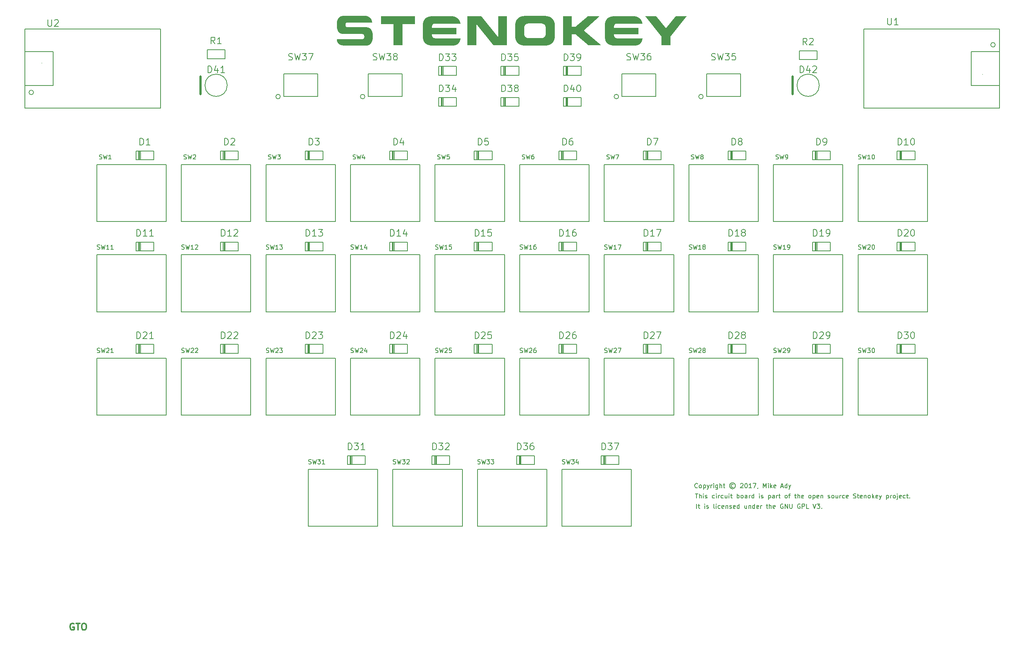
<source format=gto>
G04 #@! TF.FileFunction,Legend,Top*
%FSLAX46Y46*%
G04 Gerber Fmt 4.6, Leading zero omitted, Abs format (unit mm)*
G04 Created by KiCad (PCBNEW 4.0.7) date 11/07/17 14:35:56*
%MOMM*%
%LPD*%
G01*
G04 APERTURE LIST*
%ADD10C,0.200000*%
%ADD11C,0.300000*%
%ADD12C,0.500000*%
%ADD13C,0.150000*%
%ADD14R,1.900000X1.900000*%
%ADD15C,1.900000*%
%ADD16R,3.400000X3.400000*%
%ADD17C,3.400000*%
%ADD18R,1.800000X1.800000*%
%ADD19C,1.800000*%
%ADD20C,8.400000*%
G04 APERTURE END LIST*
D10*
D11*
X121035714Y-201250000D02*
X120892857Y-201178571D01*
X120678571Y-201178571D01*
X120464286Y-201250000D01*
X120321428Y-201392857D01*
X120250000Y-201535714D01*
X120178571Y-201821429D01*
X120178571Y-202035714D01*
X120250000Y-202321429D01*
X120321428Y-202464286D01*
X120464286Y-202607143D01*
X120678571Y-202678571D01*
X120821428Y-202678571D01*
X121035714Y-202607143D01*
X121107143Y-202535714D01*
X121107143Y-202035714D01*
X120821428Y-202035714D01*
X121535714Y-201178571D02*
X122392857Y-201178571D01*
X121964286Y-202678571D02*
X121964286Y-201178571D01*
X123178571Y-201178571D02*
X123464285Y-201178571D01*
X123607143Y-201250000D01*
X123750000Y-201392857D01*
X123821428Y-201678571D01*
X123821428Y-202178571D01*
X123750000Y-202464286D01*
X123607143Y-202607143D01*
X123464285Y-202678571D01*
X123178571Y-202678571D01*
X123035714Y-202607143D01*
X122892857Y-202464286D01*
X122821428Y-202178571D01*
X122821428Y-201678571D01*
X122892857Y-201392857D01*
X123035714Y-201250000D01*
X123178571Y-201178571D01*
D10*
X135600000Y-95000000D02*
X135600000Y-97000000D01*
X136000000Y-95000000D02*
X136000000Y-97000000D01*
X135800000Y-95000000D02*
X135800000Y-97000000D01*
X139000000Y-95000000D02*
X139000000Y-97000000D01*
X135000000Y-97000000D02*
X139000000Y-97000000D01*
X135000000Y-97000000D02*
X135000000Y-95000000D01*
X135000000Y-95000000D02*
X139000000Y-95000000D01*
X154600000Y-95000000D02*
X154600000Y-97000000D01*
X155000000Y-95000000D02*
X155000000Y-97000000D01*
X154800000Y-95000000D02*
X154800000Y-97000000D01*
X158000000Y-95000000D02*
X158000000Y-97000000D01*
X154000000Y-97000000D02*
X158000000Y-97000000D01*
X154000000Y-97000000D02*
X154000000Y-95000000D01*
X154000000Y-95000000D02*
X158000000Y-95000000D01*
X173600000Y-95000000D02*
X173600000Y-97000000D01*
X174000000Y-95000000D02*
X174000000Y-97000000D01*
X173800000Y-95000000D02*
X173800000Y-97000000D01*
X177000000Y-95000000D02*
X177000000Y-97000000D01*
X173000000Y-97000000D02*
X177000000Y-97000000D01*
X173000000Y-97000000D02*
X173000000Y-95000000D01*
X173000000Y-95000000D02*
X177000000Y-95000000D01*
X192600000Y-95000000D02*
X192600000Y-97000000D01*
X193000000Y-95000000D02*
X193000000Y-97000000D01*
X192800000Y-95000000D02*
X192800000Y-97000000D01*
X196000000Y-95000000D02*
X196000000Y-97000000D01*
X192000000Y-97000000D02*
X196000000Y-97000000D01*
X192000000Y-97000000D02*
X192000000Y-95000000D01*
X192000000Y-95000000D02*
X196000000Y-95000000D01*
X211600000Y-95000000D02*
X211600000Y-97000000D01*
X212000000Y-95000000D02*
X212000000Y-97000000D01*
X211800000Y-95000000D02*
X211800000Y-97000000D01*
X215000000Y-95000000D02*
X215000000Y-97000000D01*
X211000000Y-97000000D02*
X215000000Y-97000000D01*
X211000000Y-97000000D02*
X211000000Y-95000000D01*
X211000000Y-95000000D02*
X215000000Y-95000000D01*
X230600000Y-95000000D02*
X230600000Y-97000000D01*
X231000000Y-95000000D02*
X231000000Y-97000000D01*
X230800000Y-95000000D02*
X230800000Y-97000000D01*
X234000000Y-95000000D02*
X234000000Y-97000000D01*
X230000000Y-97000000D02*
X234000000Y-97000000D01*
X230000000Y-97000000D02*
X230000000Y-95000000D01*
X230000000Y-95000000D02*
X234000000Y-95000000D01*
X249600000Y-95000000D02*
X249600000Y-97000000D01*
X250000000Y-95000000D02*
X250000000Y-97000000D01*
X249800000Y-95000000D02*
X249800000Y-97000000D01*
X253000000Y-95000000D02*
X253000000Y-97000000D01*
X249000000Y-97000000D02*
X253000000Y-97000000D01*
X249000000Y-97000000D02*
X249000000Y-95000000D01*
X249000000Y-95000000D02*
X253000000Y-95000000D01*
X268600000Y-95000000D02*
X268600000Y-97000000D01*
X269000000Y-95000000D02*
X269000000Y-97000000D01*
X268800000Y-95000000D02*
X268800000Y-97000000D01*
X272000000Y-95000000D02*
X272000000Y-97000000D01*
X268000000Y-97000000D02*
X272000000Y-97000000D01*
X268000000Y-97000000D02*
X268000000Y-95000000D01*
X268000000Y-95000000D02*
X272000000Y-95000000D01*
X287600000Y-95000000D02*
X287600000Y-97000000D01*
X288000000Y-95000000D02*
X288000000Y-97000000D01*
X287800000Y-95000000D02*
X287800000Y-97000000D01*
X291000000Y-95000000D02*
X291000000Y-97000000D01*
X287000000Y-97000000D02*
X291000000Y-97000000D01*
X287000000Y-97000000D02*
X287000000Y-95000000D01*
X287000000Y-95000000D02*
X291000000Y-95000000D01*
X306600000Y-95000000D02*
X306600000Y-97000000D01*
X307000000Y-95000000D02*
X307000000Y-97000000D01*
X306800000Y-95000000D02*
X306800000Y-97000000D01*
X310000000Y-95000000D02*
X310000000Y-97000000D01*
X306000000Y-97000000D02*
X310000000Y-97000000D01*
X306000000Y-97000000D02*
X306000000Y-95000000D01*
X306000000Y-95000000D02*
X310000000Y-95000000D01*
X135600000Y-115500000D02*
X135600000Y-117500000D01*
X136000000Y-115500000D02*
X136000000Y-117500000D01*
X135800000Y-115500000D02*
X135800000Y-117500000D01*
X139000000Y-115500000D02*
X139000000Y-117500000D01*
X135000000Y-117500000D02*
X139000000Y-117500000D01*
X135000000Y-117500000D02*
X135000000Y-115500000D01*
X135000000Y-115500000D02*
X139000000Y-115500000D01*
X154600000Y-115500000D02*
X154600000Y-117500000D01*
X155000000Y-115500000D02*
X155000000Y-117500000D01*
X154800000Y-115500000D02*
X154800000Y-117500000D01*
X158000000Y-115500000D02*
X158000000Y-117500000D01*
X154000000Y-117500000D02*
X158000000Y-117500000D01*
X154000000Y-117500000D02*
X154000000Y-115500000D01*
X154000000Y-115500000D02*
X158000000Y-115500000D01*
X173600000Y-115500000D02*
X173600000Y-117500000D01*
X174000000Y-115500000D02*
X174000000Y-117500000D01*
X173800000Y-115500000D02*
X173800000Y-117500000D01*
X177000000Y-115500000D02*
X177000000Y-117500000D01*
X173000000Y-117500000D02*
X177000000Y-117500000D01*
X173000000Y-117500000D02*
X173000000Y-115500000D01*
X173000000Y-115500000D02*
X177000000Y-115500000D01*
X192600000Y-115500000D02*
X192600000Y-117500000D01*
X193000000Y-115500000D02*
X193000000Y-117500000D01*
X192800000Y-115500000D02*
X192800000Y-117500000D01*
X196000000Y-115500000D02*
X196000000Y-117500000D01*
X192000000Y-117500000D02*
X196000000Y-117500000D01*
X192000000Y-117500000D02*
X192000000Y-115500000D01*
X192000000Y-115500000D02*
X196000000Y-115500000D01*
X211600000Y-115500000D02*
X211600000Y-117500000D01*
X212000000Y-115500000D02*
X212000000Y-117500000D01*
X211800000Y-115500000D02*
X211800000Y-117500000D01*
X215000000Y-115500000D02*
X215000000Y-117500000D01*
X211000000Y-117500000D02*
X215000000Y-117500000D01*
X211000000Y-117500000D02*
X211000000Y-115500000D01*
X211000000Y-115500000D02*
X215000000Y-115500000D01*
X230600000Y-115500000D02*
X230600000Y-117500000D01*
X231000000Y-115500000D02*
X231000000Y-117500000D01*
X230800000Y-115500000D02*
X230800000Y-117500000D01*
X234000000Y-115500000D02*
X234000000Y-117500000D01*
X230000000Y-117500000D02*
X234000000Y-117500000D01*
X230000000Y-117500000D02*
X230000000Y-115500000D01*
X230000000Y-115500000D02*
X234000000Y-115500000D01*
X249600000Y-115500000D02*
X249600000Y-117500000D01*
X250000000Y-115500000D02*
X250000000Y-117500000D01*
X249800000Y-115500000D02*
X249800000Y-117500000D01*
X253000000Y-115500000D02*
X253000000Y-117500000D01*
X249000000Y-117500000D02*
X253000000Y-117500000D01*
X249000000Y-117500000D02*
X249000000Y-115500000D01*
X249000000Y-115500000D02*
X253000000Y-115500000D01*
X268600000Y-115500000D02*
X268600000Y-117500000D01*
X269000000Y-115500000D02*
X269000000Y-117500000D01*
X268800000Y-115500000D02*
X268800000Y-117500000D01*
X272000000Y-115500000D02*
X272000000Y-117500000D01*
X268000000Y-117500000D02*
X272000000Y-117500000D01*
X268000000Y-117500000D02*
X268000000Y-115500000D01*
X268000000Y-115500000D02*
X272000000Y-115500000D01*
X287600000Y-115500000D02*
X287600000Y-117500000D01*
X288000000Y-115500000D02*
X288000000Y-117500000D01*
X287800000Y-115500000D02*
X287800000Y-117500000D01*
X291000000Y-115500000D02*
X291000000Y-117500000D01*
X287000000Y-117500000D02*
X291000000Y-117500000D01*
X287000000Y-117500000D02*
X287000000Y-115500000D01*
X287000000Y-115500000D02*
X291000000Y-115500000D01*
X306600000Y-115500000D02*
X306600000Y-117500000D01*
X307000000Y-115500000D02*
X307000000Y-117500000D01*
X306800000Y-115500000D02*
X306800000Y-117500000D01*
X310000000Y-115500000D02*
X310000000Y-117500000D01*
X306000000Y-117500000D02*
X310000000Y-117500000D01*
X306000000Y-117500000D02*
X306000000Y-115500000D01*
X306000000Y-115500000D02*
X310000000Y-115500000D01*
X135600000Y-138500000D02*
X135600000Y-140500000D01*
X136000000Y-138500000D02*
X136000000Y-140500000D01*
X135800000Y-138500000D02*
X135800000Y-140500000D01*
X139000000Y-138500000D02*
X139000000Y-140500000D01*
X135000000Y-140500000D02*
X139000000Y-140500000D01*
X135000000Y-140500000D02*
X135000000Y-138500000D01*
X135000000Y-138500000D02*
X139000000Y-138500000D01*
X154600000Y-138500000D02*
X154600000Y-140500000D01*
X155000000Y-138500000D02*
X155000000Y-140500000D01*
X154800000Y-138500000D02*
X154800000Y-140500000D01*
X158000000Y-138500000D02*
X158000000Y-140500000D01*
X154000000Y-140500000D02*
X158000000Y-140500000D01*
X154000000Y-140500000D02*
X154000000Y-138500000D01*
X154000000Y-138500000D02*
X158000000Y-138500000D01*
X173600000Y-138500000D02*
X173600000Y-140500000D01*
X174000000Y-138500000D02*
X174000000Y-140500000D01*
X173800000Y-138500000D02*
X173800000Y-140500000D01*
X177000000Y-138500000D02*
X177000000Y-140500000D01*
X173000000Y-140500000D02*
X177000000Y-140500000D01*
X173000000Y-140500000D02*
X173000000Y-138500000D01*
X173000000Y-138500000D02*
X177000000Y-138500000D01*
X192600000Y-138500000D02*
X192600000Y-140500000D01*
X193000000Y-138500000D02*
X193000000Y-140500000D01*
X192800000Y-138500000D02*
X192800000Y-140500000D01*
X196000000Y-138500000D02*
X196000000Y-140500000D01*
X192000000Y-140500000D02*
X196000000Y-140500000D01*
X192000000Y-140500000D02*
X192000000Y-138500000D01*
X192000000Y-138500000D02*
X196000000Y-138500000D01*
X211600000Y-138500000D02*
X211600000Y-140500000D01*
X212000000Y-138500000D02*
X212000000Y-140500000D01*
X211800000Y-138500000D02*
X211800000Y-140500000D01*
X215000000Y-138500000D02*
X215000000Y-140500000D01*
X211000000Y-140500000D02*
X215000000Y-140500000D01*
X211000000Y-140500000D02*
X211000000Y-138500000D01*
X211000000Y-138500000D02*
X215000000Y-138500000D01*
X230600000Y-138500000D02*
X230600000Y-140500000D01*
X231000000Y-138500000D02*
X231000000Y-140500000D01*
X230800000Y-138500000D02*
X230800000Y-140500000D01*
X234000000Y-138500000D02*
X234000000Y-140500000D01*
X230000000Y-140500000D02*
X234000000Y-140500000D01*
X230000000Y-140500000D02*
X230000000Y-138500000D01*
X230000000Y-138500000D02*
X234000000Y-138500000D01*
X249600000Y-138500000D02*
X249600000Y-140500000D01*
X250000000Y-138500000D02*
X250000000Y-140500000D01*
X249800000Y-138500000D02*
X249800000Y-140500000D01*
X253000000Y-138500000D02*
X253000000Y-140500000D01*
X249000000Y-140500000D02*
X253000000Y-140500000D01*
X249000000Y-140500000D02*
X249000000Y-138500000D01*
X249000000Y-138500000D02*
X253000000Y-138500000D01*
X268600000Y-138500000D02*
X268600000Y-140500000D01*
X269000000Y-138500000D02*
X269000000Y-140500000D01*
X268800000Y-138500000D02*
X268800000Y-140500000D01*
X272000000Y-138500000D02*
X272000000Y-140500000D01*
X268000000Y-140500000D02*
X272000000Y-140500000D01*
X268000000Y-140500000D02*
X268000000Y-138500000D01*
X268000000Y-138500000D02*
X272000000Y-138500000D01*
X287600000Y-138500000D02*
X287600000Y-140500000D01*
X288000000Y-138500000D02*
X288000000Y-140500000D01*
X287800000Y-138500000D02*
X287800000Y-140500000D01*
X291000000Y-138500000D02*
X291000000Y-140500000D01*
X287000000Y-140500000D02*
X291000000Y-140500000D01*
X287000000Y-140500000D02*
X287000000Y-138500000D01*
X287000000Y-138500000D02*
X291000000Y-138500000D01*
X306600000Y-138500000D02*
X306600000Y-140500000D01*
X307000000Y-138500000D02*
X307000000Y-140500000D01*
X306800000Y-138500000D02*
X306800000Y-140500000D01*
X310000000Y-138500000D02*
X310000000Y-140500000D01*
X306000000Y-140500000D02*
X310000000Y-140500000D01*
X306000000Y-140500000D02*
X306000000Y-138500000D01*
X306000000Y-138500000D02*
X310000000Y-138500000D01*
X183100000Y-163500000D02*
X183100000Y-165500000D01*
X183500000Y-163500000D02*
X183500000Y-165500000D01*
X183300000Y-163500000D02*
X183300000Y-165500000D01*
X186500000Y-163500000D02*
X186500000Y-165500000D01*
X182500000Y-165500000D02*
X186500000Y-165500000D01*
X182500000Y-165500000D02*
X182500000Y-163500000D01*
X182500000Y-163500000D02*
X186500000Y-163500000D01*
X202100000Y-163500000D02*
X202100000Y-165500000D01*
X202500000Y-163500000D02*
X202500000Y-165500000D01*
X202300000Y-163500000D02*
X202300000Y-165500000D01*
X205500000Y-163500000D02*
X205500000Y-165500000D01*
X201500000Y-165500000D02*
X205500000Y-165500000D01*
X201500000Y-165500000D02*
X201500000Y-163500000D01*
X201500000Y-163500000D02*
X205500000Y-163500000D01*
X203600000Y-76000000D02*
X203600000Y-78000000D01*
X204000000Y-76000000D02*
X204000000Y-78000000D01*
X203800000Y-76000000D02*
X203800000Y-78000000D01*
X207000000Y-76000000D02*
X207000000Y-78000000D01*
X203000000Y-78000000D02*
X207000000Y-78000000D01*
X203000000Y-78000000D02*
X203000000Y-76000000D01*
X203000000Y-76000000D02*
X207000000Y-76000000D01*
X203600000Y-83000000D02*
X203600000Y-85000000D01*
X204000000Y-83000000D02*
X204000000Y-85000000D01*
X203800000Y-83000000D02*
X203800000Y-85000000D01*
X207000000Y-83000000D02*
X207000000Y-85000000D01*
X203000000Y-85000000D02*
X207000000Y-85000000D01*
X203000000Y-85000000D02*
X203000000Y-83000000D01*
X203000000Y-83000000D02*
X207000000Y-83000000D01*
X217600000Y-76000000D02*
X217600000Y-78000000D01*
X218000000Y-76000000D02*
X218000000Y-78000000D01*
X217800000Y-76000000D02*
X217800000Y-78000000D01*
X221000000Y-76000000D02*
X221000000Y-78000000D01*
X217000000Y-78000000D02*
X221000000Y-78000000D01*
X217000000Y-78000000D02*
X217000000Y-76000000D01*
X217000000Y-76000000D02*
X221000000Y-76000000D01*
X221100000Y-163500000D02*
X221100000Y-165500000D01*
X221500000Y-163500000D02*
X221500000Y-165500000D01*
X221300000Y-163500000D02*
X221300000Y-165500000D01*
X224500000Y-163500000D02*
X224500000Y-165500000D01*
X220500000Y-165500000D02*
X224500000Y-165500000D01*
X220500000Y-165500000D02*
X220500000Y-163500000D01*
X220500000Y-163500000D02*
X224500000Y-163500000D01*
X240100000Y-163500000D02*
X240100000Y-165500000D01*
X240500000Y-163500000D02*
X240500000Y-165500000D01*
X240300000Y-163500000D02*
X240300000Y-165500000D01*
X243500000Y-163500000D02*
X243500000Y-165500000D01*
X239500000Y-165500000D02*
X243500000Y-165500000D01*
X239500000Y-165500000D02*
X239500000Y-163500000D01*
X239500000Y-163500000D02*
X243500000Y-163500000D01*
X217600000Y-83000000D02*
X217600000Y-85000000D01*
X218000000Y-83000000D02*
X218000000Y-85000000D01*
X217800000Y-83000000D02*
X217800000Y-85000000D01*
X221000000Y-83000000D02*
X221000000Y-85000000D01*
X217000000Y-85000000D02*
X221000000Y-85000000D01*
X217000000Y-85000000D02*
X217000000Y-83000000D01*
X217000000Y-83000000D02*
X221000000Y-83000000D01*
X231600000Y-76000000D02*
X231600000Y-78000000D01*
X232000000Y-76000000D02*
X232000000Y-78000000D01*
X231800000Y-76000000D02*
X231800000Y-78000000D01*
X235000000Y-76000000D02*
X235000000Y-78000000D01*
X231000000Y-78000000D02*
X235000000Y-78000000D01*
X231000000Y-78000000D02*
X231000000Y-76000000D01*
X231000000Y-76000000D02*
X235000000Y-76000000D01*
X231600000Y-83000000D02*
X231600000Y-85000000D01*
X232000000Y-83000000D02*
X232000000Y-85000000D01*
X231800000Y-83000000D02*
X231800000Y-85000000D01*
X235000000Y-83000000D02*
X235000000Y-85000000D01*
X231000000Y-85000000D02*
X235000000Y-85000000D01*
X231000000Y-85000000D02*
X231000000Y-83000000D01*
X231000000Y-83000000D02*
X235000000Y-83000000D01*
D12*
X149500000Y-78250000D02*
X149500000Y-82250000D01*
D13*
X155500000Y-80250000D02*
G75*
G03X155500000Y-80250000I-2500000J0D01*
G01*
D10*
X155000000Y-72250000D02*
X155000000Y-74250000D01*
X151000000Y-74250000D02*
X155000000Y-74250000D01*
X151000000Y-74250000D02*
X151000000Y-72250000D01*
X151000000Y-72250000D02*
X155000000Y-72250000D01*
D13*
X141800000Y-98100000D02*
X126200000Y-98100000D01*
X141800000Y-110900000D02*
X141800000Y-98100000D01*
X126200000Y-110900000D02*
X141800000Y-110900000D01*
X126200000Y-98100000D02*
X126200000Y-110900000D01*
X160800000Y-98100000D02*
X145200000Y-98100000D01*
X160800000Y-110900000D02*
X160800000Y-98100000D01*
X145200000Y-110900000D02*
X160800000Y-110900000D01*
X145200000Y-98100000D02*
X145200000Y-110900000D01*
X179800000Y-98100000D02*
X164200000Y-98100000D01*
X179800000Y-110900000D02*
X179800000Y-98100000D01*
X164200000Y-110900000D02*
X179800000Y-110900000D01*
X164200000Y-98100000D02*
X164200000Y-110900000D01*
X198800000Y-98100000D02*
X183200000Y-98100000D01*
X198800000Y-110900000D02*
X198800000Y-98100000D01*
X183200000Y-110900000D02*
X198800000Y-110900000D01*
X183200000Y-98100000D02*
X183200000Y-110900000D01*
X217800000Y-98100000D02*
X202200000Y-98100000D01*
X217800000Y-110900000D02*
X217800000Y-98100000D01*
X202200000Y-110900000D02*
X217800000Y-110900000D01*
X202200000Y-98100000D02*
X202200000Y-110900000D01*
X236800000Y-98100000D02*
X221200000Y-98100000D01*
X236800000Y-110900000D02*
X236800000Y-98100000D01*
X221200000Y-110900000D02*
X236800000Y-110900000D01*
X221200000Y-98100000D02*
X221200000Y-110900000D01*
X255800000Y-98100000D02*
X240200000Y-98100000D01*
X255800000Y-110900000D02*
X255800000Y-98100000D01*
X240200000Y-110900000D02*
X255800000Y-110900000D01*
X240200000Y-98100000D02*
X240200000Y-110900000D01*
X274800000Y-98100000D02*
X259200000Y-98100000D01*
X274800000Y-110900000D02*
X274800000Y-98100000D01*
X259200000Y-110900000D02*
X274800000Y-110900000D01*
X259200000Y-98100000D02*
X259200000Y-110900000D01*
X293800000Y-98100000D02*
X278200000Y-98100000D01*
X293800000Y-110900000D02*
X293800000Y-98100000D01*
X278200000Y-110900000D02*
X293800000Y-110900000D01*
X278200000Y-98100000D02*
X278200000Y-110900000D01*
X312800000Y-98100000D02*
X297200000Y-98100000D01*
X312800000Y-110900000D02*
X312800000Y-98100000D01*
X297200000Y-110900000D02*
X312800000Y-110900000D01*
X297200000Y-98100000D02*
X297200000Y-110900000D01*
X141800000Y-118350000D02*
X126200000Y-118350000D01*
X141800000Y-131150000D02*
X141800000Y-118350000D01*
X126200000Y-131150000D02*
X141800000Y-131150000D01*
X126200000Y-118350000D02*
X126200000Y-131150000D01*
X160800000Y-118350000D02*
X145200000Y-118350000D01*
X160800000Y-131150000D02*
X160800000Y-118350000D01*
X145200000Y-131150000D02*
X160800000Y-131150000D01*
X145200000Y-118350000D02*
X145200000Y-131150000D01*
X179800000Y-118350000D02*
X164200000Y-118350000D01*
X179800000Y-131150000D02*
X179800000Y-118350000D01*
X164200000Y-131150000D02*
X179800000Y-131150000D01*
X164200000Y-118350000D02*
X164200000Y-131150000D01*
X198800000Y-118350000D02*
X183200000Y-118350000D01*
X198800000Y-131150000D02*
X198800000Y-118350000D01*
X183200000Y-131150000D02*
X198800000Y-131150000D01*
X183200000Y-118350000D02*
X183200000Y-131150000D01*
X217800000Y-118350000D02*
X202200000Y-118350000D01*
X217800000Y-131150000D02*
X217800000Y-118350000D01*
X202200000Y-131150000D02*
X217800000Y-131150000D01*
X202200000Y-118350000D02*
X202200000Y-131150000D01*
X236800000Y-118350000D02*
X221200000Y-118350000D01*
X236800000Y-131150000D02*
X236800000Y-118350000D01*
X221200000Y-131150000D02*
X236800000Y-131150000D01*
X221200000Y-118350000D02*
X221200000Y-131150000D01*
X255800000Y-118350000D02*
X240200000Y-118350000D01*
X255800000Y-131150000D02*
X255800000Y-118350000D01*
X240200000Y-131150000D02*
X255800000Y-131150000D01*
X240200000Y-118350000D02*
X240200000Y-131150000D01*
X274800000Y-118350000D02*
X259200000Y-118350000D01*
X274800000Y-131150000D02*
X274800000Y-118350000D01*
X259200000Y-131150000D02*
X274800000Y-131150000D01*
X259200000Y-118350000D02*
X259200000Y-131150000D01*
X293800000Y-118350000D02*
X278200000Y-118350000D01*
X293800000Y-131150000D02*
X293800000Y-118350000D01*
X278200000Y-131150000D02*
X293800000Y-131150000D01*
X278200000Y-118350000D02*
X278200000Y-131150000D01*
X312800000Y-118350000D02*
X297200000Y-118350000D01*
X312800000Y-131150000D02*
X312800000Y-118350000D01*
X297200000Y-131150000D02*
X312800000Y-131150000D01*
X297200000Y-118350000D02*
X297200000Y-131150000D01*
X141800000Y-141600000D02*
X126200000Y-141600000D01*
X141800000Y-154400000D02*
X141800000Y-141600000D01*
X126200000Y-154400000D02*
X141800000Y-154400000D01*
X126200000Y-141600000D02*
X126200000Y-154400000D01*
X160800000Y-141600000D02*
X145200000Y-141600000D01*
X160800000Y-154400000D02*
X160800000Y-141600000D01*
X145200000Y-154400000D02*
X160800000Y-154400000D01*
X145200000Y-141600000D02*
X145200000Y-154400000D01*
X179800000Y-141600000D02*
X164200000Y-141600000D01*
X179800000Y-154400000D02*
X179800000Y-141600000D01*
X164200000Y-154400000D02*
X179800000Y-154400000D01*
X164200000Y-141600000D02*
X164200000Y-154400000D01*
X198800000Y-141600000D02*
X183200000Y-141600000D01*
X198800000Y-154400000D02*
X198800000Y-141600000D01*
X183200000Y-154400000D02*
X198800000Y-154400000D01*
X183200000Y-141600000D02*
X183200000Y-154400000D01*
X217800000Y-141600000D02*
X202200000Y-141600000D01*
X217800000Y-154400000D02*
X217800000Y-141600000D01*
X202200000Y-154400000D02*
X217800000Y-154400000D01*
X202200000Y-141600000D02*
X202200000Y-154400000D01*
X236800000Y-141600000D02*
X221200000Y-141600000D01*
X236800000Y-154400000D02*
X236800000Y-141600000D01*
X221200000Y-154400000D02*
X236800000Y-154400000D01*
X221200000Y-141600000D02*
X221200000Y-154400000D01*
X255800000Y-141600000D02*
X240200000Y-141600000D01*
X255800000Y-154400000D02*
X255800000Y-141600000D01*
X240200000Y-154400000D02*
X255800000Y-154400000D01*
X240200000Y-141600000D02*
X240200000Y-154400000D01*
X274800000Y-141600000D02*
X259200000Y-141600000D01*
X274800000Y-154400000D02*
X274800000Y-141600000D01*
X259200000Y-154400000D02*
X274800000Y-154400000D01*
X259200000Y-141600000D02*
X259200000Y-154400000D01*
X293800000Y-141600000D02*
X278200000Y-141600000D01*
X293800000Y-154400000D02*
X293800000Y-141600000D01*
X278200000Y-154400000D02*
X293800000Y-154400000D01*
X278200000Y-141600000D02*
X278200000Y-154400000D01*
X312800000Y-141600000D02*
X297200000Y-141600000D01*
X312800000Y-154400000D02*
X312800000Y-141600000D01*
X297200000Y-154400000D02*
X312800000Y-154400000D01*
X297200000Y-141600000D02*
X297200000Y-154400000D01*
X189300000Y-166600000D02*
X173700000Y-166600000D01*
X189300000Y-179400000D02*
X189300000Y-166600000D01*
X173700000Y-179400000D02*
X189300000Y-179400000D01*
X173700000Y-166600000D02*
X173700000Y-179400000D01*
X208300000Y-166600000D02*
X192700000Y-166600000D01*
X208300000Y-179400000D02*
X208300000Y-166600000D01*
X192700000Y-179400000D02*
X208300000Y-179400000D01*
X192700000Y-166600000D02*
X192700000Y-179400000D01*
X227300000Y-166600000D02*
X211700000Y-166600000D01*
X227300000Y-179400000D02*
X227300000Y-166600000D01*
X211700000Y-179400000D02*
X227300000Y-179400000D01*
X211700000Y-166600000D02*
X211700000Y-179400000D01*
X246300000Y-166600000D02*
X230700000Y-166600000D01*
X246300000Y-179400000D02*
X246300000Y-166600000D01*
X230700000Y-179400000D02*
X246300000Y-179400000D01*
X230700000Y-166600000D02*
X230700000Y-179400000D01*
X270810000Y-77710000D02*
X263190000Y-77710000D01*
X270810000Y-82790000D02*
X270810000Y-77710000D01*
X263190000Y-82790000D02*
X270810000Y-82790000D01*
X263190000Y-77710000D02*
X263190000Y-82790000D01*
D10*
X262428000Y-82790000D02*
G75*
G03X262428000Y-82790000I-508000J0D01*
G01*
D13*
X251810000Y-77710000D02*
X244190000Y-77710000D01*
X251810000Y-82790000D02*
X251810000Y-77710000D01*
X244190000Y-82790000D02*
X251810000Y-82790000D01*
X244190000Y-77710000D02*
X244190000Y-82790000D01*
D10*
X243428000Y-82790000D02*
G75*
G03X243428000Y-82790000I-508000J0D01*
G01*
D13*
X175810000Y-77710000D02*
X168190000Y-77710000D01*
X175810000Y-82790000D02*
X175810000Y-77710000D01*
X168190000Y-82790000D02*
X175810000Y-82790000D01*
X168190000Y-77710000D02*
X168190000Y-82790000D01*
D10*
X167428000Y-82790000D02*
G75*
G03X167428000Y-82790000I-508000J0D01*
G01*
D13*
X194810000Y-77710000D02*
X187190000Y-77710000D01*
X194810000Y-82790000D02*
X194810000Y-77710000D01*
X187190000Y-82790000D02*
X194810000Y-82790000D01*
X187190000Y-77710000D02*
X187190000Y-82790000D01*
D10*
X186428000Y-82790000D02*
G75*
G03X186428000Y-82790000I-508000J0D01*
G01*
D12*
X282500000Y-78250000D02*
X282500000Y-82250000D01*
D13*
X288500000Y-80250000D02*
G75*
G03X288500000Y-80250000I-2500000J0D01*
G01*
D10*
X288000000Y-72500000D02*
X288000000Y-74500000D01*
X284000000Y-74500000D02*
X288000000Y-74500000D01*
X284000000Y-74500000D02*
X284000000Y-72500000D01*
X284000000Y-72500000D02*
X288000000Y-72500000D01*
D13*
X110010000Y-67610000D02*
X110010000Y-85390000D01*
X110010000Y-72690000D02*
X116360000Y-72690000D01*
X116360000Y-72690000D02*
X116360000Y-80310000D01*
X116360000Y-80310000D02*
X110010000Y-80310000D01*
X140490000Y-67610000D02*
X110010000Y-67610000D01*
X140490000Y-85390000D02*
X140490000Y-67610000D01*
X110010000Y-85390000D02*
X140490000Y-85390000D01*
D10*
X111981300Y-81850000D02*
G75*
G03X111981300Y-81850000I-508000J0D01*
G01*
X113820000Y-75230000D02*
X113820000Y-75230000D01*
D13*
X328990000Y-85390000D02*
X328990000Y-67610000D01*
X328990000Y-80310000D02*
X322640000Y-80310000D01*
X322640000Y-80310000D02*
X322640000Y-72690000D01*
X322640000Y-72690000D02*
X328990000Y-72690000D01*
X298510000Y-85390000D02*
X328990000Y-85390000D01*
X298510000Y-67610000D02*
X298510000Y-85390000D01*
X328990000Y-67610000D02*
X298510000Y-67610000D01*
D10*
X328034700Y-71150000D02*
G75*
G03X328034700Y-71150000I-508000J0D01*
G01*
X325180000Y-77770000D02*
X325180000Y-77770000D01*
G36*
X185805471Y-69878468D02*
X185825579Y-69878213D01*
X185845264Y-69877449D01*
X185864526Y-69876175D01*
X185883364Y-69874392D01*
X185901779Y-69872099D01*
X185919771Y-69869296D01*
X185937339Y-69865984D01*
X185954484Y-69862162D01*
X185971206Y-69857831D01*
X185987504Y-69852990D01*
X186003379Y-69847640D01*
X186018831Y-69841780D01*
X186033859Y-69835410D01*
X186048464Y-69828531D01*
X186062646Y-69821142D01*
X186076404Y-69813244D01*
X186089739Y-69804836D01*
X186102651Y-69795919D01*
X186115139Y-69786492D01*
X186127204Y-69776556D01*
X186138846Y-69766110D01*
X186150064Y-69755154D01*
X186160859Y-69743689D01*
X186171231Y-69731714D01*
X186181179Y-69719230D01*
X186190704Y-69706236D01*
X186199806Y-69692733D01*
X186208484Y-69678720D01*
X186216739Y-69664197D01*
X186224571Y-69649165D01*
X186231979Y-69633623D01*
X186238964Y-69617572D01*
X186245526Y-69601011D01*
X186251664Y-69583941D01*
X186257379Y-69566361D01*
X186262671Y-69548271D01*
X186267539Y-69529672D01*
X186271984Y-69510564D01*
X186276006Y-69490946D01*
X186279604Y-69470818D01*
X186282779Y-69450181D01*
X186285531Y-69429034D01*
X186287859Y-69407377D01*
X186289764Y-69385211D01*
X186291246Y-69362536D01*
X186292304Y-69339351D01*
X186292939Y-69315656D01*
X186293151Y-69291452D01*
X186292934Y-69267878D01*
X186292284Y-69244812D01*
X186291201Y-69222252D01*
X186289684Y-69200200D01*
X186287734Y-69178654D01*
X186285350Y-69157616D01*
X186282533Y-69137084D01*
X186279283Y-69117059D01*
X186275600Y-69097541D01*
X186271483Y-69078531D01*
X186266932Y-69060027D01*
X186261949Y-69042030D01*
X186256532Y-69024540D01*
X186250681Y-69007557D01*
X186244397Y-68991081D01*
X186237680Y-68975112D01*
X186230530Y-68959650D01*
X186222946Y-68944695D01*
X186214929Y-68930246D01*
X186206478Y-68916305D01*
X186197594Y-68902871D01*
X186188277Y-68889943D01*
X186178526Y-68877523D01*
X186168342Y-68865610D01*
X186157725Y-68854203D01*
X186146674Y-68843304D01*
X186135190Y-68832911D01*
X186123273Y-68823025D01*
X186110922Y-68813647D01*
X186098137Y-68804775D01*
X186084920Y-68796410D01*
X186071269Y-68788552D01*
X186057185Y-68781202D01*
X186042667Y-68774358D01*
X186027716Y-68768021D01*
X186012332Y-68762191D01*
X185996514Y-68756868D01*
X185980263Y-68752052D01*
X185963578Y-68747743D01*
X185946461Y-68743940D01*
X185928909Y-68740645D01*
X185910925Y-68737857D01*
X185892507Y-68735576D01*
X185873656Y-68733801D01*
X185854371Y-68732534D01*
X185834653Y-68731773D01*
X185814502Y-68731520D01*
X181660191Y-68731520D01*
X181640954Y-68731440D01*
X181621838Y-68731201D01*
X181602841Y-68730802D01*
X181583964Y-68730243D01*
X181565207Y-68729525D01*
X181546570Y-68728648D01*
X181528053Y-68727611D01*
X181509656Y-68726414D01*
X181491378Y-68725057D01*
X181473221Y-68723541D01*
X181455183Y-68721866D01*
X181437265Y-68720031D01*
X181419467Y-68718036D01*
X181401788Y-68715882D01*
X181384230Y-68713568D01*
X181366791Y-68711095D01*
X181349473Y-68708462D01*
X181332274Y-68705669D01*
X181315195Y-68702717D01*
X181298236Y-68699606D01*
X181281396Y-68696335D01*
X181264677Y-68692904D01*
X181248077Y-68689313D01*
X181231597Y-68685564D01*
X181215238Y-68681654D01*
X181198998Y-68677585D01*
X181182877Y-68673356D01*
X181166877Y-68668968D01*
X181150997Y-68664420D01*
X181135236Y-68659713D01*
X181119595Y-68654846D01*
X181104074Y-68649820D01*
X181088673Y-68644634D01*
X181073392Y-68639288D01*
X181058231Y-68633783D01*
X181043189Y-68628118D01*
X181028267Y-68622294D01*
X181013466Y-68616310D01*
X180998784Y-68610166D01*
X180984222Y-68603863D01*
X180969779Y-68597400D01*
X180955457Y-68590778D01*
X180941254Y-68583996D01*
X180927172Y-68577055D01*
X180913209Y-68569954D01*
X180899366Y-68562694D01*
X180885643Y-68555274D01*
X180872039Y-68547694D01*
X180858556Y-68539955D01*
X180845192Y-68532056D01*
X180831949Y-68523998D01*
X180818825Y-68515780D01*
X180805821Y-68507402D01*
X180792937Y-68498865D01*
X180780172Y-68490169D01*
X180767528Y-68481312D01*
X180755003Y-68472297D01*
X180742599Y-68463121D01*
X180730314Y-68453786D01*
X180718149Y-68444292D01*
X180706103Y-68434638D01*
X180694178Y-68424824D01*
X180682373Y-68414851D01*
X180670687Y-68404718D01*
X180659121Y-68394426D01*
X180647675Y-68383974D01*
X180636349Y-68373363D01*
X180625143Y-68362592D01*
X180614056Y-68351661D01*
X180603090Y-68340571D01*
X180592243Y-68329321D01*
X180581516Y-68317912D01*
X180570910Y-68306343D01*
X180560422Y-68294614D01*
X180550055Y-68282726D01*
X180539808Y-68270679D01*
X180529680Y-68258471D01*
X180519672Y-68246105D01*
X180509785Y-68233578D01*
X180500017Y-68220892D01*
X180490369Y-68208047D01*
X180480840Y-68195042D01*
X180471432Y-68181877D01*
X180462143Y-68168553D01*
X180452974Y-68155069D01*
X180443926Y-68141426D01*
X180434997Y-68127623D01*
X180426187Y-68113661D01*
X180417498Y-68099539D01*
X180408929Y-68085257D01*
X180400479Y-68070816D01*
X180392149Y-68056215D01*
X180383939Y-68041455D01*
X180375849Y-68026535D01*
X180367879Y-68011455D01*
X180360029Y-67996216D01*
X180352298Y-67980818D01*
X180344688Y-67965259D01*
X180337197Y-67949542D01*
X180329826Y-67933664D01*
X180322575Y-67917627D01*
X180315444Y-67901431D01*
X180308432Y-67885075D01*
X180301541Y-67868559D01*
X180294769Y-67851884D01*
X180288117Y-67835049D01*
X180281585Y-67818055D01*
X180275173Y-67800901D01*
X180268881Y-67783588D01*
X180262708Y-67766115D01*
X180256656Y-67748482D01*
X180250723Y-67730690D01*
X180244910Y-67712738D01*
X180239217Y-67694627D01*
X180233644Y-67676356D01*
X180228191Y-67657925D01*
X180222857Y-67639335D01*
X180217644Y-67620586D01*
X180212550Y-67601677D01*
X180207576Y-67582608D01*
X180202722Y-67563380D01*
X180197988Y-67543992D01*
X180193374Y-67524444D01*
X180188879Y-67504737D01*
X180184504Y-67484871D01*
X180180250Y-67464844D01*
X180176115Y-67444659D01*
X180172100Y-67424313D01*
X180168204Y-67403808D01*
X180164429Y-67383144D01*
X180160774Y-67362320D01*
X180157238Y-67341336D01*
X180153822Y-67320193D01*
X180150526Y-67298890D01*
X180147350Y-67277428D01*
X180144294Y-67255806D01*
X180141357Y-67234025D01*
X180138541Y-67212084D01*
X180135844Y-67189983D01*
X180133267Y-67167723D01*
X180130810Y-67145303D01*
X180128473Y-67122724D01*
X180126256Y-67099985D01*
X180124159Y-67077087D01*
X180122181Y-67054029D01*
X180120323Y-67030811D01*
X180118585Y-67007434D01*
X180116967Y-66983897D01*
X180115469Y-66960201D01*
X180114091Y-66936345D01*
X180112833Y-66912329D01*
X180111694Y-66888154D01*
X180110675Y-66863820D01*
X180109776Y-66839326D01*
X180108997Y-66814672D01*
X180108338Y-66789859D01*
X180107799Y-66764886D01*
X180107379Y-66739753D01*
X180107080Y-66714461D01*
X180106900Y-66689010D01*
X180106840Y-66663398D01*
X180106901Y-66638145D01*
X180107086Y-66613052D01*
X180107393Y-66588117D01*
X180107823Y-66563343D01*
X180108376Y-66538727D01*
X180109052Y-66514271D01*
X180109851Y-66489973D01*
X180110772Y-66465836D01*
X180111817Y-66441857D01*
X180112984Y-66418038D01*
X180114275Y-66394379D01*
X180115688Y-66370878D01*
X180117224Y-66347537D01*
X180118883Y-66324356D01*
X180120665Y-66301333D01*
X180122569Y-66278470D01*
X180124597Y-66255766D01*
X180126748Y-66233222D01*
X180129021Y-66210837D01*
X180131417Y-66188611D01*
X180133936Y-66166544D01*
X180136579Y-66144637D01*
X180139343Y-66122889D01*
X180142231Y-66101301D01*
X180145242Y-66079872D01*
X180148376Y-66058602D01*
X180151632Y-66037491D01*
X180155012Y-66016540D01*
X180158514Y-65995748D01*
X180162139Y-65975116D01*
X180165887Y-65954643D01*
X180169758Y-65934329D01*
X180173752Y-65914174D01*
X180177868Y-65894179D01*
X180182108Y-65874343D01*
X180186471Y-65854666D01*
X180190956Y-65835149D01*
X180195564Y-65815791D01*
X180200295Y-65796593D01*
X180205149Y-65777553D01*
X180210126Y-65758673D01*
X180215226Y-65739953D01*
X180220449Y-65721391D01*
X180225794Y-65702989D01*
X180231263Y-65684747D01*
X180236854Y-65666663D01*
X180242568Y-65648739D01*
X180248406Y-65630975D01*
X180254366Y-65613369D01*
X180260448Y-65595923D01*
X180266654Y-65578636D01*
X180272983Y-65561509D01*
X180279434Y-65544541D01*
X180286009Y-65527732D01*
X180292706Y-65511083D01*
X180299526Y-65494593D01*
X180306470Y-65478262D01*
X180313536Y-65462090D01*
X180320724Y-65446078D01*
X180328036Y-65430225D01*
X180335471Y-65414532D01*
X180343028Y-65398998D01*
X180350709Y-65383623D01*
X180358512Y-65368407D01*
X180366438Y-65353351D01*
X180374487Y-65338454D01*
X180382659Y-65323717D01*
X180390954Y-65309139D01*
X180399372Y-65294720D01*
X180407913Y-65280460D01*
X180416576Y-65266360D01*
X180425363Y-65252419D01*
X180434272Y-65238638D01*
X180443304Y-65225015D01*
X180452459Y-65211552D01*
X180461737Y-65198249D01*
X180471138Y-65185104D01*
X180480662Y-65172120D01*
X180490308Y-65159294D01*
X180500078Y-65146628D01*
X180509970Y-65134121D01*
X180519985Y-65121773D01*
X180530124Y-65109585D01*
X180540385Y-65097556D01*
X180550769Y-65085686D01*
X180561275Y-65073976D01*
X180571905Y-65062424D01*
X180582658Y-65051033D01*
X180593533Y-65039800D01*
X180604532Y-65028727D01*
X180615653Y-65017814D01*
X180626897Y-65007059D01*
X180638264Y-64996464D01*
X180649754Y-64986028D01*
X180661367Y-64975752D01*
X180673102Y-64965635D01*
X180684961Y-64955677D01*
X180696942Y-64945878D01*
X180709047Y-64936239D01*
X180721274Y-64926760D01*
X180733624Y-64917439D01*
X180746097Y-64908278D01*
X180758693Y-64899276D01*
X180771412Y-64890433D01*
X180784253Y-64881750D01*
X180797218Y-64873226D01*
X180810305Y-64864862D01*
X180823516Y-64856657D01*
X180836849Y-64848611D01*
X180850305Y-64840724D01*
X180863884Y-64832997D01*
X180877586Y-64825429D01*
X180891411Y-64818020D01*
X180905358Y-64810771D01*
X180919429Y-64803681D01*
X180933622Y-64796751D01*
X180947939Y-64789979D01*
X180962378Y-64783367D01*
X180976940Y-64776915D01*
X180991625Y-64770621D01*
X181006433Y-64764487D01*
X181021364Y-64758513D01*
X181036417Y-64752697D01*
X181051594Y-64747041D01*
X181066893Y-64741545D01*
X181082315Y-64736207D01*
X181097861Y-64731029D01*
X181113529Y-64726010D01*
X181129320Y-64721151D01*
X181145234Y-64716451D01*
X181161270Y-64711910D01*
X181177430Y-64707529D01*
X181193712Y-64703307D01*
X181210118Y-64699244D01*
X181226646Y-64695340D01*
X181243297Y-64691596D01*
X181260071Y-64688012D01*
X181276968Y-64684586D01*
X181293988Y-64681320D01*
X181311131Y-64678213D01*
X181328396Y-64675266D01*
X181345785Y-64672477D01*
X181363296Y-64669848D01*
X181380930Y-64667379D01*
X181398688Y-64665069D01*
X181416568Y-64662918D01*
X181434571Y-64660926D01*
X181452696Y-64659094D01*
X181470945Y-64657421D01*
X181489317Y-64655908D01*
X181507811Y-64654553D01*
X181526428Y-64653358D01*
X181545169Y-64652323D01*
X181564032Y-64651446D01*
X181583018Y-64650730D01*
X181602127Y-64650172D01*
X181621358Y-64649774D01*
X181640713Y-64649535D01*
X181660191Y-64649455D01*
X186582147Y-64649455D01*
X186601122Y-64649912D01*
X186620087Y-64650670D01*
X186639042Y-64651729D01*
X186657986Y-64653089D01*
X186676920Y-64654750D01*
X186695843Y-64656711D01*
X186714757Y-64658974D01*
X186733659Y-64661538D01*
X186752552Y-64664402D01*
X186771434Y-64667568D01*
X186790306Y-64671034D01*
X186809167Y-64674802D01*
X186828018Y-64678870D01*
X186846858Y-64683239D01*
X186865688Y-64687909D01*
X186884508Y-64692880D01*
X186903318Y-64698152D01*
X186922117Y-64703725D01*
X186940905Y-64709599D01*
X186959684Y-64715774D01*
X186978451Y-64722250D01*
X186997209Y-64729027D01*
X187015956Y-64736104D01*
X187034693Y-64743483D01*
X187053419Y-64751162D01*
X187072135Y-64759143D01*
X187090841Y-64767424D01*
X187109536Y-64776007D01*
X187128221Y-64784890D01*
X187146895Y-64794074D01*
X187165560Y-64803559D01*
X187184213Y-64813345D01*
X187202857Y-64823432D01*
X187221490Y-64833820D01*
X187240112Y-64844509D01*
X187258724Y-64855499D01*
X187277326Y-64866789D01*
X187295918Y-64878381D01*
X187314499Y-64890274D01*
X187333070Y-64902467D01*
X187351630Y-64914962D01*
X187370180Y-64927757D01*
X187388719Y-64940853D01*
X187407249Y-64954251D01*
X187425768Y-64967949D01*
X187444276Y-64981948D01*
X187462774Y-64996248D01*
X187481262Y-65010849D01*
X187499739Y-65025751D01*
X187518206Y-65040954D01*
X187536663Y-65056458D01*
X187555109Y-65072262D01*
X187573545Y-65088368D01*
X187591970Y-65104775D01*
X187610385Y-65121482D01*
X187628790Y-65138491D01*
X187647184Y-65155800D01*
X187665568Y-65173410D01*
X187683942Y-65191322D01*
X187698476Y-65206138D01*
X187712728Y-65221237D01*
X187726698Y-65236619D01*
X187740386Y-65252282D01*
X187753792Y-65268228D01*
X187766915Y-65284456D01*
X187779756Y-65300966D01*
X187792315Y-65317758D01*
X187804592Y-65334833D01*
X187816586Y-65352190D01*
X187828298Y-65369829D01*
X187839728Y-65387750D01*
X187850876Y-65405953D01*
X187861742Y-65424439D01*
X187872325Y-65443207D01*
X187882626Y-65462257D01*
X187892645Y-65481589D01*
X187902382Y-65501204D01*
X187911836Y-65521101D01*
X187921008Y-65541280D01*
X187929898Y-65561741D01*
X187938506Y-65582484D01*
X187946832Y-65603510D01*
X187954875Y-65624818D01*
X187962636Y-65646408D01*
X187970115Y-65668280D01*
X187977312Y-65690434D01*
X187984226Y-65712871D01*
X187990858Y-65735590D01*
X187997208Y-65758591D01*
X188003276Y-65781874D01*
X188009062Y-65805440D01*
X188016086Y-65839437D01*
X188022709Y-65871589D01*
X188028930Y-65901893D01*
X188034750Y-65930352D01*
X188040168Y-65956964D01*
X188045186Y-65981729D01*
X188049801Y-66004648D01*
X188054016Y-66025721D01*
X188057829Y-66044947D01*
X188061240Y-66062327D01*
X188064250Y-66077861D01*
X188066859Y-66091548D01*
X188069066Y-66103389D01*
X188070872Y-66113384D01*
X188072276Y-66121532D01*
X182518144Y-66121532D01*
X182497446Y-66121807D01*
X182477224Y-66122633D01*
X182457478Y-66124009D01*
X182438207Y-66125935D01*
X182419413Y-66128412D01*
X182401094Y-66131440D01*
X182383251Y-66135018D01*
X182365884Y-66139146D01*
X182348993Y-66143825D01*
X182332577Y-66149054D01*
X182316637Y-66154834D01*
X182301173Y-66161164D01*
X182286185Y-66168044D01*
X182271673Y-66175475D01*
X182257637Y-66183457D01*
X182244076Y-66191989D01*
X182230991Y-66201071D01*
X182218382Y-66210704D01*
X182206249Y-66220887D01*
X182194591Y-66231621D01*
X182183410Y-66242905D01*
X182172704Y-66254739D01*
X182162474Y-66267124D01*
X182152720Y-66280060D01*
X182143442Y-66293546D01*
X182134639Y-66307582D01*
X182126312Y-66322169D01*
X182118461Y-66337306D01*
X182111086Y-66352993D01*
X182104187Y-66369232D01*
X182097764Y-66386020D01*
X182091816Y-66403359D01*
X182086344Y-66421249D01*
X182081348Y-66439688D01*
X182076828Y-66458679D01*
X182072783Y-66478219D01*
X182069215Y-66498311D01*
X182066122Y-66518952D01*
X182063505Y-66540144D01*
X182061364Y-66561887D01*
X182059698Y-66584180D01*
X182058509Y-66607023D01*
X182057795Y-66630417D01*
X182057557Y-66654362D01*
X182057785Y-66678177D01*
X182058467Y-66701457D01*
X182059604Y-66724202D01*
X182061197Y-66746412D01*
X182063244Y-66768087D01*
X182065746Y-66789226D01*
X182068702Y-66809831D01*
X182072114Y-66829900D01*
X182075981Y-66849434D01*
X182080302Y-66868432D01*
X182085079Y-66886896D01*
X182090310Y-66904824D01*
X182095996Y-66922218D01*
X182102138Y-66939076D01*
X182108734Y-66955399D01*
X182115785Y-66971186D01*
X182123290Y-66986439D01*
X182131251Y-67001156D01*
X182139667Y-67015338D01*
X182148537Y-67028985D01*
X182157863Y-67042097D01*
X182167643Y-67054674D01*
X182177878Y-67066715D01*
X182188569Y-67078222D01*
X182199714Y-67089193D01*
X182211314Y-67099629D01*
X182223369Y-67109530D01*
X182235878Y-67118895D01*
X182248843Y-67127726D01*
X182262263Y-67136021D01*
X182276137Y-67143781D01*
X182290466Y-67151006D01*
X182305251Y-67157696D01*
X182320490Y-67163850D01*
X182336184Y-67169469D01*
X182352333Y-67174554D01*
X182368937Y-67179103D01*
X182385995Y-67183116D01*
X182403509Y-67186595D01*
X182421478Y-67189539D01*
X182439901Y-67191947D01*
X182458779Y-67193820D01*
X182478113Y-67195158D01*
X182497901Y-67195961D01*
X182518144Y-67196228D01*
X186600206Y-67196228D01*
X186620113Y-67196306D01*
X186639896Y-67196539D01*
X186659556Y-67196928D01*
X186679091Y-67197471D01*
X186698502Y-67198171D01*
X186717790Y-67199025D01*
X186736953Y-67200035D01*
X186755992Y-67201201D01*
X186774907Y-67202522D01*
X186793698Y-67203998D01*
X186812365Y-67205629D01*
X186830908Y-67207416D01*
X186849327Y-67209359D01*
X186867622Y-67211457D01*
X186885793Y-67213710D01*
X186903840Y-67216118D01*
X186921763Y-67218682D01*
X186939562Y-67221402D01*
X186957236Y-67224276D01*
X186974787Y-67227306D01*
X186992214Y-67230492D01*
X187009517Y-67233833D01*
X187026695Y-67237329D01*
X187043750Y-67240981D01*
X187060680Y-67244788D01*
X187077487Y-67248750D01*
X187094169Y-67252868D01*
X187110728Y-67257141D01*
X187127162Y-67261570D01*
X187143473Y-67266154D01*
X187159659Y-67270894D01*
X187175722Y-67275788D01*
X187191660Y-67280839D01*
X187207474Y-67286044D01*
X187223164Y-67291405D01*
X187238731Y-67296922D01*
X187254173Y-67302593D01*
X187269491Y-67308420D01*
X187284685Y-67314403D01*
X187299755Y-67320541D01*
X187314701Y-67326834D01*
X187329523Y-67333283D01*
X187344221Y-67339887D01*
X187358795Y-67346647D01*
X187373245Y-67353562D01*
X187387571Y-67360632D01*
X187401773Y-67367857D01*
X187415851Y-67375239D01*
X187429804Y-67382775D01*
X187443634Y-67390467D01*
X187457340Y-67398314D01*
X187470922Y-67406317D01*
X187484379Y-67414475D01*
X187497713Y-67422788D01*
X187510922Y-67431257D01*
X187524008Y-67439881D01*
X187536969Y-67448661D01*
X187549807Y-67457596D01*
X187562520Y-67466686D01*
X187575110Y-67475932D01*
X187587575Y-67485333D01*
X187599916Y-67494890D01*
X187612134Y-67504601D01*
X187624227Y-67514469D01*
X187636196Y-67524491D01*
X187648042Y-67534670D01*
X187659763Y-67545003D01*
X187671360Y-67555492D01*
X187682833Y-67566136D01*
X187694182Y-67576936D01*
X187705407Y-67587891D01*
X187716508Y-67599001D01*
X187727485Y-67610267D01*
X187738338Y-67621688D01*
X187749067Y-67633265D01*
X187759672Y-67644997D01*
X187770153Y-67656885D01*
X187780509Y-67668927D01*
X187790742Y-67681125D01*
X187800851Y-67693479D01*
X187810836Y-67705988D01*
X187820696Y-67718652D01*
X187830433Y-67731472D01*
X187840046Y-67744447D01*
X187849534Y-67757578D01*
X187858899Y-67770864D01*
X187868139Y-67784305D01*
X187877256Y-67797902D01*
X187886248Y-67811654D01*
X187895116Y-67825561D01*
X187903861Y-67839624D01*
X187912481Y-67853842D01*
X187920977Y-67868216D01*
X187929350Y-67882745D01*
X187937598Y-67897430D01*
X187945722Y-67912269D01*
X187953722Y-67927265D01*
X187961598Y-67942415D01*
X187969351Y-67957721D01*
X187976979Y-67973183D01*
X187984483Y-67988799D01*
X187991863Y-68004572D01*
X187999119Y-68020499D01*
X188006251Y-68036582D01*
X188013258Y-68052820D01*
X188020142Y-68069214D01*
X188026902Y-68085763D01*
X188033538Y-68102468D01*
X188040050Y-68119328D01*
X188046437Y-68136343D01*
X188052701Y-68153514D01*
X188058841Y-68170840D01*
X188064856Y-68188321D01*
X188070748Y-68205958D01*
X188076516Y-68223750D01*
X188082159Y-68241698D01*
X188087679Y-68259801D01*
X188093074Y-68278060D01*
X188098346Y-68296473D01*
X188103493Y-68315043D01*
X188108516Y-68333767D01*
X188113416Y-68352647D01*
X188118191Y-68371683D01*
X188122842Y-68390873D01*
X188127369Y-68410219D01*
X188131773Y-68429721D01*
X188136052Y-68449378D01*
X188140207Y-68469190D01*
X188144238Y-68489158D01*
X188148145Y-68509281D01*
X188151928Y-68529560D01*
X188155587Y-68549994D01*
X188159122Y-68570583D01*
X188162533Y-68591328D01*
X188165820Y-68612228D01*
X188168983Y-68633283D01*
X188172021Y-68654494D01*
X188174936Y-68675860D01*
X188177727Y-68697382D01*
X188180394Y-68719059D01*
X188182936Y-68740891D01*
X188185355Y-68762879D01*
X188187650Y-68785022D01*
X188189820Y-68807321D01*
X188191867Y-68829775D01*
X188193789Y-68852384D01*
X188195588Y-68875149D01*
X188197262Y-68898069D01*
X188198813Y-68921145D01*
X188200239Y-68944376D01*
X188201541Y-68967762D01*
X188202720Y-68991304D01*
X188203774Y-69015001D01*
X188204704Y-69038853D01*
X188205511Y-69062861D01*
X188206193Y-69087024D01*
X188206751Y-69111343D01*
X188207185Y-69135817D01*
X188207495Y-69160447D01*
X188207681Y-69185231D01*
X188207743Y-69210172D01*
X188207685Y-69235773D01*
X188207510Y-69261220D01*
X188207218Y-69286512D01*
X188206810Y-69311649D01*
X188206285Y-69336632D01*
X188205643Y-69361460D01*
X188204885Y-69386133D01*
X188204010Y-69410652D01*
X188203018Y-69435016D01*
X188201909Y-69459225D01*
X188200684Y-69483279D01*
X188199343Y-69507179D01*
X188197884Y-69530924D01*
X188196309Y-69554515D01*
X188194617Y-69577950D01*
X188192809Y-69601231D01*
X188190884Y-69624358D01*
X188188842Y-69647329D01*
X188186683Y-69670146D01*
X188184408Y-69692809D01*
X188182016Y-69715316D01*
X188179508Y-69737669D01*
X188176883Y-69759867D01*
X188174141Y-69781911D01*
X188171282Y-69803800D01*
X188168307Y-69825534D01*
X188165215Y-69847113D01*
X188162007Y-69868538D01*
X188158682Y-69889808D01*
X188155240Y-69910923D01*
X188151681Y-69931884D01*
X188148006Y-69952690D01*
X188144214Y-69973341D01*
X188140305Y-69993838D01*
X188136280Y-70014180D01*
X188132138Y-70034367D01*
X188127880Y-70054399D01*
X188123504Y-70074277D01*
X188119012Y-70094000D01*
X188114404Y-70113569D01*
X188109678Y-70132983D01*
X188104836Y-70152242D01*
X188099878Y-70171346D01*
X188094802Y-70190296D01*
X188089610Y-70209091D01*
X188084302Y-70227731D01*
X188078876Y-70246217D01*
X188073334Y-70264548D01*
X188067676Y-70282724D01*
X188061900Y-70300745D01*
X188056008Y-70318612D01*
X188050000Y-70336324D01*
X188043874Y-70353882D01*
X188037632Y-70371285D01*
X188031273Y-70388533D01*
X188024798Y-70405626D01*
X188018206Y-70422565D01*
X188011497Y-70439349D01*
X188004672Y-70455978D01*
X187997730Y-70472453D01*
X187990671Y-70488773D01*
X187983495Y-70504938D01*
X187976203Y-70520948D01*
X187968794Y-70536804D01*
X187961269Y-70552505D01*
X187953627Y-70568052D01*
X187945868Y-70583444D01*
X187937992Y-70598681D01*
X187930000Y-70613763D01*
X187921891Y-70628691D01*
X187913666Y-70643464D01*
X187905324Y-70658082D01*
X187896865Y-70672546D01*
X187888289Y-70686855D01*
X187879597Y-70701009D01*
X187870788Y-70715009D01*
X187861862Y-70728853D01*
X187852820Y-70742544D01*
X187843661Y-70756079D01*
X187834386Y-70769460D01*
X187824993Y-70782686D01*
X187815484Y-70795757D01*
X187805859Y-70808674D01*
X187796116Y-70821436D01*
X187786258Y-70834044D01*
X187776282Y-70846496D01*
X187766190Y-70858794D01*
X187755981Y-70870937D01*
X187745655Y-70882926D01*
X187735213Y-70894760D01*
X187724654Y-70906439D01*
X187713978Y-70917964D01*
X187703185Y-70929333D01*
X187692276Y-70940548D01*
X187681251Y-70951609D01*
X187670108Y-70962515D01*
X187658849Y-70973266D01*
X187647474Y-70983862D01*
X187635981Y-70994304D01*
X187624372Y-71004591D01*
X187612646Y-71014723D01*
X187600804Y-71024701D01*
X187588845Y-71034523D01*
X187576769Y-71044192D01*
X187564576Y-71053705D01*
X187552267Y-71063064D01*
X187539842Y-71072268D01*
X187527299Y-71081318D01*
X187514640Y-71090212D01*
X187501864Y-71098952D01*
X187488972Y-71107538D01*
X187475962Y-71115968D01*
X187462837Y-71124244D01*
X187449594Y-71132366D01*
X187436235Y-71140332D01*
X187422759Y-71148144D01*
X187409166Y-71155801D01*
X187395457Y-71163304D01*
X187381631Y-71170652D01*
X187367689Y-71177845D01*
X187353629Y-71184883D01*
X187339454Y-71191767D01*
X187325161Y-71198496D01*
X187310752Y-71205071D01*
X187296226Y-71211490D01*
X187281583Y-71217755D01*
X187266824Y-71223866D01*
X187251948Y-71229821D01*
X187236955Y-71235622D01*
X187221846Y-71241268D01*
X187206620Y-71246760D01*
X187191277Y-71252097D01*
X187175818Y-71257279D01*
X187160242Y-71262306D01*
X187144549Y-71267179D01*
X187128740Y-71271897D01*
X187112814Y-71276461D01*
X187096771Y-71280869D01*
X187080612Y-71285123D01*
X187064336Y-71289223D01*
X187047943Y-71293167D01*
X187031434Y-71296957D01*
X187014808Y-71300592D01*
X186998065Y-71304073D01*
X186981205Y-71307399D01*
X186964229Y-71310570D01*
X186947136Y-71313586D01*
X186929927Y-71316448D01*
X186912601Y-71319155D01*
X186895158Y-71321708D01*
X186877599Y-71324105D01*
X186859922Y-71326349D01*
X186842130Y-71328437D01*
X186824220Y-71330370D01*
X186806194Y-71332149D01*
X186788051Y-71333774D01*
X186769792Y-71335243D01*
X186751415Y-71336558D01*
X186732923Y-71337718D01*
X186714313Y-71338724D01*
X186695587Y-71339575D01*
X186676744Y-71340271D01*
X186657784Y-71340812D01*
X186638708Y-71341199D01*
X186619515Y-71341431D01*
X186600206Y-71341508D01*
X182111744Y-71341508D01*
X182082042Y-71341228D01*
X182052585Y-71340809D01*
X182023372Y-71340251D01*
X181994403Y-71339553D01*
X181965678Y-71338717D01*
X181937198Y-71337741D01*
X181908962Y-71336626D01*
X181880969Y-71335371D01*
X181853222Y-71333978D01*
X181825718Y-71332445D01*
X181798459Y-71330773D01*
X181771443Y-71328962D01*
X181744672Y-71327012D01*
X181718146Y-71324922D01*
X181691863Y-71322694D01*
X181665825Y-71320326D01*
X181640031Y-71317819D01*
X181614481Y-71315172D01*
X181589175Y-71312387D01*
X181564114Y-71309462D01*
X181539296Y-71306399D01*
X181514723Y-71303195D01*
X181490395Y-71299853D01*
X181466310Y-71296372D01*
X181442470Y-71292751D01*
X181418873Y-71288991D01*
X181395521Y-71285092D01*
X181372414Y-71281054D01*
X181349550Y-71276877D01*
X181326931Y-71272560D01*
X181304556Y-71268105D01*
X181282425Y-71263510D01*
X181260538Y-71258775D01*
X181238896Y-71253902D01*
X181217498Y-71248889D01*
X181196344Y-71243738D01*
X181175434Y-71238447D01*
X181154768Y-71233017D01*
X181134347Y-71227447D01*
X181114170Y-71221739D01*
X181094237Y-71215891D01*
X181074548Y-71209904D01*
X181055104Y-71203778D01*
X181035903Y-71197513D01*
X181016947Y-71191108D01*
X180998235Y-71184565D01*
X180979768Y-71177882D01*
X180961544Y-71171060D01*
X180943565Y-71164098D01*
X180925830Y-71156998D01*
X180908339Y-71149758D01*
X180891093Y-71142380D01*
X180874091Y-71134861D01*
X180857332Y-71127204D01*
X180840819Y-71119408D01*
X180824549Y-71111472D01*
X180808523Y-71103397D01*
X180792742Y-71095183D01*
X180777205Y-71086830D01*
X180761912Y-71078338D01*
X180746864Y-71069706D01*
X180732059Y-71060935D01*
X180717499Y-71052025D01*
X180703183Y-71042976D01*
X180689111Y-71033788D01*
X180675284Y-71024460D01*
X180661701Y-71014994D01*
X180648362Y-71005388D01*
X180635267Y-70995642D01*
X180622416Y-70985758D01*
X180609810Y-70975735D01*
X180597447Y-70965572D01*
X180585329Y-70955270D01*
X180573456Y-70944829D01*
X180561826Y-70934249D01*
X180550441Y-70923529D01*
X180539300Y-70912670D01*
X180528403Y-70901672D01*
X180517750Y-70890535D01*
X180507341Y-70879259D01*
X180497177Y-70867844D01*
X180487257Y-70856289D01*
X180477581Y-70844595D01*
X180468150Y-70832762D01*
X180458962Y-70820790D01*
X180450019Y-70808678D01*
X180435571Y-70789827D01*
X180421433Y-70770935D01*
X180407607Y-70752001D01*
X180394091Y-70733027D01*
X180380886Y-70714012D01*
X180367991Y-70694956D01*
X180355407Y-70675859D01*
X180343134Y-70656722D01*
X180331172Y-70637543D01*
X180319520Y-70618324D01*
X180308179Y-70599064D01*
X180297149Y-70579762D01*
X180286429Y-70560420D01*
X180276020Y-70541037D01*
X180265922Y-70521614D01*
X180256135Y-70502149D01*
X180246658Y-70482643D01*
X180237492Y-70463097D01*
X180228637Y-70443510D01*
X180220092Y-70423881D01*
X180211858Y-70404212D01*
X180203935Y-70384502D01*
X180196322Y-70364752D01*
X180189021Y-70344960D01*
X180182030Y-70325127D01*
X180175349Y-70305254D01*
X180168980Y-70285339D01*
X180162921Y-70265384D01*
X180157173Y-70245388D01*
X180151735Y-70225351D01*
X180146608Y-70205273D01*
X180141792Y-70185155D01*
X180137287Y-70164995D01*
X180133093Y-70144794D01*
X180129209Y-70124553D01*
X180125635Y-70104271D01*
X180122373Y-70083948D01*
X180119421Y-70063584D01*
X180116780Y-70043179D01*
X180114450Y-70022733D01*
X180112430Y-70002247D01*
X180110721Y-69981719D01*
X180109323Y-69961151D01*
X180108236Y-69940541D01*
X180107459Y-69919891D01*
X180106993Y-69899200D01*
X180106837Y-69878468D01*
X185805471Y-69878468D01*
X185805471Y-69878468D01*
G37*
G36*
X190019895Y-64730735D02*
X197660215Y-64730735D01*
X197660215Y-66464708D01*
X194842508Y-66464708D01*
X194842508Y-71269265D01*
X192837601Y-71269265D01*
X192837601Y-66464708D01*
X190019895Y-66464708D01*
X190019895Y-64730735D01*
X190019895Y-64730735D01*
G37*
G36*
X201515371Y-68758613D02*
X201515371Y-69038575D01*
X201518717Y-69064935D01*
X201522472Y-69090611D01*
X201526638Y-69115605D01*
X201531213Y-69139916D01*
X201536198Y-69163544D01*
X201541592Y-69186489D01*
X201547397Y-69208751D01*
X201553611Y-69230331D01*
X201560235Y-69251227D01*
X201567268Y-69271440D01*
X201574712Y-69290971D01*
X201582565Y-69309818D01*
X201590828Y-69327983D01*
X201599500Y-69345465D01*
X201608583Y-69362263D01*
X201618075Y-69378379D01*
X201627977Y-69393812D01*
X201638289Y-69408562D01*
X201649010Y-69422629D01*
X201660141Y-69436013D01*
X201671682Y-69448715D01*
X201683633Y-69460733D01*
X201695993Y-69472068D01*
X201711310Y-69486273D01*
X201726916Y-69499986D01*
X201742810Y-69513207D01*
X201758994Y-69525938D01*
X201775467Y-69538177D01*
X201792229Y-69549925D01*
X201809279Y-69561181D01*
X201826619Y-69571947D01*
X201844248Y-69582221D01*
X201862166Y-69592003D01*
X201880372Y-69601295D01*
X201898868Y-69610095D01*
X201917653Y-69618403D01*
X201936726Y-69626221D01*
X201956089Y-69633547D01*
X201975741Y-69640382D01*
X201995681Y-69646725D01*
X202015911Y-69652578D01*
X202036430Y-69657938D01*
X202057237Y-69662808D01*
X202078334Y-69667186D01*
X202099720Y-69671073D01*
X202121394Y-69674469D01*
X202143358Y-69677374D01*
X202165611Y-69679787D01*
X207891335Y-69679787D01*
X207891204Y-69705070D01*
X207890812Y-69730017D01*
X207890159Y-69754629D01*
X207889245Y-69778904D01*
X207888070Y-69802844D01*
X207886633Y-69826448D01*
X207884935Y-69849716D01*
X207882976Y-69872648D01*
X207880755Y-69895245D01*
X207878274Y-69917506D01*
X207875531Y-69939430D01*
X207872527Y-69961019D01*
X207869262Y-69982273D01*
X207865735Y-70003190D01*
X207861948Y-70023771D01*
X207857899Y-70044017D01*
X207853589Y-70063927D01*
X207849017Y-70083501D01*
X207844185Y-70102739D01*
X207839091Y-70121641D01*
X207833736Y-70140208D01*
X207828120Y-70158438D01*
X207822801Y-70176091D01*
X207817164Y-70193784D01*
X207811210Y-70211518D01*
X207804938Y-70229294D01*
X207798349Y-70247110D01*
X207791443Y-70264967D01*
X207784219Y-70282865D01*
X207776677Y-70300804D01*
X207768819Y-70318785D01*
X207760643Y-70336806D01*
X207752149Y-70354868D01*
X207743338Y-70372971D01*
X207734210Y-70391115D01*
X207724764Y-70409299D01*
X207715001Y-70427525D01*
X207704920Y-70445792D01*
X207694522Y-70464100D01*
X207683806Y-70482449D01*
X207672774Y-70500838D01*
X207661423Y-70519269D01*
X207649756Y-70537741D01*
X207637770Y-70556253D01*
X207625468Y-70574807D01*
X207612848Y-70593402D01*
X207599910Y-70612037D01*
X207586656Y-70630714D01*
X207573083Y-70649431D01*
X207559194Y-70668189D01*
X207544987Y-70686989D01*
X207530462Y-70705829D01*
X207515620Y-70724710D01*
X207500461Y-70743633D01*
X207484984Y-70762596D01*
X207469190Y-70781600D01*
X207453078Y-70800645D01*
X207436649Y-70819731D01*
X207419903Y-70838858D01*
X207402839Y-70858026D01*
X207385457Y-70877235D01*
X207367759Y-70896485D01*
X207349743Y-70915776D01*
X207331409Y-70935108D01*
X207319167Y-70946639D01*
X207306697Y-70958007D01*
X207293998Y-70969213D01*
X207281071Y-70980256D01*
X207267915Y-70991138D01*
X207254530Y-71001857D01*
X207240917Y-71012415D01*
X207227076Y-71022810D01*
X207213006Y-71033042D01*
X207198707Y-71043113D01*
X207184180Y-71053022D01*
X207169424Y-71062768D01*
X207154440Y-71072352D01*
X207139227Y-71081774D01*
X207123786Y-71091033D01*
X207108116Y-71100131D01*
X207092217Y-71109066D01*
X207076090Y-71117839D01*
X207059735Y-71126450D01*
X207043151Y-71134899D01*
X207026338Y-71143186D01*
X207009297Y-71151310D01*
X206992027Y-71159272D01*
X206974529Y-71167072D01*
X206956802Y-71174710D01*
X206938847Y-71182186D01*
X206920663Y-71189499D01*
X206902251Y-71196650D01*
X206883610Y-71203639D01*
X206864740Y-71210466D01*
X206845642Y-71217131D01*
X206826315Y-71223633D01*
X206806760Y-71229973D01*
X206786977Y-71236152D01*
X206766964Y-71242167D01*
X206746724Y-71248021D01*
X206726254Y-71253713D01*
X206705557Y-71259242D01*
X206684630Y-71264609D01*
X206663475Y-71269814D01*
X206642092Y-71274857D01*
X206620480Y-71279738D01*
X206598639Y-71284456D01*
X206576570Y-71289012D01*
X206554273Y-71293406D01*
X206531746Y-71297638D01*
X206508992Y-71301708D01*
X206486008Y-71305615D01*
X206462797Y-71309360D01*
X206439356Y-71312943D01*
X206415687Y-71316364D01*
X206391790Y-71319623D01*
X206367664Y-71322719D01*
X206343310Y-71325654D01*
X206318727Y-71328426D01*
X206293915Y-71331036D01*
X206268875Y-71333484D01*
X206243606Y-71335769D01*
X206218109Y-71337892D01*
X206192383Y-71339854D01*
X206166429Y-71341653D01*
X206140246Y-71343289D01*
X206113835Y-71344764D01*
X206087195Y-71346076D01*
X206060326Y-71347227D01*
X206033229Y-71348215D01*
X206005904Y-71349041D01*
X205978350Y-71349704D01*
X205950567Y-71350206D01*
X205922556Y-71350545D01*
X201677933Y-71341500D01*
X201650814Y-71340542D01*
X201623865Y-71339453D01*
X201597087Y-71338231D01*
X201570479Y-71336877D01*
X201544043Y-71335391D01*
X201517777Y-71333773D01*
X201491681Y-71332023D01*
X201465756Y-71330141D01*
X201440002Y-71328126D01*
X201414419Y-71325979D01*
X201389006Y-71323700D01*
X201363764Y-71321289D01*
X201338693Y-71318746D01*
X201313793Y-71316071D01*
X201289063Y-71313263D01*
X201264503Y-71310323D01*
X201240115Y-71307251D01*
X201215897Y-71304047D01*
X201191850Y-71300711D01*
X201167973Y-71297243D01*
X201144268Y-71293642D01*
X201120732Y-71289910D01*
X201097368Y-71286045D01*
X201074174Y-71282048D01*
X201051151Y-71277919D01*
X201028299Y-71273658D01*
X201005617Y-71269264D01*
X200983106Y-71264739D01*
X200960766Y-71260081D01*
X200938596Y-71255291D01*
X200916597Y-71250369D01*
X200894769Y-71245315D01*
X200873111Y-71240128D01*
X200851624Y-71234810D01*
X200830308Y-71229359D01*
X200809162Y-71223776D01*
X200788188Y-71218061D01*
X200767383Y-71212214D01*
X200746750Y-71206234D01*
X200726287Y-71200123D01*
X200705995Y-71193879D01*
X200685874Y-71187503D01*
X200665923Y-71180995D01*
X200646143Y-71174355D01*
X200626533Y-71167583D01*
X200607095Y-71160679D01*
X200587827Y-71153642D01*
X200568729Y-71146473D01*
X200549803Y-71139172D01*
X200531047Y-71131739D01*
X200512461Y-71124174D01*
X200494047Y-71116477D01*
X200475803Y-71108647D01*
X200457730Y-71100685D01*
X200439827Y-71092591D01*
X200422095Y-71084365D01*
X200404534Y-71076007D01*
X200387143Y-71067517D01*
X200369924Y-71058894D01*
X200352874Y-71050140D01*
X200335996Y-71041253D01*
X200319288Y-71032234D01*
X200302751Y-71023083D01*
X200286385Y-71013799D01*
X200270189Y-71004384D01*
X200254164Y-70994836D01*
X200238310Y-70985157D01*
X200222626Y-70975345D01*
X200207113Y-70965401D01*
X200191771Y-70955324D01*
X200176599Y-70945116D01*
X200161598Y-70934775D01*
X200146768Y-70924303D01*
X200132108Y-70913698D01*
X200117620Y-70902961D01*
X200103301Y-70892092D01*
X200089154Y-70881090D01*
X200075177Y-70869957D01*
X200061371Y-70858691D01*
X200047735Y-70847293D01*
X200034271Y-70835763D01*
X200018825Y-70821896D01*
X200003596Y-70807889D01*
X199988582Y-70793743D01*
X199973785Y-70779458D01*
X199959203Y-70765033D01*
X199944838Y-70750469D01*
X199930688Y-70735765D01*
X199916755Y-70720922D01*
X199903038Y-70705940D01*
X199889536Y-70690818D01*
X199876251Y-70675557D01*
X199863182Y-70660157D01*
X199850328Y-70644617D01*
X199837691Y-70628938D01*
X199825270Y-70613119D01*
X199813064Y-70597162D01*
X199801075Y-70581064D01*
X199789302Y-70564828D01*
X199777745Y-70548452D01*
X199766404Y-70531937D01*
X199755279Y-70515282D01*
X199744370Y-70498488D01*
X199733676Y-70481554D01*
X199723199Y-70464482D01*
X199712938Y-70447270D01*
X199702893Y-70429918D01*
X199693064Y-70412427D01*
X199683451Y-70394797D01*
X199674054Y-70377027D01*
X199664874Y-70359118D01*
X199655909Y-70341070D01*
X199647160Y-70322882D01*
X199638627Y-70304555D01*
X199630310Y-70286089D01*
X199622209Y-70267483D01*
X199614324Y-70248738D01*
X199606656Y-70229854D01*
X199599203Y-70210830D01*
X199591966Y-70191667D01*
X199584946Y-70172364D01*
X199578141Y-70152922D01*
X199571552Y-70133341D01*
X199565180Y-70113620D01*
X199559023Y-70093760D01*
X199553082Y-70073761D01*
X199547358Y-70053622D01*
X199541849Y-70033344D01*
X199536557Y-70012926D01*
X199531480Y-69992369D01*
X199526620Y-69971673D01*
X199521975Y-69950837D01*
X199517547Y-69929862D01*
X199513334Y-69908748D01*
X199509338Y-69887494D01*
X199505558Y-69866101D01*
X199501993Y-69844569D01*
X199498645Y-69822897D01*
X199495513Y-69801086D01*
X199492596Y-69779135D01*
X199489896Y-69757046D01*
X199487412Y-69734816D01*
X199485143Y-69712448D01*
X199483091Y-69689940D01*
X199481255Y-69667292D01*
X199479635Y-69644506D01*
X199478231Y-69621580D01*
X199477043Y-69598514D01*
X199476071Y-69575309D01*
X199475314Y-69551965D01*
X199474774Y-69528482D01*
X199474450Y-69504859D01*
X199474342Y-69481097D01*
X199474342Y-66573073D01*
X199474452Y-66549558D01*
X199474781Y-66526176D01*
X199475330Y-66502925D01*
X199476098Y-66479808D01*
X199477086Y-66456822D01*
X199478294Y-66433969D01*
X199479720Y-66411249D01*
X199481367Y-66388661D01*
X199483232Y-66366205D01*
X199485318Y-66343881D01*
X199487623Y-66321690D01*
X199490147Y-66299632D01*
X199492891Y-66277706D01*
X199495854Y-66255912D01*
X199499037Y-66234251D01*
X199502439Y-66212722D01*
X199506061Y-66191325D01*
X199509902Y-66170061D01*
X199513963Y-66148929D01*
X199518244Y-66127930D01*
X199522744Y-66107063D01*
X199527463Y-66086328D01*
X199532402Y-66065726D01*
X199537560Y-66045256D01*
X199542938Y-66024919D01*
X199548535Y-66004714D01*
X199554352Y-65984641D01*
X199560389Y-65964701D01*
X199566645Y-65944893D01*
X199573120Y-65925218D01*
X199579815Y-65905675D01*
X199586730Y-65886264D01*
X199593864Y-65866986D01*
X199601217Y-65847840D01*
X199608790Y-65828827D01*
X199616582Y-65809946D01*
X199624594Y-65791197D01*
X199632826Y-65772581D01*
X199641277Y-65754097D01*
X199649947Y-65735746D01*
X199658837Y-65717527D01*
X199667947Y-65699440D01*
X199677276Y-65681486D01*
X199686824Y-65663664D01*
X199696592Y-65645974D01*
X199706580Y-65628417D01*
X199716787Y-65610993D01*
X199727214Y-65593701D01*
X199737860Y-65576541D01*
X199748725Y-65559513D01*
X199759810Y-65542618D01*
X199771115Y-65525856D01*
X199782639Y-65509225D01*
X199794382Y-65492727D01*
X199806345Y-65476362D01*
X199818528Y-65460129D01*
X199830930Y-65444028D01*
X199843552Y-65428060D01*
X199856393Y-65412224D01*
X199869454Y-65396521D01*
X199882734Y-65380950D01*
X199896233Y-65365511D01*
X199909952Y-65350205D01*
X199923891Y-65335031D01*
X199938049Y-65319989D01*
X199952427Y-65305080D01*
X199967024Y-65290304D01*
X199981841Y-65275659D01*
X199996877Y-65261148D01*
X200012133Y-65246768D01*
X200027608Y-65232521D01*
X200043302Y-65218406D01*
X200057603Y-65206289D01*
X200072055Y-65194322D01*
X200086660Y-65182504D01*
X200101418Y-65170835D01*
X200116327Y-65159316D01*
X200131390Y-65147947D01*
X200146604Y-65136727D01*
X200161971Y-65125657D01*
X200177491Y-65114736D01*
X200193162Y-65103965D01*
X200208987Y-65093344D01*
X200224963Y-65082872D01*
X200241092Y-65072550D01*
X200257374Y-65062377D01*
X200273807Y-65052354D01*
X200290394Y-65042480D01*
X200307132Y-65032757D01*
X200324023Y-65023182D01*
X200341067Y-65013757D01*
X200358262Y-65004482D01*
X200375611Y-64995356D01*
X200393111Y-64986380D01*
X200410764Y-64977554D01*
X200428570Y-64968877D01*
X200446527Y-64960350D01*
X200464638Y-64951972D01*
X200482900Y-64943744D01*
X200501315Y-64935665D01*
X200519883Y-64927736D01*
X200538602Y-64919957D01*
X200557475Y-64912327D01*
X200576499Y-64904847D01*
X200595676Y-64897516D01*
X200615006Y-64890335D01*
X200634487Y-64883303D01*
X200654122Y-64876421D01*
X200673908Y-64869689D01*
X200693847Y-64863106D01*
X200713939Y-64856673D01*
X200734182Y-64850389D01*
X200754579Y-64844255D01*
X200775127Y-64838271D01*
X200795828Y-64832436D01*
X200816682Y-64826751D01*
X200837687Y-64821215D01*
X200858846Y-64815829D01*
X200880156Y-64810592D01*
X200901619Y-64805505D01*
X200923235Y-64800568D01*
X200945002Y-64795780D01*
X200966923Y-64791141D01*
X200988995Y-64786653D01*
X201011220Y-64782314D01*
X201033598Y-64778124D01*
X201056127Y-64774084D01*
X201078810Y-64770194D01*
X201101644Y-64766453D01*
X201124631Y-64762862D01*
X201147771Y-64759420D01*
X201171062Y-64756128D01*
X201194507Y-64752986D01*
X201218103Y-64749993D01*
X201241852Y-64747149D01*
X201265754Y-64744456D01*
X201289807Y-64741911D01*
X201314014Y-64739517D01*
X201338372Y-64737272D01*
X201362883Y-64735176D01*
X201387547Y-64733230D01*
X201412362Y-64731434D01*
X201437331Y-64729787D01*
X201462451Y-64728290D01*
X201487724Y-64726943D01*
X201513150Y-64725745D01*
X201538727Y-64724696D01*
X201564458Y-64723798D01*
X201590340Y-64723048D01*
X201616375Y-64722449D01*
X201642563Y-64721999D01*
X201668902Y-64721698D01*
X205958680Y-64721698D01*
X205979815Y-64721809D01*
X206000901Y-64722140D01*
X206021940Y-64722693D01*
X206042931Y-64723467D01*
X206063874Y-64724463D01*
X206084769Y-64725679D01*
X206105616Y-64727117D01*
X206126415Y-64728776D01*
X206147166Y-64730656D01*
X206167870Y-64732757D01*
X206188525Y-64735079D01*
X206209133Y-64737622D01*
X206229692Y-64740387D01*
X206250204Y-64743373D01*
X206270668Y-64746580D01*
X206291084Y-64750008D01*
X206311452Y-64753657D01*
X206331772Y-64757528D01*
X206352044Y-64761619D01*
X206372268Y-64765932D01*
X206392444Y-64770466D01*
X206412572Y-64775221D01*
X206432653Y-64780198D01*
X206452685Y-64785395D01*
X206472670Y-64790814D01*
X206492606Y-64796454D01*
X206512495Y-64802315D01*
X206532336Y-64808397D01*
X206552129Y-64814700D01*
X206571874Y-64821225D01*
X206591571Y-64827970D01*
X206611220Y-64834937D01*
X206630821Y-64842125D01*
X206650374Y-64849534D01*
X206669880Y-64857165D01*
X206689337Y-64865016D01*
X206708747Y-64873089D01*
X206728108Y-64881383D01*
X206747422Y-64889898D01*
X206766688Y-64898634D01*
X206785905Y-64907592D01*
X206805075Y-64916770D01*
X206824197Y-64926170D01*
X206843271Y-64935791D01*
X206862298Y-64945633D01*
X206881276Y-64955696D01*
X206900206Y-64965980D01*
X206919089Y-64976486D01*
X206937923Y-64987213D01*
X206956710Y-64998161D01*
X206975448Y-65009330D01*
X206994139Y-65020720D01*
X207012782Y-65032331D01*
X207031377Y-65044164D01*
X207049924Y-65056218D01*
X207068423Y-65068493D01*
X207086874Y-65080989D01*
X207105277Y-65093706D01*
X207123632Y-65106645D01*
X207141939Y-65119804D01*
X207160199Y-65133185D01*
X207178410Y-65146787D01*
X207196574Y-65160610D01*
X207214690Y-65174654D01*
X207232757Y-65188920D01*
X207250777Y-65203407D01*
X207268749Y-65218114D01*
X207286673Y-65233043D01*
X207304549Y-65248193D01*
X207322377Y-65263565D01*
X207337275Y-65276464D01*
X207352012Y-65289611D01*
X207366587Y-65303004D01*
X207381002Y-65316645D01*
X207395255Y-65330533D01*
X207409347Y-65344668D01*
X207423278Y-65359050D01*
X207437047Y-65373680D01*
X207450656Y-65388556D01*
X207464103Y-65403680D01*
X207477389Y-65419050D01*
X207490514Y-65434668D01*
X207503478Y-65450533D01*
X207516281Y-65466645D01*
X207528922Y-65483004D01*
X207541402Y-65499611D01*
X207553721Y-65516464D01*
X207565879Y-65533565D01*
X207577876Y-65550912D01*
X207589712Y-65568507D01*
X207601386Y-65586349D01*
X207612899Y-65604438D01*
X207624251Y-65622774D01*
X207635442Y-65641358D01*
X207646472Y-65660188D01*
X207657340Y-65679266D01*
X207668047Y-65698591D01*
X207678594Y-65718162D01*
X207688979Y-65737981D01*
X207699202Y-65758047D01*
X207709265Y-65778361D01*
X207719166Y-65798921D01*
X207728907Y-65819728D01*
X207738486Y-65840783D01*
X207747904Y-65862085D01*
X207757160Y-65883634D01*
X207766256Y-65905430D01*
X207775190Y-65927473D01*
X207783964Y-65949763D01*
X207792576Y-65972300D01*
X207801027Y-65995085D01*
X207810782Y-66028505D01*
X207819981Y-66060532D01*
X207828622Y-66091165D01*
X207836705Y-66120404D01*
X207844231Y-66148250D01*
X207851199Y-66174702D01*
X207857610Y-66199760D01*
X207863464Y-66223425D01*
X207868760Y-66245696D01*
X207873498Y-66266573D01*
X207877679Y-66286057D01*
X207881303Y-66304147D01*
X207884369Y-66320843D01*
X207886878Y-66336146D01*
X207888829Y-66350055D01*
X207890222Y-66362570D01*
X207891059Y-66373692D01*
X207891337Y-66383420D01*
X202156582Y-66383420D01*
X202133636Y-66383723D01*
X202111037Y-66384634D01*
X202088784Y-66386151D01*
X202066878Y-66388275D01*
X202045319Y-66391006D01*
X202024107Y-66394344D01*
X202003241Y-66398289D01*
X201982722Y-66402840D01*
X201962551Y-66407999D01*
X201942725Y-66413764D01*
X201923247Y-66420137D01*
X201904116Y-66427116D01*
X201885331Y-66434702D01*
X201866893Y-66442895D01*
X201848802Y-66451695D01*
X201831057Y-66461102D01*
X201813660Y-66471115D01*
X201796609Y-66481736D01*
X201779905Y-66492963D01*
X201763548Y-66504798D01*
X201747538Y-66517239D01*
X201731874Y-66530287D01*
X201716557Y-66543942D01*
X201701587Y-66558204D01*
X201686964Y-66573073D01*
X201674205Y-66588419D01*
X201661937Y-66604111D01*
X201650160Y-66620150D01*
X201638875Y-66636536D01*
X201628081Y-66653269D01*
X201617779Y-66670349D01*
X201607967Y-66687775D01*
X201598647Y-66705549D01*
X201589818Y-66723669D01*
X201581481Y-66742135D01*
X201573635Y-66760949D01*
X201566280Y-66780109D01*
X201559416Y-66799617D01*
X201553044Y-66819471D01*
X201547163Y-66839671D01*
X201541773Y-66860219D01*
X201536874Y-66881113D01*
X201532467Y-66902355D01*
X201528551Y-66923943D01*
X201525127Y-66945877D01*
X201522193Y-66968159D01*
X201519751Y-66990787D01*
X201517801Y-67013762D01*
X201516341Y-67037084D01*
X201515373Y-67060753D01*
X201515373Y-67358780D01*
X207024351Y-67358780D01*
X207024351Y-68758605D01*
X201515371Y-68758613D01*
X201515371Y-68758613D01*
G37*
G36*
X209461478Y-64730735D02*
X212568180Y-64730735D01*
X216352216Y-69481105D01*
X216352216Y-64730735D01*
X218357123Y-64730735D01*
X218357123Y-71269265D01*
X215250420Y-71269265D01*
X211466385Y-66518895D01*
X211466385Y-71269265D01*
X209461478Y-71269265D01*
X209461478Y-64730735D01*
X209461478Y-64730735D01*
G37*
G36*
X222570555Y-64658345D02*
X223455586Y-66338450D01*
X225803763Y-66338450D01*
X225830330Y-66338573D01*
X225856613Y-66338944D01*
X225882612Y-66339563D01*
X225908327Y-66340428D01*
X225933758Y-66341541D01*
X225958904Y-66342901D01*
X225983767Y-66344509D01*
X226008346Y-66346364D01*
X226032640Y-66348466D01*
X226056651Y-66350816D01*
X226080377Y-66353413D01*
X226103819Y-66356257D01*
X226126977Y-66359348D01*
X226149852Y-66362687D01*
X226172442Y-66366273D01*
X226194748Y-66370107D01*
X226216770Y-66374188D01*
X226238507Y-66378516D01*
X226259961Y-66383092D01*
X226281131Y-66387914D01*
X226302016Y-66392985D01*
X226322618Y-66398302D01*
X226342935Y-66403867D01*
X226362968Y-66409679D01*
X226382717Y-66415739D01*
X226402183Y-66422045D01*
X226421364Y-66428599D01*
X226440260Y-66435401D01*
X226458873Y-66442450D01*
X226477202Y-66449746D01*
X226495246Y-66457289D01*
X226513007Y-66465080D01*
X226530483Y-66473118D01*
X226547675Y-66481404D01*
X226564583Y-66489937D01*
X226581207Y-66498717D01*
X226597547Y-66507744D01*
X226613603Y-66517019D01*
X226629375Y-66526542D01*
X226644862Y-66536311D01*
X226660065Y-66546328D01*
X226674985Y-66556592D01*
X226689620Y-66567104D01*
X226703971Y-66577863D01*
X226718037Y-66588869D01*
X226731820Y-66600122D01*
X226745319Y-66611623D01*
X226758533Y-66623372D01*
X226771463Y-66635367D01*
X226784110Y-66647610D01*
X226796472Y-66660100D01*
X226808549Y-66672838D01*
X226820343Y-66685823D01*
X226831853Y-66699055D01*
X226843078Y-66712535D01*
X226854019Y-66726262D01*
X226864676Y-66740236D01*
X226875049Y-66754458D01*
X226885138Y-66768927D01*
X226894943Y-66783644D01*
X226904463Y-66798607D01*
X226913699Y-66813819D01*
X226922652Y-66829277D01*
X226931320Y-66844983D01*
X226939703Y-66860936D01*
X226947803Y-66877136D01*
X226955618Y-66893584D01*
X226963150Y-66910280D01*
X226970397Y-66927222D01*
X226977360Y-66944412D01*
X226984038Y-66961849D01*
X226990433Y-66979534D01*
X226996543Y-66997466D01*
X227002370Y-67015645D01*
X227007912Y-67034072D01*
X227013169Y-67052746D01*
X227018143Y-67071668D01*
X227022832Y-67090836D01*
X227027238Y-67110253D01*
X227031359Y-67129916D01*
X227035196Y-67149827D01*
X227038748Y-67169985D01*
X227042017Y-67190391D01*
X227045001Y-67211044D01*
X227047701Y-67231944D01*
X227050117Y-67253092D01*
X227052248Y-67274487D01*
X227054096Y-67296129D01*
X227055659Y-67318019D01*
X227056938Y-67340156D01*
X227057933Y-67362540D01*
X227058643Y-67385172D01*
X227059070Y-67408051D01*
X227059212Y-67431178D01*
X227059212Y-68560067D01*
X227059070Y-68584415D01*
X227058645Y-68608491D01*
X227057937Y-68632295D01*
X227056946Y-68655826D01*
X227055672Y-68679085D01*
X227054114Y-68702072D01*
X227052273Y-68724787D01*
X227050149Y-68747230D01*
X227047742Y-68769400D01*
X227045051Y-68791299D01*
X227042077Y-68812925D01*
X227038821Y-68834279D01*
X227035280Y-68855360D01*
X227031457Y-68876170D01*
X227027351Y-68896707D01*
X227022961Y-68916973D01*
X227018288Y-68936966D01*
X227013332Y-68956687D01*
X227008092Y-68976135D01*
X227002570Y-68995312D01*
X226996764Y-69014216D01*
X226990675Y-69032849D01*
X226984303Y-69051209D01*
X226977648Y-69069297D01*
X226970709Y-69087113D01*
X226963487Y-69104656D01*
X226955982Y-69121928D01*
X226948194Y-69138928D01*
X226940123Y-69155655D01*
X226931768Y-69172110D01*
X226923130Y-69188294D01*
X226914209Y-69204205D01*
X226905005Y-69219844D01*
X226895518Y-69235211D01*
X226885747Y-69250305D01*
X226875693Y-69265128D01*
X226865356Y-69279679D01*
X226854736Y-69293957D01*
X226843833Y-69307964D01*
X226832646Y-69321698D01*
X226821176Y-69335161D01*
X226809423Y-69348351D01*
X226797387Y-69361269D01*
X226785068Y-69373915D01*
X226772465Y-69386289D01*
X226759579Y-69398391D01*
X226746410Y-69410221D01*
X226732958Y-69421779D01*
X226719223Y-69433065D01*
X226705204Y-69444079D01*
X226690902Y-69454821D01*
X226676317Y-69465291D01*
X226661449Y-69475489D01*
X226646298Y-69485415D01*
X226630863Y-69495069D01*
X226615146Y-69504450D01*
X226599145Y-69513560D01*
X226582860Y-69522398D01*
X226566293Y-69530964D01*
X226549443Y-69539258D01*
X226532309Y-69547280D01*
X226514892Y-69555029D01*
X226497192Y-69562507D01*
X226479208Y-69569713D01*
X226460942Y-69576647D01*
X226442392Y-69583309D01*
X226423559Y-69589699D01*
X226404443Y-69595817D01*
X226385044Y-69601663D01*
X226365362Y-69607237D01*
X226345396Y-69612540D01*
X226325147Y-69617570D01*
X226304615Y-69622328D01*
X226283800Y-69626814D01*
X226262701Y-69631029D01*
X226241320Y-69634971D01*
X226219655Y-69638642D01*
X226197707Y-69642041D01*
X226175476Y-69645167D01*
X226152961Y-69648022D01*
X226130164Y-69650605D01*
X226107083Y-69652916D01*
X226083719Y-69654955D01*
X226060072Y-69656723D01*
X226036142Y-69658218D01*
X226011928Y-69659441D01*
X225987432Y-69660393D01*
X225962652Y-69661073D01*
X225937589Y-69661480D01*
X225912242Y-69661616D01*
X223347107Y-69661616D01*
X223321760Y-69661480D01*
X223296697Y-69661073D01*
X223271918Y-69660393D01*
X223247421Y-69659441D01*
X223223207Y-69658218D01*
X223199277Y-69656723D01*
X223175630Y-69654955D01*
X223152266Y-69652916D01*
X223129185Y-69650605D01*
X223106388Y-69648022D01*
X223083873Y-69645167D01*
X223061642Y-69642041D01*
X223039694Y-69638642D01*
X223018029Y-69634971D01*
X222996648Y-69631029D01*
X222975549Y-69626814D01*
X222954734Y-69622328D01*
X222934202Y-69617570D01*
X222913953Y-69612540D01*
X222893988Y-69607237D01*
X222874305Y-69601663D01*
X222854906Y-69595817D01*
X222835790Y-69589699D01*
X222816957Y-69583309D01*
X222798407Y-69576647D01*
X222780141Y-69569713D01*
X222762157Y-69562507D01*
X222744457Y-69555029D01*
X222727040Y-69547280D01*
X222709907Y-69539258D01*
X222693056Y-69530964D01*
X222676489Y-69522398D01*
X222660205Y-69513560D01*
X222644204Y-69504450D01*
X222628486Y-69495069D01*
X222613051Y-69485415D01*
X222597900Y-69475489D01*
X222583032Y-69465291D01*
X222568447Y-69454821D01*
X222554145Y-69444079D01*
X222540126Y-69433065D01*
X222526391Y-69421779D01*
X222512939Y-69410221D01*
X222499770Y-69398391D01*
X222486884Y-69386289D01*
X222474281Y-69373915D01*
X222461962Y-69361269D01*
X222449926Y-69348351D01*
X222438173Y-69335161D01*
X222426703Y-69321698D01*
X222415516Y-69307964D01*
X222404613Y-69293957D01*
X222393993Y-69279679D01*
X222383656Y-69265128D01*
X222373602Y-69250305D01*
X222363831Y-69235211D01*
X222354344Y-69219844D01*
X222345140Y-69204205D01*
X222336219Y-69188294D01*
X222327581Y-69172110D01*
X222319226Y-69155655D01*
X222311155Y-69138928D01*
X222303367Y-69121928D01*
X222295862Y-69104656D01*
X222288640Y-69087113D01*
X222281702Y-69069297D01*
X222275046Y-69051209D01*
X222268674Y-69032849D01*
X222262585Y-69014216D01*
X222256779Y-68995312D01*
X222251257Y-68976135D01*
X222246017Y-68956687D01*
X222241061Y-68936966D01*
X222236388Y-68916973D01*
X222231999Y-68896707D01*
X222227892Y-68876170D01*
X222224069Y-68855360D01*
X222220529Y-68834279D01*
X222217272Y-68812925D01*
X222214298Y-68791299D01*
X222211608Y-68769400D01*
X222209200Y-68747230D01*
X222207076Y-68724787D01*
X222205235Y-68702072D01*
X222203678Y-68679085D01*
X222202403Y-68655826D01*
X222201412Y-68632295D01*
X222200704Y-68608491D01*
X222200279Y-68584415D01*
X222200138Y-68560067D01*
X222200138Y-67431178D01*
X222200280Y-67408051D01*
X222200706Y-67385172D01*
X222201417Y-67362540D01*
X222202411Y-67340156D01*
X222203690Y-67318019D01*
X222205253Y-67296129D01*
X222207101Y-67274487D01*
X222209232Y-67253092D01*
X222211648Y-67231944D01*
X222214348Y-67211044D01*
X222217333Y-67190391D01*
X222220601Y-67169985D01*
X222224154Y-67149827D01*
X222227991Y-67129916D01*
X222232112Y-67110253D01*
X222236517Y-67090836D01*
X222241206Y-67071668D01*
X222246180Y-67052746D01*
X222251438Y-67034072D01*
X222256980Y-67015645D01*
X222262806Y-66997466D01*
X222268916Y-66979534D01*
X222275311Y-66961849D01*
X222281989Y-66944412D01*
X222288952Y-66927222D01*
X222296200Y-66910280D01*
X222303731Y-66893584D01*
X222311546Y-66877136D01*
X222319646Y-66860936D01*
X222328030Y-66844983D01*
X222336698Y-66829277D01*
X222345650Y-66813819D01*
X222354886Y-66798607D01*
X222364406Y-66783644D01*
X222374211Y-66768927D01*
X222384300Y-66754458D01*
X222394673Y-66740236D01*
X222405330Y-66726262D01*
X222416271Y-66712535D01*
X222427497Y-66699055D01*
X222439006Y-66685823D01*
X222450800Y-66672838D01*
X222462878Y-66660100D01*
X222475240Y-66647610D01*
X222487886Y-66635367D01*
X222500816Y-66623372D01*
X222514030Y-66611623D01*
X222527529Y-66600122D01*
X222541312Y-66588869D01*
X222555379Y-66577863D01*
X222569729Y-66567104D01*
X222584365Y-66556592D01*
X222599284Y-66546328D01*
X222614487Y-66536311D01*
X222629975Y-66526542D01*
X222645746Y-66517019D01*
X222661802Y-66507744D01*
X222678142Y-66498717D01*
X222694766Y-66489937D01*
X222711674Y-66481404D01*
X222728866Y-66473118D01*
X222746342Y-66465080D01*
X222764103Y-66457289D01*
X222782147Y-66449746D01*
X222800476Y-66442450D01*
X222819089Y-66435401D01*
X222837986Y-66428599D01*
X222857167Y-66422045D01*
X222876632Y-66415739D01*
X222896381Y-66409679D01*
X222916414Y-66403867D01*
X222936731Y-66398302D01*
X222957333Y-66392985D01*
X222978218Y-66387914D01*
X222999388Y-66383092D01*
X223020842Y-66378516D01*
X223042580Y-66374188D01*
X223064602Y-66370107D01*
X223086908Y-66366273D01*
X223109498Y-66362687D01*
X223132372Y-66359348D01*
X223155530Y-66356257D01*
X223178972Y-66353413D01*
X223202699Y-66350816D01*
X223226709Y-66348466D01*
X223251004Y-66346364D01*
X223275582Y-66344509D01*
X223300445Y-66342901D01*
X223325592Y-66341541D01*
X223351022Y-66340428D01*
X223376737Y-66339563D01*
X223402736Y-66338944D01*
X223429019Y-66338573D01*
X223455586Y-66338450D01*
X222570555Y-64658345D01*
X222545466Y-64658410D01*
X222520509Y-64658604D01*
X222495684Y-64658929D01*
X222470990Y-64659383D01*
X222446428Y-64659966D01*
X222421997Y-64660680D01*
X222397698Y-64661523D01*
X222373531Y-64662496D01*
X222349496Y-64663599D01*
X222325592Y-64664832D01*
X222301820Y-64666194D01*
X222278180Y-64667686D01*
X222254671Y-64669307D01*
X222231294Y-64671059D01*
X222208048Y-64672940D01*
X222184935Y-64674951D01*
X222161953Y-64677092D01*
X222139102Y-64679362D01*
X222116384Y-64681762D01*
X222093797Y-64684292D01*
X222071342Y-64686951D01*
X222049018Y-64689741D01*
X222026826Y-64692660D01*
X222004766Y-64695709D01*
X221982837Y-64698887D01*
X221961040Y-64702195D01*
X221939375Y-64705633D01*
X221917842Y-64709201D01*
X221896440Y-64712898D01*
X221875170Y-64716726D01*
X221854031Y-64720683D01*
X221833024Y-64724769D01*
X221812149Y-64728986D01*
X221791406Y-64733332D01*
X221770794Y-64737807D01*
X221750314Y-64742413D01*
X221729966Y-64747148D01*
X221709749Y-64752013D01*
X221689664Y-64757008D01*
X221669711Y-64762133D01*
X221649889Y-64767387D01*
X221630199Y-64772771D01*
X221610641Y-64778284D01*
X221591215Y-64783928D01*
X221571920Y-64789701D01*
X221552757Y-64795604D01*
X221533725Y-64801636D01*
X221514825Y-64807799D01*
X221496057Y-64814091D01*
X221477421Y-64820512D01*
X221458916Y-64827064D01*
X221440543Y-64833745D01*
X221422302Y-64840556D01*
X221404192Y-64847497D01*
X221386214Y-64854567D01*
X221368368Y-64861767D01*
X221350653Y-64869097D01*
X221333070Y-64876557D01*
X221315619Y-64884146D01*
X221298299Y-64891865D01*
X221281112Y-64899714D01*
X221264056Y-64907692D01*
X221247131Y-64915801D01*
X221230338Y-64924039D01*
X221213677Y-64932406D01*
X221197148Y-64940904D01*
X221180750Y-64949531D01*
X221164484Y-64958288D01*
X221148350Y-64967174D01*
X221132347Y-64976191D01*
X221116476Y-64985337D01*
X221100737Y-64994612D01*
X221085130Y-65004018D01*
X221069654Y-65013553D01*
X221054310Y-65023218D01*
X221039097Y-65033012D01*
X221024017Y-65042937D01*
X221009068Y-65052991D01*
X220994250Y-65063175D01*
X220979565Y-65073488D01*
X220965011Y-65083932D01*
X220950588Y-65094504D01*
X220936298Y-65105207D01*
X220922139Y-65116040D01*
X220908112Y-65127002D01*
X220894216Y-65138094D01*
X220880453Y-65149315D01*
X220866820Y-65160666D01*
X220853320Y-65172147D01*
X220839951Y-65183758D01*
X220826714Y-65195499D01*
X220813609Y-65207369D01*
X220800636Y-65219369D01*
X220787794Y-65231498D01*
X220775084Y-65243758D01*
X220762505Y-65256147D01*
X220750058Y-65268666D01*
X220737743Y-65281314D01*
X220725560Y-65294092D01*
X220713508Y-65307000D01*
X220701588Y-65320038D01*
X220689800Y-65333205D01*
X220678143Y-65346502D01*
X220666618Y-65359929D01*
X220655225Y-65373486D01*
X220643964Y-65387172D01*
X220632834Y-65400988D01*
X220621836Y-65414934D01*
X220610970Y-65429009D01*
X220600235Y-65443214D01*
X220589632Y-65457549D01*
X220579161Y-65472014D01*
X220568821Y-65486608D01*
X220558613Y-65501332D01*
X220548537Y-65516186D01*
X220538593Y-65531169D01*
X220528780Y-65546282D01*
X220519099Y-65561525D01*
X220509550Y-65576898D01*
X220500132Y-65592400D01*
X220490846Y-65608032D01*
X220481692Y-65623793D01*
X220472670Y-65639685D01*
X220463779Y-65655706D01*
X220455020Y-65671857D01*
X220446392Y-65688137D01*
X220437897Y-65704548D01*
X220429533Y-65721088D01*
X220421301Y-65737757D01*
X220413200Y-65754557D01*
X220405231Y-65771486D01*
X220397394Y-65788545D01*
X220389689Y-65805733D01*
X220382115Y-65823052D01*
X220374673Y-65840500D01*
X220367363Y-65858077D01*
X220360184Y-65875785D01*
X220353137Y-65893622D01*
X220346222Y-65911589D01*
X220339439Y-65929685D01*
X220332787Y-65947912D01*
X220326267Y-65966267D01*
X220319879Y-65984753D01*
X220313622Y-66003369D01*
X220307497Y-66022114D01*
X220301504Y-66040988D01*
X220295643Y-66059993D01*
X220289913Y-66079127D01*
X220284315Y-66098391D01*
X220278848Y-66117785D01*
X220273514Y-66137308D01*
X220268311Y-66156961D01*
X220263240Y-66176744D01*
X220258300Y-66196656D01*
X220253493Y-66216699D01*
X220248817Y-66236871D01*
X220244272Y-66257172D01*
X220239860Y-66277603D01*
X220235579Y-66298164D01*
X220231430Y-66318855D01*
X220227412Y-66339676D01*
X220223526Y-66360626D01*
X220219772Y-66381706D01*
X220216150Y-66402915D01*
X220212659Y-66424254D01*
X220209301Y-66445723D01*
X220206073Y-66467322D01*
X220202978Y-66489051D01*
X220200014Y-66510909D01*
X220197182Y-66532896D01*
X220194482Y-66555014D01*
X220191913Y-66577261D01*
X220189477Y-66599638D01*
X220187171Y-66622145D01*
X220184998Y-66644781D01*
X220182956Y-66667547D01*
X220181046Y-66690443D01*
X220179268Y-66713468D01*
X220177622Y-66736623D01*
X220176107Y-66759908D01*
X220174724Y-66783323D01*
X220173472Y-66806867D01*
X220172353Y-66830541D01*
X220171365Y-66854345D01*
X220170509Y-66878278D01*
X220169784Y-66902341D01*
X220169191Y-66926534D01*
X220168730Y-66950856D01*
X220168401Y-66975308D01*
X220168203Y-66999890D01*
X220168138Y-67024602D01*
X220168138Y-68975462D01*
X220168203Y-69000173D01*
X220168401Y-69024755D01*
X220168730Y-69049207D01*
X220169191Y-69073530D01*
X220169784Y-69097723D01*
X220170509Y-69121786D01*
X220171365Y-69145719D01*
X220172353Y-69169523D01*
X220173472Y-69193197D01*
X220174724Y-69216741D01*
X220176107Y-69240156D01*
X220177622Y-69263440D01*
X220179268Y-69286596D01*
X220181046Y-69309621D01*
X220182956Y-69332517D01*
X220184998Y-69355283D01*
X220187171Y-69377919D01*
X220189477Y-69400426D01*
X220191913Y-69422803D01*
X220194482Y-69445050D01*
X220197182Y-69467167D01*
X220200014Y-69489155D01*
X220202978Y-69511013D01*
X220206073Y-69532742D01*
X220209301Y-69554340D01*
X220212659Y-69575809D01*
X220216150Y-69597149D01*
X220219772Y-69618358D01*
X220223526Y-69639438D01*
X220227412Y-69660388D01*
X220231430Y-69681209D01*
X220235579Y-69701899D01*
X220239860Y-69722460D01*
X220244272Y-69742892D01*
X220248817Y-69763193D01*
X220253493Y-69783365D01*
X220258300Y-69803407D01*
X220263240Y-69823320D01*
X220268311Y-69843103D01*
X220273514Y-69862756D01*
X220278848Y-69882279D01*
X220284315Y-69901673D01*
X220289913Y-69920937D01*
X220295643Y-69940071D01*
X220301504Y-69959075D01*
X220307497Y-69977950D01*
X220313622Y-69996695D01*
X220319879Y-70015311D01*
X220326267Y-70033796D01*
X220332787Y-70052152D01*
X220339439Y-70070378D01*
X220346222Y-70088475D01*
X220353137Y-70106442D01*
X220360184Y-70124279D01*
X220367363Y-70141986D01*
X220374673Y-70159564D01*
X220382115Y-70177012D01*
X220389689Y-70194330D01*
X220397394Y-70211519D01*
X220405231Y-70228578D01*
X220413200Y-70245507D01*
X220421301Y-70262306D01*
X220429533Y-70278976D01*
X220437897Y-70295516D01*
X220446392Y-70311926D01*
X220455020Y-70328207D01*
X220463779Y-70344358D01*
X220472670Y-70360379D01*
X220481692Y-70376270D01*
X220490846Y-70392032D01*
X220500132Y-70407664D01*
X220509550Y-70423166D01*
X220519099Y-70438539D01*
X220528780Y-70453782D01*
X220538593Y-70468895D01*
X220548537Y-70483878D01*
X220558613Y-70498732D01*
X220568821Y-70513456D01*
X220579161Y-70528050D01*
X220589632Y-70542515D01*
X220600235Y-70556850D01*
X220610970Y-70571055D01*
X220621836Y-70585130D01*
X220632834Y-70599076D01*
X220643964Y-70612892D01*
X220655225Y-70626578D01*
X220666618Y-70640135D01*
X220678143Y-70653561D01*
X220689800Y-70666858D01*
X220701588Y-70680026D01*
X220713508Y-70693063D01*
X220725560Y-70705971D01*
X220737743Y-70718750D01*
X220750058Y-70731398D01*
X220762505Y-70743917D01*
X220775084Y-70756306D01*
X220787794Y-70768565D01*
X220800636Y-70780695D01*
X220813609Y-70792695D01*
X220826714Y-70804565D01*
X220839951Y-70816305D01*
X220853320Y-70827916D01*
X220866820Y-70839397D01*
X220880453Y-70850749D01*
X220894216Y-70861970D01*
X220908112Y-70873062D01*
X220922139Y-70884024D01*
X220936298Y-70894857D01*
X220950588Y-70905559D01*
X220965011Y-70916132D01*
X220979565Y-70926575D01*
X220994250Y-70936889D01*
X221009068Y-70947073D01*
X221024017Y-70957127D01*
X221039097Y-70967051D01*
X221054310Y-70976846D01*
X221069654Y-70986511D01*
X221085130Y-70996046D01*
X221100737Y-71005451D01*
X221116476Y-71014727D01*
X221132347Y-71023873D01*
X221148350Y-71032890D01*
X221164484Y-71041776D01*
X221180750Y-71050533D01*
X221197148Y-71059160D01*
X221213677Y-71067657D01*
X221230338Y-71076025D01*
X221247131Y-71084263D01*
X221264056Y-71092371D01*
X221281112Y-71100350D01*
X221298299Y-71108199D01*
X221315619Y-71115918D01*
X221333070Y-71123507D01*
X221350653Y-71130966D01*
X221368368Y-71138296D01*
X221386214Y-71145496D01*
X221404192Y-71152567D01*
X221422302Y-71159508D01*
X221440543Y-71166319D01*
X221458916Y-71173000D01*
X221477421Y-71179551D01*
X221496057Y-71185973D01*
X221514825Y-71192265D01*
X221533725Y-71198427D01*
X221552757Y-71204460D01*
X221571920Y-71210363D01*
X221591215Y-71216136D01*
X221610641Y-71221779D01*
X221630199Y-71227293D01*
X221649889Y-71232677D01*
X221669711Y-71237931D01*
X221689664Y-71243056D01*
X221709749Y-71248050D01*
X221729966Y-71252915D01*
X221750314Y-71257651D01*
X221770794Y-71262256D01*
X221791406Y-71266732D01*
X221812149Y-71271078D01*
X221833024Y-71275295D01*
X221854031Y-71279381D01*
X221875170Y-71283338D01*
X221896440Y-71287165D01*
X221917842Y-71290863D01*
X221939375Y-71294430D01*
X221961040Y-71297868D01*
X221982837Y-71301177D01*
X222004766Y-71304355D01*
X222026826Y-71307404D01*
X222049018Y-71310323D01*
X222071342Y-71313112D01*
X222093797Y-71315772D01*
X222116384Y-71318302D01*
X222139102Y-71320702D01*
X222161953Y-71322972D01*
X222184935Y-71325113D01*
X222208048Y-71327124D01*
X222231294Y-71329005D01*
X222254671Y-71330756D01*
X222278180Y-71332378D01*
X222301820Y-71333870D01*
X222325592Y-71335232D01*
X222349496Y-71336465D01*
X222373531Y-71337567D01*
X222397698Y-71338540D01*
X222421997Y-71339384D01*
X222446428Y-71340097D01*
X222470990Y-71340681D01*
X222495684Y-71341135D01*
X222520509Y-71341460D01*
X222545466Y-71341654D01*
X222570555Y-71341719D01*
X226697613Y-71341719D01*
X226722759Y-71341655D01*
X226747774Y-71341462D01*
X226772658Y-71341141D01*
X226797410Y-71340692D01*
X226822031Y-71340114D01*
X226846521Y-71339408D01*
X226870879Y-71338574D01*
X226895106Y-71337611D01*
X226919202Y-71336519D01*
X226943167Y-71335300D01*
X226967000Y-71333952D01*
X226990702Y-71332475D01*
X227014273Y-71330870D01*
X227037713Y-71329137D01*
X227061021Y-71327275D01*
X227084198Y-71325285D01*
X227107243Y-71323167D01*
X227130158Y-71320920D01*
X227152941Y-71318545D01*
X227175592Y-71316041D01*
X227198113Y-71313409D01*
X227220502Y-71310649D01*
X227242760Y-71307760D01*
X227264887Y-71304743D01*
X227286882Y-71301598D01*
X227308746Y-71298324D01*
X227330478Y-71294922D01*
X227352080Y-71291391D01*
X227373550Y-71287732D01*
X227394889Y-71283945D01*
X227416096Y-71280029D01*
X227437173Y-71275985D01*
X227458117Y-71271812D01*
X227478931Y-71267511D01*
X227499613Y-71263082D01*
X227520164Y-71258524D01*
X227540584Y-71253838D01*
X227560873Y-71249024D01*
X227581030Y-71244081D01*
X227601056Y-71239009D01*
X227620950Y-71233810D01*
X227640714Y-71228482D01*
X227660345Y-71223025D01*
X227679846Y-71217441D01*
X227699216Y-71211728D01*
X227718454Y-71205886D01*
X227737560Y-71199916D01*
X227756536Y-71193818D01*
X227775380Y-71187591D01*
X227794093Y-71181236D01*
X227812675Y-71174753D01*
X227831125Y-71168141D01*
X227849444Y-71161401D01*
X227867631Y-71154532D01*
X227885688Y-71147535D01*
X227903613Y-71140410D01*
X227921407Y-71133156D01*
X227939069Y-71125774D01*
X227956600Y-71118264D01*
X227974000Y-71110625D01*
X227991269Y-71102857D01*
X228008406Y-71094962D01*
X228025412Y-71086938D01*
X228042287Y-71078786D01*
X228059030Y-71070505D01*
X228075642Y-71062096D01*
X228092123Y-71053558D01*
X228108472Y-71044892D01*
X228124690Y-71036098D01*
X228140777Y-71027175D01*
X228156733Y-71018124D01*
X228172557Y-71008945D01*
X228188250Y-70999637D01*
X228203812Y-70990201D01*
X228219242Y-70980637D01*
X228234541Y-70970944D01*
X228249709Y-70961123D01*
X228264745Y-70951173D01*
X228279650Y-70941095D01*
X228294424Y-70930889D01*
X228309066Y-70920554D01*
X228323578Y-70910091D01*
X228337957Y-70899499D01*
X228352206Y-70888779D01*
X228366323Y-70877931D01*
X228380309Y-70866954D01*
X228394164Y-70855849D01*
X228407887Y-70844616D01*
X228421479Y-70833254D01*
X228434940Y-70821764D01*
X228448269Y-70810146D01*
X228461467Y-70798399D01*
X228474534Y-70786524D01*
X228487470Y-70774520D01*
X228500274Y-70762388D01*
X228512946Y-70750128D01*
X228525488Y-70737739D01*
X228537898Y-70725222D01*
X228550177Y-70712576D01*
X228562325Y-70699803D01*
X228574341Y-70686900D01*
X228586226Y-70673870D01*
X228597980Y-70660711D01*
X228609602Y-70647423D01*
X228621093Y-70634008D01*
X228632453Y-70620464D01*
X228643681Y-70606791D01*
X228654778Y-70592990D01*
X228665744Y-70579061D01*
X228676578Y-70565004D01*
X228687281Y-70550818D01*
X228697853Y-70536504D01*
X228708294Y-70522061D01*
X228718603Y-70507490D01*
X228728781Y-70492791D01*
X228738827Y-70477963D01*
X228748743Y-70463007D01*
X228758526Y-70447922D01*
X228768179Y-70432709D01*
X228777700Y-70417368D01*
X228787090Y-70401898D01*
X228796349Y-70386301D01*
X228805476Y-70370574D01*
X228814472Y-70354720D01*
X228823337Y-70338736D01*
X228832070Y-70322625D01*
X228840672Y-70306385D01*
X228849143Y-70290017D01*
X228857482Y-70273521D01*
X228865690Y-70256896D01*
X228873767Y-70240142D01*
X228881713Y-70223261D01*
X228889527Y-70206251D01*
X228897210Y-70189112D01*
X228904761Y-70171846D01*
X228912181Y-70154451D01*
X228919470Y-70136927D01*
X228926628Y-70119275D01*
X228933654Y-70101495D01*
X228940549Y-70083587D01*
X228947312Y-70065550D01*
X228953944Y-70047385D01*
X228960445Y-70029091D01*
X228966815Y-70010669D01*
X228973053Y-69992119D01*
X228979160Y-69973440D01*
X228985135Y-69954633D01*
X228990980Y-69935697D01*
X228996693Y-69916633D01*
X229002274Y-69897441D01*
X229007725Y-69878121D01*
X229013044Y-69858672D01*
X229018231Y-69839095D01*
X229023287Y-69819389D01*
X229028212Y-69799555D01*
X229033006Y-69779593D01*
X229037668Y-69759502D01*
X229042199Y-69739283D01*
X229046599Y-69718936D01*
X229050867Y-69698460D01*
X229055004Y-69677856D01*
X229059010Y-69657123D01*
X229062884Y-69636262D01*
X229066627Y-69615273D01*
X229070239Y-69594156D01*
X229073719Y-69572910D01*
X229077068Y-69551535D01*
X229080286Y-69530033D01*
X229083373Y-69508402D01*
X229086328Y-69486642D01*
X229089151Y-69464755D01*
X229091844Y-69442738D01*
X229094405Y-69420594D01*
X229096834Y-69398321D01*
X229099133Y-69375920D01*
X229101300Y-69353391D01*
X229103335Y-69330733D01*
X229105240Y-69307946D01*
X229107013Y-69285032D01*
X229108655Y-69261989D01*
X229110165Y-69238818D01*
X229111544Y-69215518D01*
X229112792Y-69192090D01*
X229113908Y-69168534D01*
X229114893Y-69144849D01*
X229115747Y-69121036D01*
X229116469Y-69097094D01*
X229117060Y-69073025D01*
X229117520Y-69048826D01*
X229117848Y-69024500D01*
X229118045Y-69000045D01*
X229118111Y-68975462D01*
X229118111Y-67024602D01*
X229118045Y-67000019D01*
X229117848Y-66975564D01*
X229117520Y-66951237D01*
X229117060Y-66927039D01*
X229116469Y-66902969D01*
X229115747Y-66879028D01*
X229114893Y-66855215D01*
X229113908Y-66831530D01*
X229112792Y-66807974D01*
X229111544Y-66784546D01*
X229110165Y-66761246D01*
X229108655Y-66738075D01*
X229107013Y-66715032D01*
X229105240Y-66692117D01*
X229103335Y-66669331D01*
X229101300Y-66646673D01*
X229099133Y-66624144D01*
X229096834Y-66601743D01*
X229094405Y-66579470D01*
X229091844Y-66557325D01*
X229089151Y-66535309D01*
X229086328Y-66513421D01*
X229083373Y-66491662D01*
X229080286Y-66470031D01*
X229077068Y-66448528D01*
X229073719Y-66427154D01*
X229070239Y-66405908D01*
X229066627Y-66384791D01*
X229062884Y-66363801D01*
X229059010Y-66342941D01*
X229055004Y-66322208D01*
X229050867Y-66301604D01*
X229046599Y-66281128D01*
X229042199Y-66260781D01*
X229037668Y-66240562D01*
X229033006Y-66220471D01*
X229028212Y-66200509D01*
X229023287Y-66180675D01*
X229018231Y-66160969D01*
X229013044Y-66141392D01*
X229007725Y-66121943D01*
X229002274Y-66102622D01*
X228996693Y-66083430D01*
X228990980Y-66064366D01*
X228985135Y-66045431D01*
X228979160Y-66026624D01*
X228973053Y-66007945D01*
X228966815Y-65989395D01*
X228960445Y-65970973D01*
X228953944Y-65952679D01*
X228947312Y-65934514D01*
X228940549Y-65916477D01*
X228933654Y-65898569D01*
X228926628Y-65880788D01*
X228919470Y-65863137D01*
X228912181Y-65845613D01*
X228904761Y-65828218D01*
X228897210Y-65810951D01*
X228889527Y-65793813D01*
X228881713Y-65776803D01*
X228873767Y-65759921D01*
X228865690Y-65743168D01*
X228857482Y-65726543D01*
X228849143Y-65710047D01*
X228840672Y-65693679D01*
X228832070Y-65677439D01*
X228823337Y-65661327D01*
X228814472Y-65645344D01*
X228805476Y-65629490D01*
X228796349Y-65613763D01*
X228787090Y-65598165D01*
X228777700Y-65582696D01*
X228768179Y-65567354D01*
X228758526Y-65552142D01*
X228748743Y-65537057D01*
X228738827Y-65522101D01*
X228728781Y-65507273D01*
X228718603Y-65492574D01*
X228708294Y-65478003D01*
X228697853Y-65463560D01*
X228687281Y-65449246D01*
X228676578Y-65435060D01*
X228665744Y-65421002D01*
X228654778Y-65407073D01*
X228643681Y-65393272D01*
X228632453Y-65379600D01*
X228621093Y-65366056D01*
X228609602Y-65352640D01*
X228597980Y-65339353D01*
X228586226Y-65326194D01*
X228574341Y-65313163D01*
X228562325Y-65300261D01*
X228550177Y-65287487D01*
X228537898Y-65274842D01*
X228525488Y-65262325D01*
X228512946Y-65249936D01*
X228500274Y-65237676D01*
X228487470Y-65225544D01*
X228474534Y-65213540D01*
X228461467Y-65201665D01*
X228448269Y-65189918D01*
X228434940Y-65178300D01*
X228421479Y-65166809D01*
X228407887Y-65155448D01*
X228394164Y-65144214D01*
X228380309Y-65133109D01*
X228366323Y-65122133D01*
X228352206Y-65111284D01*
X228337957Y-65100565D01*
X228323578Y-65089973D01*
X228309066Y-65079510D01*
X228294424Y-65069175D01*
X228279650Y-65058969D01*
X228264745Y-65048891D01*
X228249709Y-65038941D01*
X228234541Y-65029120D01*
X228219242Y-65019427D01*
X228203812Y-65009863D01*
X228188250Y-65000426D01*
X228172557Y-64991119D01*
X228156733Y-64981939D01*
X228140777Y-64972888D01*
X228124690Y-64963966D01*
X228108472Y-64955171D01*
X228092123Y-64946506D01*
X228075642Y-64937968D01*
X228059030Y-64929559D01*
X228042287Y-64921278D01*
X228025412Y-64913126D01*
X228008406Y-64905102D01*
X227991269Y-64897206D01*
X227974000Y-64889439D01*
X227956600Y-64881800D01*
X227939069Y-64874290D01*
X227921407Y-64866908D01*
X227903613Y-64859654D01*
X227885688Y-64852529D01*
X227867631Y-64845532D01*
X227849444Y-64838663D01*
X227831125Y-64831923D01*
X227812675Y-64825311D01*
X227794093Y-64818828D01*
X227775380Y-64812473D01*
X227756536Y-64806246D01*
X227737560Y-64800148D01*
X227718454Y-64794178D01*
X227699216Y-64788336D01*
X227679846Y-64782623D01*
X227660345Y-64777038D01*
X227640714Y-64771582D01*
X227620950Y-64766254D01*
X227601056Y-64761054D01*
X227581030Y-64755983D01*
X227560873Y-64751040D01*
X227540584Y-64746226D01*
X227520164Y-64741540D01*
X227499613Y-64736982D01*
X227478931Y-64732553D01*
X227458117Y-64728252D01*
X227437173Y-64724079D01*
X227416096Y-64720035D01*
X227394889Y-64716119D01*
X227373550Y-64712332D01*
X227352080Y-64708673D01*
X227330478Y-64705142D01*
X227308746Y-64701740D01*
X227286882Y-64698466D01*
X227264887Y-64695320D01*
X227242760Y-64692303D01*
X227220502Y-64689415D01*
X227198113Y-64686654D01*
X227175592Y-64684022D01*
X227152941Y-64681519D01*
X227130158Y-64679144D01*
X227107243Y-64676897D01*
X227084198Y-64674778D01*
X227061021Y-64672788D01*
X227037713Y-64670927D01*
X227014273Y-64669194D01*
X226990702Y-64667589D01*
X226967000Y-64666112D01*
X226943167Y-64664764D01*
X226919202Y-64663544D01*
X226895106Y-64662453D01*
X226870879Y-64661490D01*
X226846521Y-64660656D01*
X226822031Y-64659950D01*
X226797410Y-64659372D01*
X226772658Y-64658922D01*
X226747774Y-64658601D01*
X226722759Y-64658409D01*
X226697613Y-64658345D01*
X222570555Y-64658345D01*
X222570555Y-64658345D01*
G37*
G36*
X230928005Y-64730735D02*
X232932915Y-64730735D01*
X232932915Y-67133013D01*
X233772809Y-67133013D01*
X236572450Y-64730735D01*
X239128252Y-64730735D01*
X235588062Y-67927748D01*
X239462409Y-71269265D01*
X236626637Y-71269265D01*
X233718622Y-68758613D01*
X232932915Y-68758613D01*
X232932915Y-71269265D01*
X230928005Y-71269265D01*
X230928005Y-64730735D01*
X230928005Y-64730735D01*
G37*
G36*
X242402304Y-68758613D02*
X242402304Y-69038575D01*
X242405648Y-69064935D01*
X242409401Y-69090611D01*
X242413565Y-69115605D01*
X242418139Y-69139916D01*
X242423122Y-69163544D01*
X242428516Y-69186489D01*
X242434319Y-69208751D01*
X242440533Y-69230331D01*
X242447156Y-69251227D01*
X242454190Y-69271440D01*
X242461633Y-69290971D01*
X242469486Y-69309818D01*
X242477749Y-69327983D01*
X242486423Y-69345465D01*
X242495506Y-69362263D01*
X242504999Y-69378379D01*
X242514902Y-69393812D01*
X242525215Y-69408562D01*
X242535938Y-69422629D01*
X242547071Y-69436013D01*
X242558613Y-69448715D01*
X242570566Y-69460733D01*
X242582929Y-69472068D01*
X242598246Y-69486273D01*
X242613852Y-69499986D01*
X242629746Y-69513207D01*
X242645930Y-69525938D01*
X242662403Y-69538177D01*
X242679164Y-69549925D01*
X242696215Y-69561181D01*
X242713555Y-69571947D01*
X242731183Y-69582221D01*
X242749101Y-69592003D01*
X242767308Y-69601295D01*
X242785803Y-69610095D01*
X242804588Y-69618403D01*
X242823661Y-69626221D01*
X242843024Y-69633547D01*
X242862676Y-69640382D01*
X242882616Y-69646725D01*
X242902846Y-69652578D01*
X242923364Y-69657938D01*
X242944172Y-69662808D01*
X242965268Y-69667186D01*
X242986654Y-69671073D01*
X243008328Y-69674469D01*
X243030292Y-69677374D01*
X243052544Y-69679787D01*
X248778274Y-69679787D01*
X248778143Y-69705070D01*
X248777752Y-69730017D01*
X248777098Y-69754629D01*
X248776184Y-69778904D01*
X248775008Y-69802844D01*
X248773571Y-69826448D01*
X248771873Y-69849716D01*
X248769913Y-69872648D01*
X248767692Y-69895245D01*
X248765210Y-69917506D01*
X248762466Y-69939430D01*
X248759461Y-69961019D01*
X248756195Y-69982273D01*
X248752668Y-70003190D01*
X248748879Y-70023771D01*
X248744829Y-70044017D01*
X248740518Y-70063927D01*
X248735945Y-70083501D01*
X248731111Y-70102739D01*
X248726016Y-70121641D01*
X248720660Y-70140208D01*
X248715042Y-70158438D01*
X248709723Y-70176091D01*
X248704086Y-70193784D01*
X248698132Y-70211518D01*
X248691860Y-70229294D01*
X248685271Y-70247110D01*
X248678365Y-70264967D01*
X248671141Y-70282865D01*
X248663600Y-70300804D01*
X248655741Y-70318785D01*
X248647565Y-70336806D01*
X248639071Y-70354868D01*
X248630261Y-70372971D01*
X248621132Y-70391115D01*
X248611686Y-70409299D01*
X248601923Y-70427525D01*
X248591843Y-70445792D01*
X248581445Y-70464100D01*
X248570729Y-70482449D01*
X248559696Y-70500838D01*
X248548346Y-70519269D01*
X248536678Y-70537741D01*
X248524693Y-70556253D01*
X248512391Y-70574807D01*
X248499771Y-70593402D01*
X248486834Y-70612037D01*
X248473579Y-70630714D01*
X248460007Y-70649431D01*
X248446117Y-70668189D01*
X248431910Y-70686989D01*
X248417386Y-70705829D01*
X248402544Y-70724710D01*
X248387384Y-70743633D01*
X248371908Y-70762596D01*
X248356114Y-70781600D01*
X248340002Y-70800645D01*
X248323573Y-70819731D01*
X248306827Y-70838858D01*
X248289763Y-70858026D01*
X248272382Y-70877235D01*
X248254683Y-70896485D01*
X248236667Y-70915776D01*
X248218334Y-70935108D01*
X248206092Y-70946639D01*
X248193622Y-70958007D01*
X248180923Y-70969213D01*
X248167995Y-70980256D01*
X248154839Y-70991138D01*
X248141455Y-71001857D01*
X248127842Y-71012415D01*
X248114000Y-71022810D01*
X248099930Y-71033042D01*
X248085631Y-71043113D01*
X248071104Y-71053022D01*
X248056348Y-71062768D01*
X248041364Y-71072352D01*
X248026151Y-71081774D01*
X248010710Y-71091033D01*
X247995040Y-71100131D01*
X247979141Y-71109066D01*
X247963014Y-71117839D01*
X247946658Y-71126450D01*
X247930074Y-71134899D01*
X247913262Y-71143186D01*
X247896221Y-71151310D01*
X247878951Y-71159272D01*
X247861453Y-71167072D01*
X247843726Y-71174710D01*
X247825770Y-71182186D01*
X247807587Y-71189499D01*
X247789174Y-71196650D01*
X247770533Y-71203639D01*
X247751664Y-71210466D01*
X247732566Y-71217131D01*
X247713239Y-71223633D01*
X247693684Y-71229973D01*
X247673900Y-71236152D01*
X247653888Y-71242167D01*
X247633647Y-71248021D01*
X247613178Y-71253713D01*
X247592480Y-71259242D01*
X247571554Y-71264609D01*
X247550399Y-71269814D01*
X247529015Y-71274857D01*
X247507403Y-71279738D01*
X247485563Y-71284456D01*
X247463494Y-71289012D01*
X247441196Y-71293406D01*
X247418670Y-71297638D01*
X247395915Y-71301708D01*
X247372932Y-71305615D01*
X247349720Y-71309360D01*
X247326280Y-71312943D01*
X247302611Y-71316364D01*
X247278714Y-71319623D01*
X247254588Y-71322719D01*
X247230233Y-71325654D01*
X247205650Y-71328426D01*
X247180839Y-71331036D01*
X247155799Y-71333484D01*
X247130530Y-71335769D01*
X247105033Y-71337892D01*
X247079307Y-71339854D01*
X247053353Y-71341653D01*
X247027170Y-71343289D01*
X247000759Y-71344764D01*
X246974119Y-71346076D01*
X246947251Y-71347227D01*
X246920154Y-71348215D01*
X246892828Y-71349041D01*
X246865274Y-71349704D01*
X246837492Y-71350206D01*
X246809481Y-71350545D01*
X242564855Y-71341500D01*
X242537736Y-71340542D01*
X242510787Y-71339453D01*
X242484009Y-71338231D01*
X242457402Y-71336877D01*
X242430966Y-71335391D01*
X242404700Y-71333773D01*
X242378604Y-71332023D01*
X242352680Y-71330141D01*
X242326926Y-71328126D01*
X242301343Y-71325979D01*
X242275930Y-71323700D01*
X242250688Y-71321289D01*
X242225617Y-71318746D01*
X242200717Y-71316071D01*
X242175987Y-71313263D01*
X242151428Y-71310323D01*
X242127039Y-71307251D01*
X242102822Y-71304047D01*
X242078775Y-71300711D01*
X242054898Y-71297243D01*
X242031192Y-71293642D01*
X242007657Y-71289910D01*
X241984293Y-71286045D01*
X241961099Y-71282048D01*
X241938076Y-71277919D01*
X241915224Y-71273658D01*
X241892543Y-71269264D01*
X241870032Y-71264739D01*
X241847691Y-71260081D01*
X241825522Y-71255291D01*
X241803523Y-71250369D01*
X241781695Y-71245315D01*
X241760037Y-71240128D01*
X241738550Y-71234810D01*
X241717234Y-71229359D01*
X241696089Y-71223776D01*
X241675114Y-71218061D01*
X241654310Y-71212214D01*
X241633677Y-71206234D01*
X241613214Y-71200123D01*
X241592922Y-71193879D01*
X241572800Y-71187503D01*
X241552850Y-71180995D01*
X241533070Y-71174355D01*
X241513460Y-71167583D01*
X241494022Y-71160679D01*
X241474754Y-71153642D01*
X241455656Y-71146473D01*
X241436730Y-71139172D01*
X241417974Y-71131739D01*
X241399389Y-71124174D01*
X241380974Y-71116477D01*
X241362730Y-71108647D01*
X241344657Y-71100685D01*
X241326755Y-71092591D01*
X241309023Y-71084365D01*
X241291462Y-71076007D01*
X241274071Y-71067517D01*
X241256851Y-71058894D01*
X241239802Y-71050140D01*
X241222924Y-71041253D01*
X241206216Y-71032234D01*
X241189679Y-71023083D01*
X241173313Y-71013799D01*
X241157117Y-71004384D01*
X241141092Y-70994836D01*
X241125238Y-70985157D01*
X241109554Y-70975345D01*
X241094041Y-70965401D01*
X241078699Y-70955324D01*
X241063527Y-70945116D01*
X241048526Y-70934775D01*
X241033696Y-70924303D01*
X241019037Y-70913698D01*
X241004548Y-70902961D01*
X240990230Y-70892092D01*
X240976082Y-70881090D01*
X240962105Y-70869957D01*
X240948299Y-70858691D01*
X240934664Y-70847293D01*
X240921199Y-70835763D01*
X240905753Y-70821896D01*
X240890524Y-70807889D01*
X240875510Y-70793743D01*
X240860712Y-70779458D01*
X240846131Y-70765033D01*
X240831765Y-70750469D01*
X240817616Y-70735765D01*
X240803682Y-70720922D01*
X240789965Y-70705940D01*
X240776463Y-70690818D01*
X240763178Y-70675557D01*
X240750109Y-70660157D01*
X240737255Y-70644617D01*
X240724618Y-70628938D01*
X240712197Y-70613119D01*
X240699991Y-70597162D01*
X240688002Y-70581064D01*
X240676229Y-70564828D01*
X240664672Y-70548452D01*
X240653330Y-70531937D01*
X240642205Y-70515282D01*
X240631296Y-70498488D01*
X240620603Y-70481554D01*
X240610126Y-70464482D01*
X240599865Y-70447270D01*
X240589820Y-70429918D01*
X240579991Y-70412427D01*
X240570378Y-70394797D01*
X240560981Y-70377027D01*
X240551800Y-70359118D01*
X240542835Y-70341070D01*
X240534086Y-70322882D01*
X240525553Y-70304555D01*
X240517236Y-70286089D01*
X240509135Y-70267483D01*
X240501250Y-70248738D01*
X240493581Y-70229854D01*
X240486129Y-70210830D01*
X240478892Y-70191667D01*
X240471871Y-70172364D01*
X240465066Y-70152922D01*
X240458478Y-70133341D01*
X240452105Y-70113620D01*
X240445948Y-70093760D01*
X240440008Y-70073761D01*
X240434283Y-70053622D01*
X240428774Y-70033344D01*
X240423482Y-70012926D01*
X240418405Y-69992369D01*
X240413545Y-69971673D01*
X240408900Y-69950837D01*
X240404472Y-69929862D01*
X240400259Y-69908748D01*
X240396263Y-69887494D01*
X240392483Y-69866101D01*
X240388918Y-69844569D01*
X240385570Y-69822897D01*
X240382437Y-69801086D01*
X240379521Y-69779135D01*
X240376821Y-69757046D01*
X240374337Y-69734816D01*
X240372068Y-69712448D01*
X240370016Y-69689940D01*
X240368180Y-69667292D01*
X240366560Y-69644506D01*
X240365156Y-69621580D01*
X240363967Y-69598514D01*
X240362995Y-69575309D01*
X240362239Y-69551965D01*
X240361699Y-69528482D01*
X240361375Y-69504859D01*
X240361267Y-69481097D01*
X240361267Y-66573073D01*
X240361377Y-66549558D01*
X240361706Y-66526176D01*
X240362255Y-66502925D01*
X240363023Y-66479808D01*
X240364011Y-66456822D01*
X240365218Y-66433969D01*
X240366645Y-66411249D01*
X240368291Y-66388661D01*
X240370157Y-66366205D01*
X240372243Y-66343881D01*
X240374547Y-66321690D01*
X240377072Y-66299632D01*
X240379815Y-66277706D01*
X240382779Y-66255912D01*
X240385962Y-66234251D01*
X240389364Y-66212722D01*
X240392986Y-66191325D01*
X240396827Y-66170061D01*
X240400888Y-66148929D01*
X240405168Y-66127930D01*
X240409668Y-66107063D01*
X240414388Y-66086328D01*
X240419327Y-66065726D01*
X240424485Y-66045256D01*
X240429863Y-66024919D01*
X240435460Y-66004714D01*
X240441277Y-65984641D01*
X240447314Y-65964701D01*
X240453570Y-65944893D01*
X240460045Y-65925218D01*
X240466740Y-65905675D01*
X240473654Y-65886264D01*
X240480788Y-65866986D01*
X240488142Y-65847840D01*
X240495715Y-65828827D01*
X240503507Y-65809946D01*
X240511519Y-65791197D01*
X240519751Y-65772581D01*
X240528202Y-65754097D01*
X240536872Y-65735746D01*
X240545762Y-65717527D01*
X240554872Y-65699440D01*
X240564201Y-65681486D01*
X240573749Y-65663664D01*
X240583517Y-65645974D01*
X240593505Y-65628417D01*
X240603712Y-65610993D01*
X240614138Y-65593701D01*
X240624784Y-65576541D01*
X240635650Y-65559513D01*
X240646735Y-65542618D01*
X240658040Y-65525856D01*
X240669564Y-65509225D01*
X240681307Y-65492727D01*
X240693270Y-65476362D01*
X240705453Y-65460129D01*
X240717855Y-65444028D01*
X240730477Y-65428060D01*
X240743318Y-65412224D01*
X240756378Y-65396521D01*
X240769658Y-65380950D01*
X240783158Y-65365511D01*
X240796877Y-65350205D01*
X240810816Y-65335031D01*
X240824974Y-65319989D01*
X240839352Y-65305080D01*
X240853949Y-65290304D01*
X240868765Y-65275659D01*
X240883802Y-65261148D01*
X240899057Y-65246768D01*
X240914533Y-65232521D01*
X240930227Y-65218406D01*
X240944527Y-65206289D01*
X240958980Y-65194322D01*
X240973585Y-65182504D01*
X240988342Y-65170835D01*
X241003252Y-65159316D01*
X241018314Y-65147947D01*
X241033529Y-65136727D01*
X241048896Y-65125657D01*
X241064415Y-65114736D01*
X241080087Y-65103965D01*
X241095911Y-65093344D01*
X241111888Y-65082872D01*
X241128017Y-65072550D01*
X241144298Y-65062377D01*
X241160732Y-65052354D01*
X241177318Y-65042480D01*
X241194057Y-65032757D01*
X241210948Y-65023182D01*
X241227991Y-65013757D01*
X241245187Y-65004482D01*
X241262535Y-64995356D01*
X241280036Y-64986380D01*
X241297689Y-64977554D01*
X241315494Y-64968877D01*
X241333452Y-64960350D01*
X241351562Y-64951972D01*
X241369825Y-64943744D01*
X241388240Y-64935665D01*
X241406807Y-64927736D01*
X241425527Y-64919957D01*
X241444399Y-64912327D01*
X241463424Y-64904847D01*
X241482601Y-64897516D01*
X241501930Y-64890335D01*
X241521412Y-64883303D01*
X241541046Y-64876421D01*
X241560833Y-64869689D01*
X241580772Y-64863106D01*
X241600863Y-64856673D01*
X241621107Y-64850389D01*
X241641503Y-64844255D01*
X241662052Y-64838271D01*
X241682753Y-64832436D01*
X241703606Y-64826751D01*
X241724612Y-64821215D01*
X241745770Y-64815829D01*
X241767081Y-64810592D01*
X241788544Y-64805505D01*
X241810159Y-64800568D01*
X241831927Y-64795780D01*
X241853847Y-64791141D01*
X241875920Y-64786653D01*
X241898145Y-64782314D01*
X241920522Y-64778124D01*
X241943052Y-64774084D01*
X241965734Y-64770194D01*
X241988569Y-64766453D01*
X242011556Y-64762862D01*
X242034695Y-64759420D01*
X242057987Y-64756128D01*
X242081431Y-64752986D01*
X242105028Y-64749993D01*
X242128777Y-64747149D01*
X242152678Y-64744456D01*
X242176732Y-64741911D01*
X242200938Y-64739517D01*
X242225297Y-64737272D01*
X242249808Y-64735176D01*
X242274471Y-64733230D01*
X242299287Y-64731434D01*
X242324255Y-64729787D01*
X242349376Y-64728290D01*
X242374649Y-64726943D01*
X242400074Y-64725745D01*
X242425652Y-64724696D01*
X242451382Y-64723798D01*
X242477265Y-64723048D01*
X242503300Y-64722449D01*
X242529487Y-64721999D01*
X242555827Y-64721698D01*
X246845602Y-64721698D01*
X246866737Y-64721809D01*
X246887824Y-64722140D01*
X246908863Y-64722693D01*
X246929854Y-64723467D01*
X246950797Y-64724463D01*
X246971692Y-64725679D01*
X246992539Y-64727117D01*
X247013339Y-64728776D01*
X247034090Y-64730656D01*
X247054794Y-64732757D01*
X247075449Y-64735079D01*
X247096057Y-64737622D01*
X247116617Y-64740387D01*
X247137128Y-64743373D01*
X247157592Y-64746580D01*
X247178008Y-64750008D01*
X247198376Y-64753657D01*
X247218696Y-64757528D01*
X247238969Y-64761619D01*
X247259193Y-64765932D01*
X247279369Y-64770466D01*
X247299498Y-64775221D01*
X247319578Y-64780198D01*
X247339611Y-64785395D01*
X247359595Y-64790814D01*
X247379532Y-64796454D01*
X247399421Y-64802315D01*
X247419262Y-64808397D01*
X247439055Y-64814700D01*
X247458800Y-64821225D01*
X247478497Y-64827970D01*
X247498146Y-64834937D01*
X247517748Y-64842125D01*
X247537301Y-64849534D01*
X247556806Y-64857165D01*
X247576264Y-64865016D01*
X247595674Y-64873089D01*
X247615035Y-64881383D01*
X247634349Y-64889898D01*
X247653615Y-64898634D01*
X247672833Y-64907592D01*
X247692003Y-64916770D01*
X247711125Y-64926170D01*
X247730199Y-64935791D01*
X247749225Y-64945633D01*
X247768203Y-64955696D01*
X247787134Y-64965980D01*
X247806016Y-64976486D01*
X247824851Y-64987213D01*
X247843637Y-64998161D01*
X247862376Y-65009330D01*
X247881067Y-65020720D01*
X247899710Y-65032331D01*
X247918304Y-65044164D01*
X247936851Y-65056218D01*
X247955351Y-65068493D01*
X247973802Y-65080989D01*
X247992205Y-65093706D01*
X248010560Y-65106645D01*
X248028868Y-65119804D01*
X248047127Y-65133185D01*
X248065339Y-65146787D01*
X248083502Y-65160610D01*
X248101618Y-65174654D01*
X248119686Y-65188920D01*
X248137705Y-65203407D01*
X248155677Y-65218114D01*
X248173601Y-65233043D01*
X248191477Y-65248193D01*
X248209306Y-65263565D01*
X248224203Y-65276464D01*
X248238940Y-65289611D01*
X248253515Y-65303004D01*
X248267929Y-65316645D01*
X248282182Y-65330533D01*
X248296274Y-65344668D01*
X248310205Y-65359050D01*
X248323974Y-65373680D01*
X248337583Y-65388556D01*
X248351030Y-65403680D01*
X248364316Y-65419050D01*
X248377441Y-65434668D01*
X248390404Y-65450533D01*
X248403207Y-65466645D01*
X248415848Y-65483004D01*
X248428328Y-65499611D01*
X248440647Y-65516464D01*
X248452805Y-65533565D01*
X248464801Y-65550912D01*
X248476637Y-65568507D01*
X248488311Y-65586349D01*
X248499824Y-65604438D01*
X248511176Y-65622774D01*
X248522366Y-65641358D01*
X248533396Y-65660188D01*
X248544264Y-65679266D01*
X248554972Y-65698591D01*
X248565518Y-65718162D01*
X248575902Y-65737981D01*
X248586126Y-65758047D01*
X248596189Y-65778361D01*
X248606090Y-65798921D01*
X248615830Y-65819728D01*
X248625409Y-65840783D01*
X248634827Y-65862085D01*
X248644083Y-65883634D01*
X248653179Y-65905430D01*
X248662113Y-65927473D01*
X248670886Y-65949763D01*
X248679498Y-65972300D01*
X248687949Y-65995085D01*
X248697705Y-66028505D01*
X248706904Y-66060532D01*
X248715546Y-66091165D01*
X248723630Y-66120404D01*
X248731156Y-66148250D01*
X248738125Y-66174702D01*
X248744536Y-66199760D01*
X248750390Y-66223425D01*
X248755686Y-66245696D01*
X248760425Y-66266573D01*
X248764607Y-66286057D01*
X248768230Y-66304147D01*
X248771297Y-66320843D01*
X248773806Y-66336146D01*
X248775757Y-66350055D01*
X248777151Y-66362570D01*
X248777987Y-66373692D01*
X248778266Y-66383420D01*
X243043507Y-66383420D01*
X243020561Y-66383723D01*
X242997961Y-66384634D01*
X242975708Y-66386151D01*
X242953802Y-66388275D01*
X242932243Y-66391006D01*
X242911031Y-66394344D01*
X242890165Y-66398289D01*
X242869647Y-66402840D01*
X242849475Y-66407999D01*
X242829650Y-66413764D01*
X242810171Y-66420137D01*
X242791040Y-66427116D01*
X242772255Y-66434702D01*
X242753818Y-66442895D01*
X242735727Y-66451695D01*
X242717982Y-66461102D01*
X242700585Y-66471115D01*
X242683535Y-66481736D01*
X242666831Y-66492963D01*
X242650474Y-66504798D01*
X242634464Y-66517239D01*
X242618801Y-66530287D01*
X242603485Y-66543942D01*
X242588515Y-66558204D01*
X242573892Y-66573073D01*
X242561133Y-66588419D01*
X242548865Y-66604111D01*
X242537089Y-66620150D01*
X242525803Y-66636536D01*
X242515009Y-66653269D01*
X242504706Y-66670349D01*
X242494895Y-66687775D01*
X242485575Y-66705549D01*
X242476746Y-66723669D01*
X242468408Y-66742135D01*
X242460562Y-66760949D01*
X242453206Y-66780109D01*
X242446343Y-66799617D01*
X242439970Y-66819471D01*
X242434089Y-66839671D01*
X242428699Y-66860219D01*
X242423800Y-66881113D01*
X242419392Y-66902355D01*
X242415476Y-66923943D01*
X242412051Y-66945877D01*
X242409117Y-66968159D01*
X242406675Y-66990787D01*
X242404724Y-67013762D01*
X242403264Y-67037084D01*
X242402295Y-67060753D01*
X242402295Y-67358780D01*
X247911279Y-67358780D01*
X247911279Y-68758605D01*
X242402304Y-68758613D01*
X242402304Y-68758613D01*
G37*
G36*
X253066778Y-69291452D02*
X249445308Y-64730735D01*
X251865643Y-64730735D01*
X254069231Y-67403947D01*
X256272828Y-64730735D01*
X258693163Y-64730735D01*
X255071684Y-69291452D01*
X255071684Y-71269265D01*
X253066778Y-71269265D01*
X253066778Y-69291452D01*
X253066778Y-69291452D01*
G37*
X135892858Y-93678571D02*
X135892858Y-92178571D01*
X136250001Y-92178571D01*
X136464286Y-92250000D01*
X136607144Y-92392857D01*
X136678572Y-92535714D01*
X136750001Y-92821429D01*
X136750001Y-93035714D01*
X136678572Y-93321429D01*
X136607144Y-93464286D01*
X136464286Y-93607143D01*
X136250001Y-93678571D01*
X135892858Y-93678571D01*
X138178572Y-93678571D02*
X137321429Y-93678571D01*
X137750001Y-93678571D02*
X137750001Y-92178571D01*
X137607144Y-92392857D01*
X137464286Y-92535714D01*
X137321429Y-92607143D01*
X154892858Y-93678571D02*
X154892858Y-92178571D01*
X155250001Y-92178571D01*
X155464286Y-92250000D01*
X155607144Y-92392857D01*
X155678572Y-92535714D01*
X155750001Y-92821429D01*
X155750001Y-93035714D01*
X155678572Y-93321429D01*
X155607144Y-93464286D01*
X155464286Y-93607143D01*
X155250001Y-93678571D01*
X154892858Y-93678571D01*
X156321429Y-92321429D02*
X156392858Y-92250000D01*
X156535715Y-92178571D01*
X156892858Y-92178571D01*
X157035715Y-92250000D01*
X157107144Y-92321429D01*
X157178572Y-92464286D01*
X157178572Y-92607143D01*
X157107144Y-92821429D01*
X156250001Y-93678571D01*
X157178572Y-93678571D01*
X173892858Y-93678571D02*
X173892858Y-92178571D01*
X174250001Y-92178571D01*
X174464286Y-92250000D01*
X174607144Y-92392857D01*
X174678572Y-92535714D01*
X174750001Y-92821429D01*
X174750001Y-93035714D01*
X174678572Y-93321429D01*
X174607144Y-93464286D01*
X174464286Y-93607143D01*
X174250001Y-93678571D01*
X173892858Y-93678571D01*
X175250001Y-92178571D02*
X176178572Y-92178571D01*
X175678572Y-92750000D01*
X175892858Y-92750000D01*
X176035715Y-92821429D01*
X176107144Y-92892857D01*
X176178572Y-93035714D01*
X176178572Y-93392857D01*
X176107144Y-93535714D01*
X176035715Y-93607143D01*
X175892858Y-93678571D01*
X175464286Y-93678571D01*
X175321429Y-93607143D01*
X175250001Y-93535714D01*
X192892858Y-93678571D02*
X192892858Y-92178571D01*
X193250001Y-92178571D01*
X193464286Y-92250000D01*
X193607144Y-92392857D01*
X193678572Y-92535714D01*
X193750001Y-92821429D01*
X193750001Y-93035714D01*
X193678572Y-93321429D01*
X193607144Y-93464286D01*
X193464286Y-93607143D01*
X193250001Y-93678571D01*
X192892858Y-93678571D01*
X195035715Y-92678571D02*
X195035715Y-93678571D01*
X194678572Y-92107143D02*
X194321429Y-93178571D01*
X195250001Y-93178571D01*
X211892858Y-93678571D02*
X211892858Y-92178571D01*
X212250001Y-92178571D01*
X212464286Y-92250000D01*
X212607144Y-92392857D01*
X212678572Y-92535714D01*
X212750001Y-92821429D01*
X212750001Y-93035714D01*
X212678572Y-93321429D01*
X212607144Y-93464286D01*
X212464286Y-93607143D01*
X212250001Y-93678571D01*
X211892858Y-93678571D01*
X214107144Y-92178571D02*
X213392858Y-92178571D01*
X213321429Y-92892857D01*
X213392858Y-92821429D01*
X213535715Y-92750000D01*
X213892858Y-92750000D01*
X214035715Y-92821429D01*
X214107144Y-92892857D01*
X214178572Y-93035714D01*
X214178572Y-93392857D01*
X214107144Y-93535714D01*
X214035715Y-93607143D01*
X213892858Y-93678571D01*
X213535715Y-93678571D01*
X213392858Y-93607143D01*
X213321429Y-93535714D01*
X230892858Y-93678571D02*
X230892858Y-92178571D01*
X231250001Y-92178571D01*
X231464286Y-92250000D01*
X231607144Y-92392857D01*
X231678572Y-92535714D01*
X231750001Y-92821429D01*
X231750001Y-93035714D01*
X231678572Y-93321429D01*
X231607144Y-93464286D01*
X231464286Y-93607143D01*
X231250001Y-93678571D01*
X230892858Y-93678571D01*
X233035715Y-92178571D02*
X232750001Y-92178571D01*
X232607144Y-92250000D01*
X232535715Y-92321429D01*
X232392858Y-92535714D01*
X232321429Y-92821429D01*
X232321429Y-93392857D01*
X232392858Y-93535714D01*
X232464286Y-93607143D01*
X232607144Y-93678571D01*
X232892858Y-93678571D01*
X233035715Y-93607143D01*
X233107144Y-93535714D01*
X233178572Y-93392857D01*
X233178572Y-93035714D01*
X233107144Y-92892857D01*
X233035715Y-92821429D01*
X232892858Y-92750000D01*
X232607144Y-92750000D01*
X232464286Y-92821429D01*
X232392858Y-92892857D01*
X232321429Y-93035714D01*
X249892858Y-93678571D02*
X249892858Y-92178571D01*
X250250001Y-92178571D01*
X250464286Y-92250000D01*
X250607144Y-92392857D01*
X250678572Y-92535714D01*
X250750001Y-92821429D01*
X250750001Y-93035714D01*
X250678572Y-93321429D01*
X250607144Y-93464286D01*
X250464286Y-93607143D01*
X250250001Y-93678571D01*
X249892858Y-93678571D01*
X251250001Y-92178571D02*
X252250001Y-92178571D01*
X251607144Y-93678571D01*
X268892858Y-93678571D02*
X268892858Y-92178571D01*
X269250001Y-92178571D01*
X269464286Y-92250000D01*
X269607144Y-92392857D01*
X269678572Y-92535714D01*
X269750001Y-92821429D01*
X269750001Y-93035714D01*
X269678572Y-93321429D01*
X269607144Y-93464286D01*
X269464286Y-93607143D01*
X269250001Y-93678571D01*
X268892858Y-93678571D01*
X270607144Y-92821429D02*
X270464286Y-92750000D01*
X270392858Y-92678571D01*
X270321429Y-92535714D01*
X270321429Y-92464286D01*
X270392858Y-92321429D01*
X270464286Y-92250000D01*
X270607144Y-92178571D01*
X270892858Y-92178571D01*
X271035715Y-92250000D01*
X271107144Y-92321429D01*
X271178572Y-92464286D01*
X271178572Y-92535714D01*
X271107144Y-92678571D01*
X271035715Y-92750000D01*
X270892858Y-92821429D01*
X270607144Y-92821429D01*
X270464286Y-92892857D01*
X270392858Y-92964286D01*
X270321429Y-93107143D01*
X270321429Y-93392857D01*
X270392858Y-93535714D01*
X270464286Y-93607143D01*
X270607144Y-93678571D01*
X270892858Y-93678571D01*
X271035715Y-93607143D01*
X271107144Y-93535714D01*
X271178572Y-93392857D01*
X271178572Y-93107143D01*
X271107144Y-92964286D01*
X271035715Y-92892857D01*
X270892858Y-92821429D01*
X287892858Y-93678571D02*
X287892858Y-92178571D01*
X288250001Y-92178571D01*
X288464286Y-92250000D01*
X288607144Y-92392857D01*
X288678572Y-92535714D01*
X288750001Y-92821429D01*
X288750001Y-93035714D01*
X288678572Y-93321429D01*
X288607144Y-93464286D01*
X288464286Y-93607143D01*
X288250001Y-93678571D01*
X287892858Y-93678571D01*
X289464286Y-93678571D02*
X289750001Y-93678571D01*
X289892858Y-93607143D01*
X289964286Y-93535714D01*
X290107144Y-93321429D01*
X290178572Y-93035714D01*
X290178572Y-92464286D01*
X290107144Y-92321429D01*
X290035715Y-92250000D01*
X289892858Y-92178571D01*
X289607144Y-92178571D01*
X289464286Y-92250000D01*
X289392858Y-92321429D01*
X289321429Y-92464286D01*
X289321429Y-92821429D01*
X289392858Y-92964286D01*
X289464286Y-93035714D01*
X289607144Y-93107143D01*
X289892858Y-93107143D01*
X290035715Y-93035714D01*
X290107144Y-92964286D01*
X290178572Y-92821429D01*
X306178572Y-93678571D02*
X306178572Y-92178571D01*
X306535715Y-92178571D01*
X306750000Y-92250000D01*
X306892858Y-92392857D01*
X306964286Y-92535714D01*
X307035715Y-92821429D01*
X307035715Y-93035714D01*
X306964286Y-93321429D01*
X306892858Y-93464286D01*
X306750000Y-93607143D01*
X306535715Y-93678571D01*
X306178572Y-93678571D01*
X308464286Y-93678571D02*
X307607143Y-93678571D01*
X308035715Y-93678571D02*
X308035715Y-92178571D01*
X307892858Y-92392857D01*
X307750000Y-92535714D01*
X307607143Y-92607143D01*
X309392857Y-92178571D02*
X309535714Y-92178571D01*
X309678571Y-92250000D01*
X309750000Y-92321429D01*
X309821429Y-92464286D01*
X309892857Y-92750000D01*
X309892857Y-93107143D01*
X309821429Y-93392857D01*
X309750000Y-93535714D01*
X309678571Y-93607143D01*
X309535714Y-93678571D01*
X309392857Y-93678571D01*
X309250000Y-93607143D01*
X309178571Y-93535714D01*
X309107143Y-93392857D01*
X309035714Y-93107143D01*
X309035714Y-92750000D01*
X309107143Y-92464286D01*
X309178571Y-92321429D01*
X309250000Y-92250000D01*
X309392857Y-92178571D01*
X135178572Y-114178571D02*
X135178572Y-112678571D01*
X135535715Y-112678571D01*
X135750000Y-112750000D01*
X135892858Y-112892857D01*
X135964286Y-113035714D01*
X136035715Y-113321429D01*
X136035715Y-113535714D01*
X135964286Y-113821429D01*
X135892858Y-113964286D01*
X135750000Y-114107143D01*
X135535715Y-114178571D01*
X135178572Y-114178571D01*
X137464286Y-114178571D02*
X136607143Y-114178571D01*
X137035715Y-114178571D02*
X137035715Y-112678571D01*
X136892858Y-112892857D01*
X136750000Y-113035714D01*
X136607143Y-113107143D01*
X138892857Y-114178571D02*
X138035714Y-114178571D01*
X138464286Y-114178571D02*
X138464286Y-112678571D01*
X138321429Y-112892857D01*
X138178571Y-113035714D01*
X138035714Y-113107143D01*
X154178572Y-114178571D02*
X154178572Y-112678571D01*
X154535715Y-112678571D01*
X154750000Y-112750000D01*
X154892858Y-112892857D01*
X154964286Y-113035714D01*
X155035715Y-113321429D01*
X155035715Y-113535714D01*
X154964286Y-113821429D01*
X154892858Y-113964286D01*
X154750000Y-114107143D01*
X154535715Y-114178571D01*
X154178572Y-114178571D01*
X156464286Y-114178571D02*
X155607143Y-114178571D01*
X156035715Y-114178571D02*
X156035715Y-112678571D01*
X155892858Y-112892857D01*
X155750000Y-113035714D01*
X155607143Y-113107143D01*
X157035714Y-112821429D02*
X157107143Y-112750000D01*
X157250000Y-112678571D01*
X157607143Y-112678571D01*
X157750000Y-112750000D01*
X157821429Y-112821429D01*
X157892857Y-112964286D01*
X157892857Y-113107143D01*
X157821429Y-113321429D01*
X156964286Y-114178571D01*
X157892857Y-114178571D01*
X173178572Y-114178571D02*
X173178572Y-112678571D01*
X173535715Y-112678571D01*
X173750000Y-112750000D01*
X173892858Y-112892857D01*
X173964286Y-113035714D01*
X174035715Y-113321429D01*
X174035715Y-113535714D01*
X173964286Y-113821429D01*
X173892858Y-113964286D01*
X173750000Y-114107143D01*
X173535715Y-114178571D01*
X173178572Y-114178571D01*
X175464286Y-114178571D02*
X174607143Y-114178571D01*
X175035715Y-114178571D02*
X175035715Y-112678571D01*
X174892858Y-112892857D01*
X174750000Y-113035714D01*
X174607143Y-113107143D01*
X175964286Y-112678571D02*
X176892857Y-112678571D01*
X176392857Y-113250000D01*
X176607143Y-113250000D01*
X176750000Y-113321429D01*
X176821429Y-113392857D01*
X176892857Y-113535714D01*
X176892857Y-113892857D01*
X176821429Y-114035714D01*
X176750000Y-114107143D01*
X176607143Y-114178571D01*
X176178571Y-114178571D01*
X176035714Y-114107143D01*
X175964286Y-114035714D01*
X192178572Y-114178571D02*
X192178572Y-112678571D01*
X192535715Y-112678571D01*
X192750000Y-112750000D01*
X192892858Y-112892857D01*
X192964286Y-113035714D01*
X193035715Y-113321429D01*
X193035715Y-113535714D01*
X192964286Y-113821429D01*
X192892858Y-113964286D01*
X192750000Y-114107143D01*
X192535715Y-114178571D01*
X192178572Y-114178571D01*
X194464286Y-114178571D02*
X193607143Y-114178571D01*
X194035715Y-114178571D02*
X194035715Y-112678571D01*
X193892858Y-112892857D01*
X193750000Y-113035714D01*
X193607143Y-113107143D01*
X195750000Y-113178571D02*
X195750000Y-114178571D01*
X195392857Y-112607143D02*
X195035714Y-113678571D01*
X195964286Y-113678571D01*
X211178572Y-114178571D02*
X211178572Y-112678571D01*
X211535715Y-112678571D01*
X211750000Y-112750000D01*
X211892858Y-112892857D01*
X211964286Y-113035714D01*
X212035715Y-113321429D01*
X212035715Y-113535714D01*
X211964286Y-113821429D01*
X211892858Y-113964286D01*
X211750000Y-114107143D01*
X211535715Y-114178571D01*
X211178572Y-114178571D01*
X213464286Y-114178571D02*
X212607143Y-114178571D01*
X213035715Y-114178571D02*
X213035715Y-112678571D01*
X212892858Y-112892857D01*
X212750000Y-113035714D01*
X212607143Y-113107143D01*
X214821429Y-112678571D02*
X214107143Y-112678571D01*
X214035714Y-113392857D01*
X214107143Y-113321429D01*
X214250000Y-113250000D01*
X214607143Y-113250000D01*
X214750000Y-113321429D01*
X214821429Y-113392857D01*
X214892857Y-113535714D01*
X214892857Y-113892857D01*
X214821429Y-114035714D01*
X214750000Y-114107143D01*
X214607143Y-114178571D01*
X214250000Y-114178571D01*
X214107143Y-114107143D01*
X214035714Y-114035714D01*
X230178572Y-114178571D02*
X230178572Y-112678571D01*
X230535715Y-112678571D01*
X230750000Y-112750000D01*
X230892858Y-112892857D01*
X230964286Y-113035714D01*
X231035715Y-113321429D01*
X231035715Y-113535714D01*
X230964286Y-113821429D01*
X230892858Y-113964286D01*
X230750000Y-114107143D01*
X230535715Y-114178571D01*
X230178572Y-114178571D01*
X232464286Y-114178571D02*
X231607143Y-114178571D01*
X232035715Y-114178571D02*
X232035715Y-112678571D01*
X231892858Y-112892857D01*
X231750000Y-113035714D01*
X231607143Y-113107143D01*
X233750000Y-112678571D02*
X233464286Y-112678571D01*
X233321429Y-112750000D01*
X233250000Y-112821429D01*
X233107143Y-113035714D01*
X233035714Y-113321429D01*
X233035714Y-113892857D01*
X233107143Y-114035714D01*
X233178571Y-114107143D01*
X233321429Y-114178571D01*
X233607143Y-114178571D01*
X233750000Y-114107143D01*
X233821429Y-114035714D01*
X233892857Y-113892857D01*
X233892857Y-113535714D01*
X233821429Y-113392857D01*
X233750000Y-113321429D01*
X233607143Y-113250000D01*
X233321429Y-113250000D01*
X233178571Y-113321429D01*
X233107143Y-113392857D01*
X233035714Y-113535714D01*
X249178572Y-114178571D02*
X249178572Y-112678571D01*
X249535715Y-112678571D01*
X249750000Y-112750000D01*
X249892858Y-112892857D01*
X249964286Y-113035714D01*
X250035715Y-113321429D01*
X250035715Y-113535714D01*
X249964286Y-113821429D01*
X249892858Y-113964286D01*
X249750000Y-114107143D01*
X249535715Y-114178571D01*
X249178572Y-114178571D01*
X251464286Y-114178571D02*
X250607143Y-114178571D01*
X251035715Y-114178571D02*
X251035715Y-112678571D01*
X250892858Y-112892857D01*
X250750000Y-113035714D01*
X250607143Y-113107143D01*
X251964286Y-112678571D02*
X252964286Y-112678571D01*
X252321429Y-114178571D01*
X268178572Y-114178571D02*
X268178572Y-112678571D01*
X268535715Y-112678571D01*
X268750000Y-112750000D01*
X268892858Y-112892857D01*
X268964286Y-113035714D01*
X269035715Y-113321429D01*
X269035715Y-113535714D01*
X268964286Y-113821429D01*
X268892858Y-113964286D01*
X268750000Y-114107143D01*
X268535715Y-114178571D01*
X268178572Y-114178571D01*
X270464286Y-114178571D02*
X269607143Y-114178571D01*
X270035715Y-114178571D02*
X270035715Y-112678571D01*
X269892858Y-112892857D01*
X269750000Y-113035714D01*
X269607143Y-113107143D01*
X271321429Y-113321429D02*
X271178571Y-113250000D01*
X271107143Y-113178571D01*
X271035714Y-113035714D01*
X271035714Y-112964286D01*
X271107143Y-112821429D01*
X271178571Y-112750000D01*
X271321429Y-112678571D01*
X271607143Y-112678571D01*
X271750000Y-112750000D01*
X271821429Y-112821429D01*
X271892857Y-112964286D01*
X271892857Y-113035714D01*
X271821429Y-113178571D01*
X271750000Y-113250000D01*
X271607143Y-113321429D01*
X271321429Y-113321429D01*
X271178571Y-113392857D01*
X271107143Y-113464286D01*
X271035714Y-113607143D01*
X271035714Y-113892857D01*
X271107143Y-114035714D01*
X271178571Y-114107143D01*
X271321429Y-114178571D01*
X271607143Y-114178571D01*
X271750000Y-114107143D01*
X271821429Y-114035714D01*
X271892857Y-113892857D01*
X271892857Y-113607143D01*
X271821429Y-113464286D01*
X271750000Y-113392857D01*
X271607143Y-113321429D01*
X287178572Y-114178571D02*
X287178572Y-112678571D01*
X287535715Y-112678571D01*
X287750000Y-112750000D01*
X287892858Y-112892857D01*
X287964286Y-113035714D01*
X288035715Y-113321429D01*
X288035715Y-113535714D01*
X287964286Y-113821429D01*
X287892858Y-113964286D01*
X287750000Y-114107143D01*
X287535715Y-114178571D01*
X287178572Y-114178571D01*
X289464286Y-114178571D02*
X288607143Y-114178571D01*
X289035715Y-114178571D02*
X289035715Y-112678571D01*
X288892858Y-112892857D01*
X288750000Y-113035714D01*
X288607143Y-113107143D01*
X290178571Y-114178571D02*
X290464286Y-114178571D01*
X290607143Y-114107143D01*
X290678571Y-114035714D01*
X290821429Y-113821429D01*
X290892857Y-113535714D01*
X290892857Y-112964286D01*
X290821429Y-112821429D01*
X290750000Y-112750000D01*
X290607143Y-112678571D01*
X290321429Y-112678571D01*
X290178571Y-112750000D01*
X290107143Y-112821429D01*
X290035714Y-112964286D01*
X290035714Y-113321429D01*
X290107143Y-113464286D01*
X290178571Y-113535714D01*
X290321429Y-113607143D01*
X290607143Y-113607143D01*
X290750000Y-113535714D01*
X290821429Y-113464286D01*
X290892857Y-113321429D01*
X306178572Y-114178571D02*
X306178572Y-112678571D01*
X306535715Y-112678571D01*
X306750000Y-112750000D01*
X306892858Y-112892857D01*
X306964286Y-113035714D01*
X307035715Y-113321429D01*
X307035715Y-113535714D01*
X306964286Y-113821429D01*
X306892858Y-113964286D01*
X306750000Y-114107143D01*
X306535715Y-114178571D01*
X306178572Y-114178571D01*
X307607143Y-112821429D02*
X307678572Y-112750000D01*
X307821429Y-112678571D01*
X308178572Y-112678571D01*
X308321429Y-112750000D01*
X308392858Y-112821429D01*
X308464286Y-112964286D01*
X308464286Y-113107143D01*
X308392858Y-113321429D01*
X307535715Y-114178571D01*
X308464286Y-114178571D01*
X309392857Y-112678571D02*
X309535714Y-112678571D01*
X309678571Y-112750000D01*
X309750000Y-112821429D01*
X309821429Y-112964286D01*
X309892857Y-113250000D01*
X309892857Y-113607143D01*
X309821429Y-113892857D01*
X309750000Y-114035714D01*
X309678571Y-114107143D01*
X309535714Y-114178571D01*
X309392857Y-114178571D01*
X309250000Y-114107143D01*
X309178571Y-114035714D01*
X309107143Y-113892857D01*
X309035714Y-113607143D01*
X309035714Y-113250000D01*
X309107143Y-112964286D01*
X309178571Y-112821429D01*
X309250000Y-112750000D01*
X309392857Y-112678571D01*
X135178572Y-137178571D02*
X135178572Y-135678571D01*
X135535715Y-135678571D01*
X135750000Y-135750000D01*
X135892858Y-135892857D01*
X135964286Y-136035714D01*
X136035715Y-136321429D01*
X136035715Y-136535714D01*
X135964286Y-136821429D01*
X135892858Y-136964286D01*
X135750000Y-137107143D01*
X135535715Y-137178571D01*
X135178572Y-137178571D01*
X136607143Y-135821429D02*
X136678572Y-135750000D01*
X136821429Y-135678571D01*
X137178572Y-135678571D01*
X137321429Y-135750000D01*
X137392858Y-135821429D01*
X137464286Y-135964286D01*
X137464286Y-136107143D01*
X137392858Y-136321429D01*
X136535715Y-137178571D01*
X137464286Y-137178571D01*
X138892857Y-137178571D02*
X138035714Y-137178571D01*
X138464286Y-137178571D02*
X138464286Y-135678571D01*
X138321429Y-135892857D01*
X138178571Y-136035714D01*
X138035714Y-136107143D01*
X154178572Y-137178571D02*
X154178572Y-135678571D01*
X154535715Y-135678571D01*
X154750000Y-135750000D01*
X154892858Y-135892857D01*
X154964286Y-136035714D01*
X155035715Y-136321429D01*
X155035715Y-136535714D01*
X154964286Y-136821429D01*
X154892858Y-136964286D01*
X154750000Y-137107143D01*
X154535715Y-137178571D01*
X154178572Y-137178571D01*
X155607143Y-135821429D02*
X155678572Y-135750000D01*
X155821429Y-135678571D01*
X156178572Y-135678571D01*
X156321429Y-135750000D01*
X156392858Y-135821429D01*
X156464286Y-135964286D01*
X156464286Y-136107143D01*
X156392858Y-136321429D01*
X155535715Y-137178571D01*
X156464286Y-137178571D01*
X157035714Y-135821429D02*
X157107143Y-135750000D01*
X157250000Y-135678571D01*
X157607143Y-135678571D01*
X157750000Y-135750000D01*
X157821429Y-135821429D01*
X157892857Y-135964286D01*
X157892857Y-136107143D01*
X157821429Y-136321429D01*
X156964286Y-137178571D01*
X157892857Y-137178571D01*
X173178572Y-137178571D02*
X173178572Y-135678571D01*
X173535715Y-135678571D01*
X173750000Y-135750000D01*
X173892858Y-135892857D01*
X173964286Y-136035714D01*
X174035715Y-136321429D01*
X174035715Y-136535714D01*
X173964286Y-136821429D01*
X173892858Y-136964286D01*
X173750000Y-137107143D01*
X173535715Y-137178571D01*
X173178572Y-137178571D01*
X174607143Y-135821429D02*
X174678572Y-135750000D01*
X174821429Y-135678571D01*
X175178572Y-135678571D01*
X175321429Y-135750000D01*
X175392858Y-135821429D01*
X175464286Y-135964286D01*
X175464286Y-136107143D01*
X175392858Y-136321429D01*
X174535715Y-137178571D01*
X175464286Y-137178571D01*
X175964286Y-135678571D02*
X176892857Y-135678571D01*
X176392857Y-136250000D01*
X176607143Y-136250000D01*
X176750000Y-136321429D01*
X176821429Y-136392857D01*
X176892857Y-136535714D01*
X176892857Y-136892857D01*
X176821429Y-137035714D01*
X176750000Y-137107143D01*
X176607143Y-137178571D01*
X176178571Y-137178571D01*
X176035714Y-137107143D01*
X175964286Y-137035714D01*
X192178572Y-137178571D02*
X192178572Y-135678571D01*
X192535715Y-135678571D01*
X192750000Y-135750000D01*
X192892858Y-135892857D01*
X192964286Y-136035714D01*
X193035715Y-136321429D01*
X193035715Y-136535714D01*
X192964286Y-136821429D01*
X192892858Y-136964286D01*
X192750000Y-137107143D01*
X192535715Y-137178571D01*
X192178572Y-137178571D01*
X193607143Y-135821429D02*
X193678572Y-135750000D01*
X193821429Y-135678571D01*
X194178572Y-135678571D01*
X194321429Y-135750000D01*
X194392858Y-135821429D01*
X194464286Y-135964286D01*
X194464286Y-136107143D01*
X194392858Y-136321429D01*
X193535715Y-137178571D01*
X194464286Y-137178571D01*
X195750000Y-136178571D02*
X195750000Y-137178571D01*
X195392857Y-135607143D02*
X195035714Y-136678571D01*
X195964286Y-136678571D01*
X211178572Y-137178571D02*
X211178572Y-135678571D01*
X211535715Y-135678571D01*
X211750000Y-135750000D01*
X211892858Y-135892857D01*
X211964286Y-136035714D01*
X212035715Y-136321429D01*
X212035715Y-136535714D01*
X211964286Y-136821429D01*
X211892858Y-136964286D01*
X211750000Y-137107143D01*
X211535715Y-137178571D01*
X211178572Y-137178571D01*
X212607143Y-135821429D02*
X212678572Y-135750000D01*
X212821429Y-135678571D01*
X213178572Y-135678571D01*
X213321429Y-135750000D01*
X213392858Y-135821429D01*
X213464286Y-135964286D01*
X213464286Y-136107143D01*
X213392858Y-136321429D01*
X212535715Y-137178571D01*
X213464286Y-137178571D01*
X214821429Y-135678571D02*
X214107143Y-135678571D01*
X214035714Y-136392857D01*
X214107143Y-136321429D01*
X214250000Y-136250000D01*
X214607143Y-136250000D01*
X214750000Y-136321429D01*
X214821429Y-136392857D01*
X214892857Y-136535714D01*
X214892857Y-136892857D01*
X214821429Y-137035714D01*
X214750000Y-137107143D01*
X214607143Y-137178571D01*
X214250000Y-137178571D01*
X214107143Y-137107143D01*
X214035714Y-137035714D01*
X230178572Y-137178571D02*
X230178572Y-135678571D01*
X230535715Y-135678571D01*
X230750000Y-135750000D01*
X230892858Y-135892857D01*
X230964286Y-136035714D01*
X231035715Y-136321429D01*
X231035715Y-136535714D01*
X230964286Y-136821429D01*
X230892858Y-136964286D01*
X230750000Y-137107143D01*
X230535715Y-137178571D01*
X230178572Y-137178571D01*
X231607143Y-135821429D02*
X231678572Y-135750000D01*
X231821429Y-135678571D01*
X232178572Y-135678571D01*
X232321429Y-135750000D01*
X232392858Y-135821429D01*
X232464286Y-135964286D01*
X232464286Y-136107143D01*
X232392858Y-136321429D01*
X231535715Y-137178571D01*
X232464286Y-137178571D01*
X233750000Y-135678571D02*
X233464286Y-135678571D01*
X233321429Y-135750000D01*
X233250000Y-135821429D01*
X233107143Y-136035714D01*
X233035714Y-136321429D01*
X233035714Y-136892857D01*
X233107143Y-137035714D01*
X233178571Y-137107143D01*
X233321429Y-137178571D01*
X233607143Y-137178571D01*
X233750000Y-137107143D01*
X233821429Y-137035714D01*
X233892857Y-136892857D01*
X233892857Y-136535714D01*
X233821429Y-136392857D01*
X233750000Y-136321429D01*
X233607143Y-136250000D01*
X233321429Y-136250000D01*
X233178571Y-136321429D01*
X233107143Y-136392857D01*
X233035714Y-136535714D01*
X249178572Y-137178571D02*
X249178572Y-135678571D01*
X249535715Y-135678571D01*
X249750000Y-135750000D01*
X249892858Y-135892857D01*
X249964286Y-136035714D01*
X250035715Y-136321429D01*
X250035715Y-136535714D01*
X249964286Y-136821429D01*
X249892858Y-136964286D01*
X249750000Y-137107143D01*
X249535715Y-137178571D01*
X249178572Y-137178571D01*
X250607143Y-135821429D02*
X250678572Y-135750000D01*
X250821429Y-135678571D01*
X251178572Y-135678571D01*
X251321429Y-135750000D01*
X251392858Y-135821429D01*
X251464286Y-135964286D01*
X251464286Y-136107143D01*
X251392858Y-136321429D01*
X250535715Y-137178571D01*
X251464286Y-137178571D01*
X251964286Y-135678571D02*
X252964286Y-135678571D01*
X252321429Y-137178571D01*
X268178572Y-137178571D02*
X268178572Y-135678571D01*
X268535715Y-135678571D01*
X268750000Y-135750000D01*
X268892858Y-135892857D01*
X268964286Y-136035714D01*
X269035715Y-136321429D01*
X269035715Y-136535714D01*
X268964286Y-136821429D01*
X268892858Y-136964286D01*
X268750000Y-137107143D01*
X268535715Y-137178571D01*
X268178572Y-137178571D01*
X269607143Y-135821429D02*
X269678572Y-135750000D01*
X269821429Y-135678571D01*
X270178572Y-135678571D01*
X270321429Y-135750000D01*
X270392858Y-135821429D01*
X270464286Y-135964286D01*
X270464286Y-136107143D01*
X270392858Y-136321429D01*
X269535715Y-137178571D01*
X270464286Y-137178571D01*
X271321429Y-136321429D02*
X271178571Y-136250000D01*
X271107143Y-136178571D01*
X271035714Y-136035714D01*
X271035714Y-135964286D01*
X271107143Y-135821429D01*
X271178571Y-135750000D01*
X271321429Y-135678571D01*
X271607143Y-135678571D01*
X271750000Y-135750000D01*
X271821429Y-135821429D01*
X271892857Y-135964286D01*
X271892857Y-136035714D01*
X271821429Y-136178571D01*
X271750000Y-136250000D01*
X271607143Y-136321429D01*
X271321429Y-136321429D01*
X271178571Y-136392857D01*
X271107143Y-136464286D01*
X271035714Y-136607143D01*
X271035714Y-136892857D01*
X271107143Y-137035714D01*
X271178571Y-137107143D01*
X271321429Y-137178571D01*
X271607143Y-137178571D01*
X271750000Y-137107143D01*
X271821429Y-137035714D01*
X271892857Y-136892857D01*
X271892857Y-136607143D01*
X271821429Y-136464286D01*
X271750000Y-136392857D01*
X271607143Y-136321429D01*
X287178572Y-137178571D02*
X287178572Y-135678571D01*
X287535715Y-135678571D01*
X287750000Y-135750000D01*
X287892858Y-135892857D01*
X287964286Y-136035714D01*
X288035715Y-136321429D01*
X288035715Y-136535714D01*
X287964286Y-136821429D01*
X287892858Y-136964286D01*
X287750000Y-137107143D01*
X287535715Y-137178571D01*
X287178572Y-137178571D01*
X288607143Y-135821429D02*
X288678572Y-135750000D01*
X288821429Y-135678571D01*
X289178572Y-135678571D01*
X289321429Y-135750000D01*
X289392858Y-135821429D01*
X289464286Y-135964286D01*
X289464286Y-136107143D01*
X289392858Y-136321429D01*
X288535715Y-137178571D01*
X289464286Y-137178571D01*
X290178571Y-137178571D02*
X290464286Y-137178571D01*
X290607143Y-137107143D01*
X290678571Y-137035714D01*
X290821429Y-136821429D01*
X290892857Y-136535714D01*
X290892857Y-135964286D01*
X290821429Y-135821429D01*
X290750000Y-135750000D01*
X290607143Y-135678571D01*
X290321429Y-135678571D01*
X290178571Y-135750000D01*
X290107143Y-135821429D01*
X290035714Y-135964286D01*
X290035714Y-136321429D01*
X290107143Y-136464286D01*
X290178571Y-136535714D01*
X290321429Y-136607143D01*
X290607143Y-136607143D01*
X290750000Y-136535714D01*
X290821429Y-136464286D01*
X290892857Y-136321429D01*
X306178572Y-137178571D02*
X306178572Y-135678571D01*
X306535715Y-135678571D01*
X306750000Y-135750000D01*
X306892858Y-135892857D01*
X306964286Y-136035714D01*
X307035715Y-136321429D01*
X307035715Y-136535714D01*
X306964286Y-136821429D01*
X306892858Y-136964286D01*
X306750000Y-137107143D01*
X306535715Y-137178571D01*
X306178572Y-137178571D01*
X307535715Y-135678571D02*
X308464286Y-135678571D01*
X307964286Y-136250000D01*
X308178572Y-136250000D01*
X308321429Y-136321429D01*
X308392858Y-136392857D01*
X308464286Y-136535714D01*
X308464286Y-136892857D01*
X308392858Y-137035714D01*
X308321429Y-137107143D01*
X308178572Y-137178571D01*
X307750000Y-137178571D01*
X307607143Y-137107143D01*
X307535715Y-137035714D01*
X309392857Y-135678571D02*
X309535714Y-135678571D01*
X309678571Y-135750000D01*
X309750000Y-135821429D01*
X309821429Y-135964286D01*
X309892857Y-136250000D01*
X309892857Y-136607143D01*
X309821429Y-136892857D01*
X309750000Y-137035714D01*
X309678571Y-137107143D01*
X309535714Y-137178571D01*
X309392857Y-137178571D01*
X309250000Y-137107143D01*
X309178571Y-137035714D01*
X309107143Y-136892857D01*
X309035714Y-136607143D01*
X309035714Y-136250000D01*
X309107143Y-135964286D01*
X309178571Y-135821429D01*
X309250000Y-135750000D01*
X309392857Y-135678571D01*
X182678572Y-162178571D02*
X182678572Y-160678571D01*
X183035715Y-160678571D01*
X183250000Y-160750000D01*
X183392858Y-160892857D01*
X183464286Y-161035714D01*
X183535715Y-161321429D01*
X183535715Y-161535714D01*
X183464286Y-161821429D01*
X183392858Y-161964286D01*
X183250000Y-162107143D01*
X183035715Y-162178571D01*
X182678572Y-162178571D01*
X184035715Y-160678571D02*
X184964286Y-160678571D01*
X184464286Y-161250000D01*
X184678572Y-161250000D01*
X184821429Y-161321429D01*
X184892858Y-161392857D01*
X184964286Y-161535714D01*
X184964286Y-161892857D01*
X184892858Y-162035714D01*
X184821429Y-162107143D01*
X184678572Y-162178571D01*
X184250000Y-162178571D01*
X184107143Y-162107143D01*
X184035715Y-162035714D01*
X186392857Y-162178571D02*
X185535714Y-162178571D01*
X185964286Y-162178571D02*
X185964286Y-160678571D01*
X185821429Y-160892857D01*
X185678571Y-161035714D01*
X185535714Y-161107143D01*
X201678572Y-162178571D02*
X201678572Y-160678571D01*
X202035715Y-160678571D01*
X202250000Y-160750000D01*
X202392858Y-160892857D01*
X202464286Y-161035714D01*
X202535715Y-161321429D01*
X202535715Y-161535714D01*
X202464286Y-161821429D01*
X202392858Y-161964286D01*
X202250000Y-162107143D01*
X202035715Y-162178571D01*
X201678572Y-162178571D01*
X203035715Y-160678571D02*
X203964286Y-160678571D01*
X203464286Y-161250000D01*
X203678572Y-161250000D01*
X203821429Y-161321429D01*
X203892858Y-161392857D01*
X203964286Y-161535714D01*
X203964286Y-161892857D01*
X203892858Y-162035714D01*
X203821429Y-162107143D01*
X203678572Y-162178571D01*
X203250000Y-162178571D01*
X203107143Y-162107143D01*
X203035715Y-162035714D01*
X204535714Y-160821429D02*
X204607143Y-160750000D01*
X204750000Y-160678571D01*
X205107143Y-160678571D01*
X205250000Y-160750000D01*
X205321429Y-160821429D01*
X205392857Y-160964286D01*
X205392857Y-161107143D01*
X205321429Y-161321429D01*
X204464286Y-162178571D01*
X205392857Y-162178571D01*
X203178572Y-74678571D02*
X203178572Y-73178571D01*
X203535715Y-73178571D01*
X203750000Y-73250000D01*
X203892858Y-73392857D01*
X203964286Y-73535714D01*
X204035715Y-73821429D01*
X204035715Y-74035714D01*
X203964286Y-74321429D01*
X203892858Y-74464286D01*
X203750000Y-74607143D01*
X203535715Y-74678571D01*
X203178572Y-74678571D01*
X204535715Y-73178571D02*
X205464286Y-73178571D01*
X204964286Y-73750000D01*
X205178572Y-73750000D01*
X205321429Y-73821429D01*
X205392858Y-73892857D01*
X205464286Y-74035714D01*
X205464286Y-74392857D01*
X205392858Y-74535714D01*
X205321429Y-74607143D01*
X205178572Y-74678571D01*
X204750000Y-74678571D01*
X204607143Y-74607143D01*
X204535715Y-74535714D01*
X205964286Y-73178571D02*
X206892857Y-73178571D01*
X206392857Y-73750000D01*
X206607143Y-73750000D01*
X206750000Y-73821429D01*
X206821429Y-73892857D01*
X206892857Y-74035714D01*
X206892857Y-74392857D01*
X206821429Y-74535714D01*
X206750000Y-74607143D01*
X206607143Y-74678571D01*
X206178571Y-74678571D01*
X206035714Y-74607143D01*
X205964286Y-74535714D01*
X203178572Y-81678571D02*
X203178572Y-80178571D01*
X203535715Y-80178571D01*
X203750000Y-80250000D01*
X203892858Y-80392857D01*
X203964286Y-80535714D01*
X204035715Y-80821429D01*
X204035715Y-81035714D01*
X203964286Y-81321429D01*
X203892858Y-81464286D01*
X203750000Y-81607143D01*
X203535715Y-81678571D01*
X203178572Y-81678571D01*
X204535715Y-80178571D02*
X205464286Y-80178571D01*
X204964286Y-80750000D01*
X205178572Y-80750000D01*
X205321429Y-80821429D01*
X205392858Y-80892857D01*
X205464286Y-81035714D01*
X205464286Y-81392857D01*
X205392858Y-81535714D01*
X205321429Y-81607143D01*
X205178572Y-81678571D01*
X204750000Y-81678571D01*
X204607143Y-81607143D01*
X204535715Y-81535714D01*
X206750000Y-80678571D02*
X206750000Y-81678571D01*
X206392857Y-80107143D02*
X206035714Y-81178571D01*
X206964286Y-81178571D01*
X217178572Y-74678571D02*
X217178572Y-73178571D01*
X217535715Y-73178571D01*
X217750000Y-73250000D01*
X217892858Y-73392857D01*
X217964286Y-73535714D01*
X218035715Y-73821429D01*
X218035715Y-74035714D01*
X217964286Y-74321429D01*
X217892858Y-74464286D01*
X217750000Y-74607143D01*
X217535715Y-74678571D01*
X217178572Y-74678571D01*
X218535715Y-73178571D02*
X219464286Y-73178571D01*
X218964286Y-73750000D01*
X219178572Y-73750000D01*
X219321429Y-73821429D01*
X219392858Y-73892857D01*
X219464286Y-74035714D01*
X219464286Y-74392857D01*
X219392858Y-74535714D01*
X219321429Y-74607143D01*
X219178572Y-74678571D01*
X218750000Y-74678571D01*
X218607143Y-74607143D01*
X218535715Y-74535714D01*
X220821429Y-73178571D02*
X220107143Y-73178571D01*
X220035714Y-73892857D01*
X220107143Y-73821429D01*
X220250000Y-73750000D01*
X220607143Y-73750000D01*
X220750000Y-73821429D01*
X220821429Y-73892857D01*
X220892857Y-74035714D01*
X220892857Y-74392857D01*
X220821429Y-74535714D01*
X220750000Y-74607143D01*
X220607143Y-74678571D01*
X220250000Y-74678571D01*
X220107143Y-74607143D01*
X220035714Y-74535714D01*
X220678572Y-162178571D02*
X220678572Y-160678571D01*
X221035715Y-160678571D01*
X221250000Y-160750000D01*
X221392858Y-160892857D01*
X221464286Y-161035714D01*
X221535715Y-161321429D01*
X221535715Y-161535714D01*
X221464286Y-161821429D01*
X221392858Y-161964286D01*
X221250000Y-162107143D01*
X221035715Y-162178571D01*
X220678572Y-162178571D01*
X222035715Y-160678571D02*
X222964286Y-160678571D01*
X222464286Y-161250000D01*
X222678572Y-161250000D01*
X222821429Y-161321429D01*
X222892858Y-161392857D01*
X222964286Y-161535714D01*
X222964286Y-161892857D01*
X222892858Y-162035714D01*
X222821429Y-162107143D01*
X222678572Y-162178571D01*
X222250000Y-162178571D01*
X222107143Y-162107143D01*
X222035715Y-162035714D01*
X224250000Y-160678571D02*
X223964286Y-160678571D01*
X223821429Y-160750000D01*
X223750000Y-160821429D01*
X223607143Y-161035714D01*
X223535714Y-161321429D01*
X223535714Y-161892857D01*
X223607143Y-162035714D01*
X223678571Y-162107143D01*
X223821429Y-162178571D01*
X224107143Y-162178571D01*
X224250000Y-162107143D01*
X224321429Y-162035714D01*
X224392857Y-161892857D01*
X224392857Y-161535714D01*
X224321429Y-161392857D01*
X224250000Y-161321429D01*
X224107143Y-161250000D01*
X223821429Y-161250000D01*
X223678571Y-161321429D01*
X223607143Y-161392857D01*
X223535714Y-161535714D01*
X239678572Y-162178571D02*
X239678572Y-160678571D01*
X240035715Y-160678571D01*
X240250000Y-160750000D01*
X240392858Y-160892857D01*
X240464286Y-161035714D01*
X240535715Y-161321429D01*
X240535715Y-161535714D01*
X240464286Y-161821429D01*
X240392858Y-161964286D01*
X240250000Y-162107143D01*
X240035715Y-162178571D01*
X239678572Y-162178571D01*
X241035715Y-160678571D02*
X241964286Y-160678571D01*
X241464286Y-161250000D01*
X241678572Y-161250000D01*
X241821429Y-161321429D01*
X241892858Y-161392857D01*
X241964286Y-161535714D01*
X241964286Y-161892857D01*
X241892858Y-162035714D01*
X241821429Y-162107143D01*
X241678572Y-162178571D01*
X241250000Y-162178571D01*
X241107143Y-162107143D01*
X241035715Y-162035714D01*
X242464286Y-160678571D02*
X243464286Y-160678571D01*
X242821429Y-162178571D01*
X217178572Y-81678571D02*
X217178572Y-80178571D01*
X217535715Y-80178571D01*
X217750000Y-80250000D01*
X217892858Y-80392857D01*
X217964286Y-80535714D01*
X218035715Y-80821429D01*
X218035715Y-81035714D01*
X217964286Y-81321429D01*
X217892858Y-81464286D01*
X217750000Y-81607143D01*
X217535715Y-81678571D01*
X217178572Y-81678571D01*
X218535715Y-80178571D02*
X219464286Y-80178571D01*
X218964286Y-80750000D01*
X219178572Y-80750000D01*
X219321429Y-80821429D01*
X219392858Y-80892857D01*
X219464286Y-81035714D01*
X219464286Y-81392857D01*
X219392858Y-81535714D01*
X219321429Y-81607143D01*
X219178572Y-81678571D01*
X218750000Y-81678571D01*
X218607143Y-81607143D01*
X218535715Y-81535714D01*
X220321429Y-80821429D02*
X220178571Y-80750000D01*
X220107143Y-80678571D01*
X220035714Y-80535714D01*
X220035714Y-80464286D01*
X220107143Y-80321429D01*
X220178571Y-80250000D01*
X220321429Y-80178571D01*
X220607143Y-80178571D01*
X220750000Y-80250000D01*
X220821429Y-80321429D01*
X220892857Y-80464286D01*
X220892857Y-80535714D01*
X220821429Y-80678571D01*
X220750000Y-80750000D01*
X220607143Y-80821429D01*
X220321429Y-80821429D01*
X220178571Y-80892857D01*
X220107143Y-80964286D01*
X220035714Y-81107143D01*
X220035714Y-81392857D01*
X220107143Y-81535714D01*
X220178571Y-81607143D01*
X220321429Y-81678571D01*
X220607143Y-81678571D01*
X220750000Y-81607143D01*
X220821429Y-81535714D01*
X220892857Y-81392857D01*
X220892857Y-81107143D01*
X220821429Y-80964286D01*
X220750000Y-80892857D01*
X220607143Y-80821429D01*
X231178572Y-74678571D02*
X231178572Y-73178571D01*
X231535715Y-73178571D01*
X231750000Y-73250000D01*
X231892858Y-73392857D01*
X231964286Y-73535714D01*
X232035715Y-73821429D01*
X232035715Y-74035714D01*
X231964286Y-74321429D01*
X231892858Y-74464286D01*
X231750000Y-74607143D01*
X231535715Y-74678571D01*
X231178572Y-74678571D01*
X232535715Y-73178571D02*
X233464286Y-73178571D01*
X232964286Y-73750000D01*
X233178572Y-73750000D01*
X233321429Y-73821429D01*
X233392858Y-73892857D01*
X233464286Y-74035714D01*
X233464286Y-74392857D01*
X233392858Y-74535714D01*
X233321429Y-74607143D01*
X233178572Y-74678571D01*
X232750000Y-74678571D01*
X232607143Y-74607143D01*
X232535715Y-74535714D01*
X234178571Y-74678571D02*
X234464286Y-74678571D01*
X234607143Y-74607143D01*
X234678571Y-74535714D01*
X234821429Y-74321429D01*
X234892857Y-74035714D01*
X234892857Y-73464286D01*
X234821429Y-73321429D01*
X234750000Y-73250000D01*
X234607143Y-73178571D01*
X234321429Y-73178571D01*
X234178571Y-73250000D01*
X234107143Y-73321429D01*
X234035714Y-73464286D01*
X234035714Y-73821429D01*
X234107143Y-73964286D01*
X234178571Y-74035714D01*
X234321429Y-74107143D01*
X234607143Y-74107143D01*
X234750000Y-74035714D01*
X234821429Y-73964286D01*
X234892857Y-73821429D01*
X231178572Y-81678571D02*
X231178572Y-80178571D01*
X231535715Y-80178571D01*
X231750000Y-80250000D01*
X231892858Y-80392857D01*
X231964286Y-80535714D01*
X232035715Y-80821429D01*
X232035715Y-81035714D01*
X231964286Y-81321429D01*
X231892858Y-81464286D01*
X231750000Y-81607143D01*
X231535715Y-81678571D01*
X231178572Y-81678571D01*
X233321429Y-80678571D02*
X233321429Y-81678571D01*
X232964286Y-80107143D02*
X232607143Y-81178571D01*
X233535715Y-81178571D01*
X234392857Y-80178571D02*
X234535714Y-80178571D01*
X234678571Y-80250000D01*
X234750000Y-80321429D01*
X234821429Y-80464286D01*
X234892857Y-80750000D01*
X234892857Y-81107143D01*
X234821429Y-81392857D01*
X234750000Y-81535714D01*
X234678571Y-81607143D01*
X234535714Y-81678571D01*
X234392857Y-81678571D01*
X234250000Y-81607143D01*
X234178571Y-81535714D01*
X234107143Y-81392857D01*
X234035714Y-81107143D01*
X234035714Y-80750000D01*
X234107143Y-80464286D01*
X234178571Y-80321429D01*
X234250000Y-80250000D01*
X234392857Y-80178571D01*
X151178572Y-77428571D02*
X151178572Y-75928571D01*
X151535715Y-75928571D01*
X151750000Y-76000000D01*
X151892858Y-76142857D01*
X151964286Y-76285714D01*
X152035715Y-76571429D01*
X152035715Y-76785714D01*
X151964286Y-77071429D01*
X151892858Y-77214286D01*
X151750000Y-77357143D01*
X151535715Y-77428571D01*
X151178572Y-77428571D01*
X153321429Y-76428571D02*
X153321429Y-77428571D01*
X152964286Y-75857143D02*
X152607143Y-76928571D01*
X153535715Y-76928571D01*
X154892857Y-77428571D02*
X154035714Y-77428571D01*
X154464286Y-77428571D02*
X154464286Y-75928571D01*
X154321429Y-76142857D01*
X154178571Y-76285714D01*
X154035714Y-76357143D01*
X152750001Y-70928571D02*
X152250001Y-70214286D01*
X151892858Y-70928571D02*
X151892858Y-69428571D01*
X152464286Y-69428571D01*
X152607144Y-69500000D01*
X152678572Y-69571429D01*
X152750001Y-69714286D01*
X152750001Y-69928571D01*
X152678572Y-70071429D01*
X152607144Y-70142857D01*
X152464286Y-70214286D01*
X151892858Y-70214286D01*
X154178572Y-70928571D02*
X153321429Y-70928571D01*
X153750001Y-70928571D02*
X153750001Y-69428571D01*
X153607144Y-69642857D01*
X153464286Y-69785714D01*
X153321429Y-69857143D01*
D13*
X126766667Y-96804762D02*
X126909524Y-96852381D01*
X127147620Y-96852381D01*
X127242858Y-96804762D01*
X127290477Y-96757143D01*
X127338096Y-96661905D01*
X127338096Y-96566667D01*
X127290477Y-96471429D01*
X127242858Y-96423810D01*
X127147620Y-96376190D01*
X126957143Y-96328571D01*
X126861905Y-96280952D01*
X126814286Y-96233333D01*
X126766667Y-96138095D01*
X126766667Y-96042857D01*
X126814286Y-95947619D01*
X126861905Y-95900000D01*
X126957143Y-95852381D01*
X127195239Y-95852381D01*
X127338096Y-95900000D01*
X127671429Y-95852381D02*
X127909524Y-96852381D01*
X128100001Y-96138095D01*
X128290477Y-96852381D01*
X128528572Y-95852381D01*
X129433334Y-96852381D02*
X128861905Y-96852381D01*
X129147619Y-96852381D02*
X129147619Y-95852381D01*
X129052381Y-95995238D01*
X128957143Y-96090476D01*
X128861905Y-96138095D01*
X145766667Y-96804762D02*
X145909524Y-96852381D01*
X146147620Y-96852381D01*
X146242858Y-96804762D01*
X146290477Y-96757143D01*
X146338096Y-96661905D01*
X146338096Y-96566667D01*
X146290477Y-96471429D01*
X146242858Y-96423810D01*
X146147620Y-96376190D01*
X145957143Y-96328571D01*
X145861905Y-96280952D01*
X145814286Y-96233333D01*
X145766667Y-96138095D01*
X145766667Y-96042857D01*
X145814286Y-95947619D01*
X145861905Y-95900000D01*
X145957143Y-95852381D01*
X146195239Y-95852381D01*
X146338096Y-95900000D01*
X146671429Y-95852381D02*
X146909524Y-96852381D01*
X147100001Y-96138095D01*
X147290477Y-96852381D01*
X147528572Y-95852381D01*
X147861905Y-95947619D02*
X147909524Y-95900000D01*
X148004762Y-95852381D01*
X148242858Y-95852381D01*
X148338096Y-95900000D01*
X148385715Y-95947619D01*
X148433334Y-96042857D01*
X148433334Y-96138095D01*
X148385715Y-96280952D01*
X147814286Y-96852381D01*
X148433334Y-96852381D01*
X164766667Y-96804762D02*
X164909524Y-96852381D01*
X165147620Y-96852381D01*
X165242858Y-96804762D01*
X165290477Y-96757143D01*
X165338096Y-96661905D01*
X165338096Y-96566667D01*
X165290477Y-96471429D01*
X165242858Y-96423810D01*
X165147620Y-96376190D01*
X164957143Y-96328571D01*
X164861905Y-96280952D01*
X164814286Y-96233333D01*
X164766667Y-96138095D01*
X164766667Y-96042857D01*
X164814286Y-95947619D01*
X164861905Y-95900000D01*
X164957143Y-95852381D01*
X165195239Y-95852381D01*
X165338096Y-95900000D01*
X165671429Y-95852381D02*
X165909524Y-96852381D01*
X166100001Y-96138095D01*
X166290477Y-96852381D01*
X166528572Y-95852381D01*
X166814286Y-95852381D02*
X167433334Y-95852381D01*
X167100000Y-96233333D01*
X167242858Y-96233333D01*
X167338096Y-96280952D01*
X167385715Y-96328571D01*
X167433334Y-96423810D01*
X167433334Y-96661905D01*
X167385715Y-96757143D01*
X167338096Y-96804762D01*
X167242858Y-96852381D01*
X166957143Y-96852381D01*
X166861905Y-96804762D01*
X166814286Y-96757143D01*
X183766667Y-96804762D02*
X183909524Y-96852381D01*
X184147620Y-96852381D01*
X184242858Y-96804762D01*
X184290477Y-96757143D01*
X184338096Y-96661905D01*
X184338096Y-96566667D01*
X184290477Y-96471429D01*
X184242858Y-96423810D01*
X184147620Y-96376190D01*
X183957143Y-96328571D01*
X183861905Y-96280952D01*
X183814286Y-96233333D01*
X183766667Y-96138095D01*
X183766667Y-96042857D01*
X183814286Y-95947619D01*
X183861905Y-95900000D01*
X183957143Y-95852381D01*
X184195239Y-95852381D01*
X184338096Y-95900000D01*
X184671429Y-95852381D02*
X184909524Y-96852381D01*
X185100001Y-96138095D01*
X185290477Y-96852381D01*
X185528572Y-95852381D01*
X186338096Y-96185714D02*
X186338096Y-96852381D01*
X186100000Y-95804762D02*
X185861905Y-96519048D01*
X186480953Y-96519048D01*
X202766667Y-96804762D02*
X202909524Y-96852381D01*
X203147620Y-96852381D01*
X203242858Y-96804762D01*
X203290477Y-96757143D01*
X203338096Y-96661905D01*
X203338096Y-96566667D01*
X203290477Y-96471429D01*
X203242858Y-96423810D01*
X203147620Y-96376190D01*
X202957143Y-96328571D01*
X202861905Y-96280952D01*
X202814286Y-96233333D01*
X202766667Y-96138095D01*
X202766667Y-96042857D01*
X202814286Y-95947619D01*
X202861905Y-95900000D01*
X202957143Y-95852381D01*
X203195239Y-95852381D01*
X203338096Y-95900000D01*
X203671429Y-95852381D02*
X203909524Y-96852381D01*
X204100001Y-96138095D01*
X204290477Y-96852381D01*
X204528572Y-95852381D01*
X205385715Y-95852381D02*
X204909524Y-95852381D01*
X204861905Y-96328571D01*
X204909524Y-96280952D01*
X205004762Y-96233333D01*
X205242858Y-96233333D01*
X205338096Y-96280952D01*
X205385715Y-96328571D01*
X205433334Y-96423810D01*
X205433334Y-96661905D01*
X205385715Y-96757143D01*
X205338096Y-96804762D01*
X205242858Y-96852381D01*
X205004762Y-96852381D01*
X204909524Y-96804762D01*
X204861905Y-96757143D01*
X221766667Y-96804762D02*
X221909524Y-96852381D01*
X222147620Y-96852381D01*
X222242858Y-96804762D01*
X222290477Y-96757143D01*
X222338096Y-96661905D01*
X222338096Y-96566667D01*
X222290477Y-96471429D01*
X222242858Y-96423810D01*
X222147620Y-96376190D01*
X221957143Y-96328571D01*
X221861905Y-96280952D01*
X221814286Y-96233333D01*
X221766667Y-96138095D01*
X221766667Y-96042857D01*
X221814286Y-95947619D01*
X221861905Y-95900000D01*
X221957143Y-95852381D01*
X222195239Y-95852381D01*
X222338096Y-95900000D01*
X222671429Y-95852381D02*
X222909524Y-96852381D01*
X223100001Y-96138095D01*
X223290477Y-96852381D01*
X223528572Y-95852381D01*
X224338096Y-95852381D02*
X224147619Y-95852381D01*
X224052381Y-95900000D01*
X224004762Y-95947619D01*
X223909524Y-96090476D01*
X223861905Y-96280952D01*
X223861905Y-96661905D01*
X223909524Y-96757143D01*
X223957143Y-96804762D01*
X224052381Y-96852381D01*
X224242858Y-96852381D01*
X224338096Y-96804762D01*
X224385715Y-96757143D01*
X224433334Y-96661905D01*
X224433334Y-96423810D01*
X224385715Y-96328571D01*
X224338096Y-96280952D01*
X224242858Y-96233333D01*
X224052381Y-96233333D01*
X223957143Y-96280952D01*
X223909524Y-96328571D01*
X223861905Y-96423810D01*
X240766667Y-96804762D02*
X240909524Y-96852381D01*
X241147620Y-96852381D01*
X241242858Y-96804762D01*
X241290477Y-96757143D01*
X241338096Y-96661905D01*
X241338096Y-96566667D01*
X241290477Y-96471429D01*
X241242858Y-96423810D01*
X241147620Y-96376190D01*
X240957143Y-96328571D01*
X240861905Y-96280952D01*
X240814286Y-96233333D01*
X240766667Y-96138095D01*
X240766667Y-96042857D01*
X240814286Y-95947619D01*
X240861905Y-95900000D01*
X240957143Y-95852381D01*
X241195239Y-95852381D01*
X241338096Y-95900000D01*
X241671429Y-95852381D02*
X241909524Y-96852381D01*
X242100001Y-96138095D01*
X242290477Y-96852381D01*
X242528572Y-95852381D01*
X242814286Y-95852381D02*
X243480953Y-95852381D01*
X243052381Y-96852381D01*
X259766667Y-96804762D02*
X259909524Y-96852381D01*
X260147620Y-96852381D01*
X260242858Y-96804762D01*
X260290477Y-96757143D01*
X260338096Y-96661905D01*
X260338096Y-96566667D01*
X260290477Y-96471429D01*
X260242858Y-96423810D01*
X260147620Y-96376190D01*
X259957143Y-96328571D01*
X259861905Y-96280952D01*
X259814286Y-96233333D01*
X259766667Y-96138095D01*
X259766667Y-96042857D01*
X259814286Y-95947619D01*
X259861905Y-95900000D01*
X259957143Y-95852381D01*
X260195239Y-95852381D01*
X260338096Y-95900000D01*
X260671429Y-95852381D02*
X260909524Y-96852381D01*
X261100001Y-96138095D01*
X261290477Y-96852381D01*
X261528572Y-95852381D01*
X262052381Y-96280952D02*
X261957143Y-96233333D01*
X261909524Y-96185714D01*
X261861905Y-96090476D01*
X261861905Y-96042857D01*
X261909524Y-95947619D01*
X261957143Y-95900000D01*
X262052381Y-95852381D01*
X262242858Y-95852381D01*
X262338096Y-95900000D01*
X262385715Y-95947619D01*
X262433334Y-96042857D01*
X262433334Y-96090476D01*
X262385715Y-96185714D01*
X262338096Y-96233333D01*
X262242858Y-96280952D01*
X262052381Y-96280952D01*
X261957143Y-96328571D01*
X261909524Y-96376190D01*
X261861905Y-96471429D01*
X261861905Y-96661905D01*
X261909524Y-96757143D01*
X261957143Y-96804762D01*
X262052381Y-96852381D01*
X262242858Y-96852381D01*
X262338096Y-96804762D01*
X262385715Y-96757143D01*
X262433334Y-96661905D01*
X262433334Y-96471429D01*
X262385715Y-96376190D01*
X262338096Y-96328571D01*
X262242858Y-96280952D01*
X278766667Y-96804762D02*
X278909524Y-96852381D01*
X279147620Y-96852381D01*
X279242858Y-96804762D01*
X279290477Y-96757143D01*
X279338096Y-96661905D01*
X279338096Y-96566667D01*
X279290477Y-96471429D01*
X279242858Y-96423810D01*
X279147620Y-96376190D01*
X278957143Y-96328571D01*
X278861905Y-96280952D01*
X278814286Y-96233333D01*
X278766667Y-96138095D01*
X278766667Y-96042857D01*
X278814286Y-95947619D01*
X278861905Y-95900000D01*
X278957143Y-95852381D01*
X279195239Y-95852381D01*
X279338096Y-95900000D01*
X279671429Y-95852381D02*
X279909524Y-96852381D01*
X280100001Y-96138095D01*
X280290477Y-96852381D01*
X280528572Y-95852381D01*
X280957143Y-96852381D02*
X281147619Y-96852381D01*
X281242858Y-96804762D01*
X281290477Y-96757143D01*
X281385715Y-96614286D01*
X281433334Y-96423810D01*
X281433334Y-96042857D01*
X281385715Y-95947619D01*
X281338096Y-95900000D01*
X281242858Y-95852381D01*
X281052381Y-95852381D01*
X280957143Y-95900000D01*
X280909524Y-95947619D01*
X280861905Y-96042857D01*
X280861905Y-96280952D01*
X280909524Y-96376190D01*
X280957143Y-96423810D01*
X281052381Y-96471429D01*
X281242858Y-96471429D01*
X281338096Y-96423810D01*
X281385715Y-96376190D01*
X281433334Y-96280952D01*
X297290476Y-96804762D02*
X297433333Y-96852381D01*
X297671429Y-96852381D01*
X297766667Y-96804762D01*
X297814286Y-96757143D01*
X297861905Y-96661905D01*
X297861905Y-96566667D01*
X297814286Y-96471429D01*
X297766667Y-96423810D01*
X297671429Y-96376190D01*
X297480952Y-96328571D01*
X297385714Y-96280952D01*
X297338095Y-96233333D01*
X297290476Y-96138095D01*
X297290476Y-96042857D01*
X297338095Y-95947619D01*
X297385714Y-95900000D01*
X297480952Y-95852381D01*
X297719048Y-95852381D01*
X297861905Y-95900000D01*
X298195238Y-95852381D02*
X298433333Y-96852381D01*
X298623810Y-96138095D01*
X298814286Y-96852381D01*
X299052381Y-95852381D01*
X299957143Y-96852381D02*
X299385714Y-96852381D01*
X299671428Y-96852381D02*
X299671428Y-95852381D01*
X299576190Y-95995238D01*
X299480952Y-96090476D01*
X299385714Y-96138095D01*
X300576190Y-95852381D02*
X300671429Y-95852381D01*
X300766667Y-95900000D01*
X300814286Y-95947619D01*
X300861905Y-96042857D01*
X300909524Y-96233333D01*
X300909524Y-96471429D01*
X300861905Y-96661905D01*
X300814286Y-96757143D01*
X300766667Y-96804762D01*
X300671429Y-96852381D01*
X300576190Y-96852381D01*
X300480952Y-96804762D01*
X300433333Y-96757143D01*
X300385714Y-96661905D01*
X300338095Y-96471429D01*
X300338095Y-96233333D01*
X300385714Y-96042857D01*
X300433333Y-95947619D01*
X300480952Y-95900000D01*
X300576190Y-95852381D01*
X126290476Y-117054762D02*
X126433333Y-117102381D01*
X126671429Y-117102381D01*
X126766667Y-117054762D01*
X126814286Y-117007143D01*
X126861905Y-116911905D01*
X126861905Y-116816667D01*
X126814286Y-116721429D01*
X126766667Y-116673810D01*
X126671429Y-116626190D01*
X126480952Y-116578571D01*
X126385714Y-116530952D01*
X126338095Y-116483333D01*
X126290476Y-116388095D01*
X126290476Y-116292857D01*
X126338095Y-116197619D01*
X126385714Y-116150000D01*
X126480952Y-116102381D01*
X126719048Y-116102381D01*
X126861905Y-116150000D01*
X127195238Y-116102381D02*
X127433333Y-117102381D01*
X127623810Y-116388095D01*
X127814286Y-117102381D01*
X128052381Y-116102381D01*
X128957143Y-117102381D02*
X128385714Y-117102381D01*
X128671428Y-117102381D02*
X128671428Y-116102381D01*
X128576190Y-116245238D01*
X128480952Y-116340476D01*
X128385714Y-116388095D01*
X129909524Y-117102381D02*
X129338095Y-117102381D01*
X129623809Y-117102381D02*
X129623809Y-116102381D01*
X129528571Y-116245238D01*
X129433333Y-116340476D01*
X129338095Y-116388095D01*
X145290476Y-117054762D02*
X145433333Y-117102381D01*
X145671429Y-117102381D01*
X145766667Y-117054762D01*
X145814286Y-117007143D01*
X145861905Y-116911905D01*
X145861905Y-116816667D01*
X145814286Y-116721429D01*
X145766667Y-116673810D01*
X145671429Y-116626190D01*
X145480952Y-116578571D01*
X145385714Y-116530952D01*
X145338095Y-116483333D01*
X145290476Y-116388095D01*
X145290476Y-116292857D01*
X145338095Y-116197619D01*
X145385714Y-116150000D01*
X145480952Y-116102381D01*
X145719048Y-116102381D01*
X145861905Y-116150000D01*
X146195238Y-116102381D02*
X146433333Y-117102381D01*
X146623810Y-116388095D01*
X146814286Y-117102381D01*
X147052381Y-116102381D01*
X147957143Y-117102381D02*
X147385714Y-117102381D01*
X147671428Y-117102381D02*
X147671428Y-116102381D01*
X147576190Y-116245238D01*
X147480952Y-116340476D01*
X147385714Y-116388095D01*
X148338095Y-116197619D02*
X148385714Y-116150000D01*
X148480952Y-116102381D01*
X148719048Y-116102381D01*
X148814286Y-116150000D01*
X148861905Y-116197619D01*
X148909524Y-116292857D01*
X148909524Y-116388095D01*
X148861905Y-116530952D01*
X148290476Y-117102381D01*
X148909524Y-117102381D01*
X164290476Y-117054762D02*
X164433333Y-117102381D01*
X164671429Y-117102381D01*
X164766667Y-117054762D01*
X164814286Y-117007143D01*
X164861905Y-116911905D01*
X164861905Y-116816667D01*
X164814286Y-116721429D01*
X164766667Y-116673810D01*
X164671429Y-116626190D01*
X164480952Y-116578571D01*
X164385714Y-116530952D01*
X164338095Y-116483333D01*
X164290476Y-116388095D01*
X164290476Y-116292857D01*
X164338095Y-116197619D01*
X164385714Y-116150000D01*
X164480952Y-116102381D01*
X164719048Y-116102381D01*
X164861905Y-116150000D01*
X165195238Y-116102381D02*
X165433333Y-117102381D01*
X165623810Y-116388095D01*
X165814286Y-117102381D01*
X166052381Y-116102381D01*
X166957143Y-117102381D02*
X166385714Y-117102381D01*
X166671428Y-117102381D02*
X166671428Y-116102381D01*
X166576190Y-116245238D01*
X166480952Y-116340476D01*
X166385714Y-116388095D01*
X167290476Y-116102381D02*
X167909524Y-116102381D01*
X167576190Y-116483333D01*
X167719048Y-116483333D01*
X167814286Y-116530952D01*
X167861905Y-116578571D01*
X167909524Y-116673810D01*
X167909524Y-116911905D01*
X167861905Y-117007143D01*
X167814286Y-117054762D01*
X167719048Y-117102381D01*
X167433333Y-117102381D01*
X167338095Y-117054762D01*
X167290476Y-117007143D01*
X183290476Y-117054762D02*
X183433333Y-117102381D01*
X183671429Y-117102381D01*
X183766667Y-117054762D01*
X183814286Y-117007143D01*
X183861905Y-116911905D01*
X183861905Y-116816667D01*
X183814286Y-116721429D01*
X183766667Y-116673810D01*
X183671429Y-116626190D01*
X183480952Y-116578571D01*
X183385714Y-116530952D01*
X183338095Y-116483333D01*
X183290476Y-116388095D01*
X183290476Y-116292857D01*
X183338095Y-116197619D01*
X183385714Y-116150000D01*
X183480952Y-116102381D01*
X183719048Y-116102381D01*
X183861905Y-116150000D01*
X184195238Y-116102381D02*
X184433333Y-117102381D01*
X184623810Y-116388095D01*
X184814286Y-117102381D01*
X185052381Y-116102381D01*
X185957143Y-117102381D02*
X185385714Y-117102381D01*
X185671428Y-117102381D02*
X185671428Y-116102381D01*
X185576190Y-116245238D01*
X185480952Y-116340476D01*
X185385714Y-116388095D01*
X186814286Y-116435714D02*
X186814286Y-117102381D01*
X186576190Y-116054762D02*
X186338095Y-116769048D01*
X186957143Y-116769048D01*
X202290476Y-117054762D02*
X202433333Y-117102381D01*
X202671429Y-117102381D01*
X202766667Y-117054762D01*
X202814286Y-117007143D01*
X202861905Y-116911905D01*
X202861905Y-116816667D01*
X202814286Y-116721429D01*
X202766667Y-116673810D01*
X202671429Y-116626190D01*
X202480952Y-116578571D01*
X202385714Y-116530952D01*
X202338095Y-116483333D01*
X202290476Y-116388095D01*
X202290476Y-116292857D01*
X202338095Y-116197619D01*
X202385714Y-116150000D01*
X202480952Y-116102381D01*
X202719048Y-116102381D01*
X202861905Y-116150000D01*
X203195238Y-116102381D02*
X203433333Y-117102381D01*
X203623810Y-116388095D01*
X203814286Y-117102381D01*
X204052381Y-116102381D01*
X204957143Y-117102381D02*
X204385714Y-117102381D01*
X204671428Y-117102381D02*
X204671428Y-116102381D01*
X204576190Y-116245238D01*
X204480952Y-116340476D01*
X204385714Y-116388095D01*
X205861905Y-116102381D02*
X205385714Y-116102381D01*
X205338095Y-116578571D01*
X205385714Y-116530952D01*
X205480952Y-116483333D01*
X205719048Y-116483333D01*
X205814286Y-116530952D01*
X205861905Y-116578571D01*
X205909524Y-116673810D01*
X205909524Y-116911905D01*
X205861905Y-117007143D01*
X205814286Y-117054762D01*
X205719048Y-117102381D01*
X205480952Y-117102381D01*
X205385714Y-117054762D01*
X205338095Y-117007143D01*
X221290476Y-117054762D02*
X221433333Y-117102381D01*
X221671429Y-117102381D01*
X221766667Y-117054762D01*
X221814286Y-117007143D01*
X221861905Y-116911905D01*
X221861905Y-116816667D01*
X221814286Y-116721429D01*
X221766667Y-116673810D01*
X221671429Y-116626190D01*
X221480952Y-116578571D01*
X221385714Y-116530952D01*
X221338095Y-116483333D01*
X221290476Y-116388095D01*
X221290476Y-116292857D01*
X221338095Y-116197619D01*
X221385714Y-116150000D01*
X221480952Y-116102381D01*
X221719048Y-116102381D01*
X221861905Y-116150000D01*
X222195238Y-116102381D02*
X222433333Y-117102381D01*
X222623810Y-116388095D01*
X222814286Y-117102381D01*
X223052381Y-116102381D01*
X223957143Y-117102381D02*
X223385714Y-117102381D01*
X223671428Y-117102381D02*
X223671428Y-116102381D01*
X223576190Y-116245238D01*
X223480952Y-116340476D01*
X223385714Y-116388095D01*
X224814286Y-116102381D02*
X224623809Y-116102381D01*
X224528571Y-116150000D01*
X224480952Y-116197619D01*
X224385714Y-116340476D01*
X224338095Y-116530952D01*
X224338095Y-116911905D01*
X224385714Y-117007143D01*
X224433333Y-117054762D01*
X224528571Y-117102381D01*
X224719048Y-117102381D01*
X224814286Y-117054762D01*
X224861905Y-117007143D01*
X224909524Y-116911905D01*
X224909524Y-116673810D01*
X224861905Y-116578571D01*
X224814286Y-116530952D01*
X224719048Y-116483333D01*
X224528571Y-116483333D01*
X224433333Y-116530952D01*
X224385714Y-116578571D01*
X224338095Y-116673810D01*
X240290476Y-117054762D02*
X240433333Y-117102381D01*
X240671429Y-117102381D01*
X240766667Y-117054762D01*
X240814286Y-117007143D01*
X240861905Y-116911905D01*
X240861905Y-116816667D01*
X240814286Y-116721429D01*
X240766667Y-116673810D01*
X240671429Y-116626190D01*
X240480952Y-116578571D01*
X240385714Y-116530952D01*
X240338095Y-116483333D01*
X240290476Y-116388095D01*
X240290476Y-116292857D01*
X240338095Y-116197619D01*
X240385714Y-116150000D01*
X240480952Y-116102381D01*
X240719048Y-116102381D01*
X240861905Y-116150000D01*
X241195238Y-116102381D02*
X241433333Y-117102381D01*
X241623810Y-116388095D01*
X241814286Y-117102381D01*
X242052381Y-116102381D01*
X242957143Y-117102381D02*
X242385714Y-117102381D01*
X242671428Y-117102381D02*
X242671428Y-116102381D01*
X242576190Y-116245238D01*
X242480952Y-116340476D01*
X242385714Y-116388095D01*
X243290476Y-116102381D02*
X243957143Y-116102381D01*
X243528571Y-117102381D01*
X259290476Y-117054762D02*
X259433333Y-117102381D01*
X259671429Y-117102381D01*
X259766667Y-117054762D01*
X259814286Y-117007143D01*
X259861905Y-116911905D01*
X259861905Y-116816667D01*
X259814286Y-116721429D01*
X259766667Y-116673810D01*
X259671429Y-116626190D01*
X259480952Y-116578571D01*
X259385714Y-116530952D01*
X259338095Y-116483333D01*
X259290476Y-116388095D01*
X259290476Y-116292857D01*
X259338095Y-116197619D01*
X259385714Y-116150000D01*
X259480952Y-116102381D01*
X259719048Y-116102381D01*
X259861905Y-116150000D01*
X260195238Y-116102381D02*
X260433333Y-117102381D01*
X260623810Y-116388095D01*
X260814286Y-117102381D01*
X261052381Y-116102381D01*
X261957143Y-117102381D02*
X261385714Y-117102381D01*
X261671428Y-117102381D02*
X261671428Y-116102381D01*
X261576190Y-116245238D01*
X261480952Y-116340476D01*
X261385714Y-116388095D01*
X262528571Y-116530952D02*
X262433333Y-116483333D01*
X262385714Y-116435714D01*
X262338095Y-116340476D01*
X262338095Y-116292857D01*
X262385714Y-116197619D01*
X262433333Y-116150000D01*
X262528571Y-116102381D01*
X262719048Y-116102381D01*
X262814286Y-116150000D01*
X262861905Y-116197619D01*
X262909524Y-116292857D01*
X262909524Y-116340476D01*
X262861905Y-116435714D01*
X262814286Y-116483333D01*
X262719048Y-116530952D01*
X262528571Y-116530952D01*
X262433333Y-116578571D01*
X262385714Y-116626190D01*
X262338095Y-116721429D01*
X262338095Y-116911905D01*
X262385714Y-117007143D01*
X262433333Y-117054762D01*
X262528571Y-117102381D01*
X262719048Y-117102381D01*
X262814286Y-117054762D01*
X262861905Y-117007143D01*
X262909524Y-116911905D01*
X262909524Y-116721429D01*
X262861905Y-116626190D01*
X262814286Y-116578571D01*
X262719048Y-116530952D01*
X278290476Y-117054762D02*
X278433333Y-117102381D01*
X278671429Y-117102381D01*
X278766667Y-117054762D01*
X278814286Y-117007143D01*
X278861905Y-116911905D01*
X278861905Y-116816667D01*
X278814286Y-116721429D01*
X278766667Y-116673810D01*
X278671429Y-116626190D01*
X278480952Y-116578571D01*
X278385714Y-116530952D01*
X278338095Y-116483333D01*
X278290476Y-116388095D01*
X278290476Y-116292857D01*
X278338095Y-116197619D01*
X278385714Y-116150000D01*
X278480952Y-116102381D01*
X278719048Y-116102381D01*
X278861905Y-116150000D01*
X279195238Y-116102381D02*
X279433333Y-117102381D01*
X279623810Y-116388095D01*
X279814286Y-117102381D01*
X280052381Y-116102381D01*
X280957143Y-117102381D02*
X280385714Y-117102381D01*
X280671428Y-117102381D02*
X280671428Y-116102381D01*
X280576190Y-116245238D01*
X280480952Y-116340476D01*
X280385714Y-116388095D01*
X281433333Y-117102381D02*
X281623809Y-117102381D01*
X281719048Y-117054762D01*
X281766667Y-117007143D01*
X281861905Y-116864286D01*
X281909524Y-116673810D01*
X281909524Y-116292857D01*
X281861905Y-116197619D01*
X281814286Y-116150000D01*
X281719048Y-116102381D01*
X281528571Y-116102381D01*
X281433333Y-116150000D01*
X281385714Y-116197619D01*
X281338095Y-116292857D01*
X281338095Y-116530952D01*
X281385714Y-116626190D01*
X281433333Y-116673810D01*
X281528571Y-116721429D01*
X281719048Y-116721429D01*
X281814286Y-116673810D01*
X281861905Y-116626190D01*
X281909524Y-116530952D01*
X297290476Y-117054762D02*
X297433333Y-117102381D01*
X297671429Y-117102381D01*
X297766667Y-117054762D01*
X297814286Y-117007143D01*
X297861905Y-116911905D01*
X297861905Y-116816667D01*
X297814286Y-116721429D01*
X297766667Y-116673810D01*
X297671429Y-116626190D01*
X297480952Y-116578571D01*
X297385714Y-116530952D01*
X297338095Y-116483333D01*
X297290476Y-116388095D01*
X297290476Y-116292857D01*
X297338095Y-116197619D01*
X297385714Y-116150000D01*
X297480952Y-116102381D01*
X297719048Y-116102381D01*
X297861905Y-116150000D01*
X298195238Y-116102381D02*
X298433333Y-117102381D01*
X298623810Y-116388095D01*
X298814286Y-117102381D01*
X299052381Y-116102381D01*
X299385714Y-116197619D02*
X299433333Y-116150000D01*
X299528571Y-116102381D01*
X299766667Y-116102381D01*
X299861905Y-116150000D01*
X299909524Y-116197619D01*
X299957143Y-116292857D01*
X299957143Y-116388095D01*
X299909524Y-116530952D01*
X299338095Y-117102381D01*
X299957143Y-117102381D01*
X300576190Y-116102381D02*
X300671429Y-116102381D01*
X300766667Y-116150000D01*
X300814286Y-116197619D01*
X300861905Y-116292857D01*
X300909524Y-116483333D01*
X300909524Y-116721429D01*
X300861905Y-116911905D01*
X300814286Y-117007143D01*
X300766667Y-117054762D01*
X300671429Y-117102381D01*
X300576190Y-117102381D01*
X300480952Y-117054762D01*
X300433333Y-117007143D01*
X300385714Y-116911905D01*
X300338095Y-116721429D01*
X300338095Y-116483333D01*
X300385714Y-116292857D01*
X300433333Y-116197619D01*
X300480952Y-116150000D01*
X300576190Y-116102381D01*
X126290476Y-140304762D02*
X126433333Y-140352381D01*
X126671429Y-140352381D01*
X126766667Y-140304762D01*
X126814286Y-140257143D01*
X126861905Y-140161905D01*
X126861905Y-140066667D01*
X126814286Y-139971429D01*
X126766667Y-139923810D01*
X126671429Y-139876190D01*
X126480952Y-139828571D01*
X126385714Y-139780952D01*
X126338095Y-139733333D01*
X126290476Y-139638095D01*
X126290476Y-139542857D01*
X126338095Y-139447619D01*
X126385714Y-139400000D01*
X126480952Y-139352381D01*
X126719048Y-139352381D01*
X126861905Y-139400000D01*
X127195238Y-139352381D02*
X127433333Y-140352381D01*
X127623810Y-139638095D01*
X127814286Y-140352381D01*
X128052381Y-139352381D01*
X128385714Y-139447619D02*
X128433333Y-139400000D01*
X128528571Y-139352381D01*
X128766667Y-139352381D01*
X128861905Y-139400000D01*
X128909524Y-139447619D01*
X128957143Y-139542857D01*
X128957143Y-139638095D01*
X128909524Y-139780952D01*
X128338095Y-140352381D01*
X128957143Y-140352381D01*
X129909524Y-140352381D02*
X129338095Y-140352381D01*
X129623809Y-140352381D02*
X129623809Y-139352381D01*
X129528571Y-139495238D01*
X129433333Y-139590476D01*
X129338095Y-139638095D01*
X145290476Y-140304762D02*
X145433333Y-140352381D01*
X145671429Y-140352381D01*
X145766667Y-140304762D01*
X145814286Y-140257143D01*
X145861905Y-140161905D01*
X145861905Y-140066667D01*
X145814286Y-139971429D01*
X145766667Y-139923810D01*
X145671429Y-139876190D01*
X145480952Y-139828571D01*
X145385714Y-139780952D01*
X145338095Y-139733333D01*
X145290476Y-139638095D01*
X145290476Y-139542857D01*
X145338095Y-139447619D01*
X145385714Y-139400000D01*
X145480952Y-139352381D01*
X145719048Y-139352381D01*
X145861905Y-139400000D01*
X146195238Y-139352381D02*
X146433333Y-140352381D01*
X146623810Y-139638095D01*
X146814286Y-140352381D01*
X147052381Y-139352381D01*
X147385714Y-139447619D02*
X147433333Y-139400000D01*
X147528571Y-139352381D01*
X147766667Y-139352381D01*
X147861905Y-139400000D01*
X147909524Y-139447619D01*
X147957143Y-139542857D01*
X147957143Y-139638095D01*
X147909524Y-139780952D01*
X147338095Y-140352381D01*
X147957143Y-140352381D01*
X148338095Y-139447619D02*
X148385714Y-139400000D01*
X148480952Y-139352381D01*
X148719048Y-139352381D01*
X148814286Y-139400000D01*
X148861905Y-139447619D01*
X148909524Y-139542857D01*
X148909524Y-139638095D01*
X148861905Y-139780952D01*
X148290476Y-140352381D01*
X148909524Y-140352381D01*
X164290476Y-140304762D02*
X164433333Y-140352381D01*
X164671429Y-140352381D01*
X164766667Y-140304762D01*
X164814286Y-140257143D01*
X164861905Y-140161905D01*
X164861905Y-140066667D01*
X164814286Y-139971429D01*
X164766667Y-139923810D01*
X164671429Y-139876190D01*
X164480952Y-139828571D01*
X164385714Y-139780952D01*
X164338095Y-139733333D01*
X164290476Y-139638095D01*
X164290476Y-139542857D01*
X164338095Y-139447619D01*
X164385714Y-139400000D01*
X164480952Y-139352381D01*
X164719048Y-139352381D01*
X164861905Y-139400000D01*
X165195238Y-139352381D02*
X165433333Y-140352381D01*
X165623810Y-139638095D01*
X165814286Y-140352381D01*
X166052381Y-139352381D01*
X166385714Y-139447619D02*
X166433333Y-139400000D01*
X166528571Y-139352381D01*
X166766667Y-139352381D01*
X166861905Y-139400000D01*
X166909524Y-139447619D01*
X166957143Y-139542857D01*
X166957143Y-139638095D01*
X166909524Y-139780952D01*
X166338095Y-140352381D01*
X166957143Y-140352381D01*
X167290476Y-139352381D02*
X167909524Y-139352381D01*
X167576190Y-139733333D01*
X167719048Y-139733333D01*
X167814286Y-139780952D01*
X167861905Y-139828571D01*
X167909524Y-139923810D01*
X167909524Y-140161905D01*
X167861905Y-140257143D01*
X167814286Y-140304762D01*
X167719048Y-140352381D01*
X167433333Y-140352381D01*
X167338095Y-140304762D01*
X167290476Y-140257143D01*
X183290476Y-140304762D02*
X183433333Y-140352381D01*
X183671429Y-140352381D01*
X183766667Y-140304762D01*
X183814286Y-140257143D01*
X183861905Y-140161905D01*
X183861905Y-140066667D01*
X183814286Y-139971429D01*
X183766667Y-139923810D01*
X183671429Y-139876190D01*
X183480952Y-139828571D01*
X183385714Y-139780952D01*
X183338095Y-139733333D01*
X183290476Y-139638095D01*
X183290476Y-139542857D01*
X183338095Y-139447619D01*
X183385714Y-139400000D01*
X183480952Y-139352381D01*
X183719048Y-139352381D01*
X183861905Y-139400000D01*
X184195238Y-139352381D02*
X184433333Y-140352381D01*
X184623810Y-139638095D01*
X184814286Y-140352381D01*
X185052381Y-139352381D01*
X185385714Y-139447619D02*
X185433333Y-139400000D01*
X185528571Y-139352381D01*
X185766667Y-139352381D01*
X185861905Y-139400000D01*
X185909524Y-139447619D01*
X185957143Y-139542857D01*
X185957143Y-139638095D01*
X185909524Y-139780952D01*
X185338095Y-140352381D01*
X185957143Y-140352381D01*
X186814286Y-139685714D02*
X186814286Y-140352381D01*
X186576190Y-139304762D02*
X186338095Y-140019048D01*
X186957143Y-140019048D01*
X202290476Y-140304762D02*
X202433333Y-140352381D01*
X202671429Y-140352381D01*
X202766667Y-140304762D01*
X202814286Y-140257143D01*
X202861905Y-140161905D01*
X202861905Y-140066667D01*
X202814286Y-139971429D01*
X202766667Y-139923810D01*
X202671429Y-139876190D01*
X202480952Y-139828571D01*
X202385714Y-139780952D01*
X202338095Y-139733333D01*
X202290476Y-139638095D01*
X202290476Y-139542857D01*
X202338095Y-139447619D01*
X202385714Y-139400000D01*
X202480952Y-139352381D01*
X202719048Y-139352381D01*
X202861905Y-139400000D01*
X203195238Y-139352381D02*
X203433333Y-140352381D01*
X203623810Y-139638095D01*
X203814286Y-140352381D01*
X204052381Y-139352381D01*
X204385714Y-139447619D02*
X204433333Y-139400000D01*
X204528571Y-139352381D01*
X204766667Y-139352381D01*
X204861905Y-139400000D01*
X204909524Y-139447619D01*
X204957143Y-139542857D01*
X204957143Y-139638095D01*
X204909524Y-139780952D01*
X204338095Y-140352381D01*
X204957143Y-140352381D01*
X205861905Y-139352381D02*
X205385714Y-139352381D01*
X205338095Y-139828571D01*
X205385714Y-139780952D01*
X205480952Y-139733333D01*
X205719048Y-139733333D01*
X205814286Y-139780952D01*
X205861905Y-139828571D01*
X205909524Y-139923810D01*
X205909524Y-140161905D01*
X205861905Y-140257143D01*
X205814286Y-140304762D01*
X205719048Y-140352381D01*
X205480952Y-140352381D01*
X205385714Y-140304762D01*
X205338095Y-140257143D01*
X221290476Y-140304762D02*
X221433333Y-140352381D01*
X221671429Y-140352381D01*
X221766667Y-140304762D01*
X221814286Y-140257143D01*
X221861905Y-140161905D01*
X221861905Y-140066667D01*
X221814286Y-139971429D01*
X221766667Y-139923810D01*
X221671429Y-139876190D01*
X221480952Y-139828571D01*
X221385714Y-139780952D01*
X221338095Y-139733333D01*
X221290476Y-139638095D01*
X221290476Y-139542857D01*
X221338095Y-139447619D01*
X221385714Y-139400000D01*
X221480952Y-139352381D01*
X221719048Y-139352381D01*
X221861905Y-139400000D01*
X222195238Y-139352381D02*
X222433333Y-140352381D01*
X222623810Y-139638095D01*
X222814286Y-140352381D01*
X223052381Y-139352381D01*
X223385714Y-139447619D02*
X223433333Y-139400000D01*
X223528571Y-139352381D01*
X223766667Y-139352381D01*
X223861905Y-139400000D01*
X223909524Y-139447619D01*
X223957143Y-139542857D01*
X223957143Y-139638095D01*
X223909524Y-139780952D01*
X223338095Y-140352381D01*
X223957143Y-140352381D01*
X224814286Y-139352381D02*
X224623809Y-139352381D01*
X224528571Y-139400000D01*
X224480952Y-139447619D01*
X224385714Y-139590476D01*
X224338095Y-139780952D01*
X224338095Y-140161905D01*
X224385714Y-140257143D01*
X224433333Y-140304762D01*
X224528571Y-140352381D01*
X224719048Y-140352381D01*
X224814286Y-140304762D01*
X224861905Y-140257143D01*
X224909524Y-140161905D01*
X224909524Y-139923810D01*
X224861905Y-139828571D01*
X224814286Y-139780952D01*
X224719048Y-139733333D01*
X224528571Y-139733333D01*
X224433333Y-139780952D01*
X224385714Y-139828571D01*
X224338095Y-139923810D01*
X240290476Y-140304762D02*
X240433333Y-140352381D01*
X240671429Y-140352381D01*
X240766667Y-140304762D01*
X240814286Y-140257143D01*
X240861905Y-140161905D01*
X240861905Y-140066667D01*
X240814286Y-139971429D01*
X240766667Y-139923810D01*
X240671429Y-139876190D01*
X240480952Y-139828571D01*
X240385714Y-139780952D01*
X240338095Y-139733333D01*
X240290476Y-139638095D01*
X240290476Y-139542857D01*
X240338095Y-139447619D01*
X240385714Y-139400000D01*
X240480952Y-139352381D01*
X240719048Y-139352381D01*
X240861905Y-139400000D01*
X241195238Y-139352381D02*
X241433333Y-140352381D01*
X241623810Y-139638095D01*
X241814286Y-140352381D01*
X242052381Y-139352381D01*
X242385714Y-139447619D02*
X242433333Y-139400000D01*
X242528571Y-139352381D01*
X242766667Y-139352381D01*
X242861905Y-139400000D01*
X242909524Y-139447619D01*
X242957143Y-139542857D01*
X242957143Y-139638095D01*
X242909524Y-139780952D01*
X242338095Y-140352381D01*
X242957143Y-140352381D01*
X243290476Y-139352381D02*
X243957143Y-139352381D01*
X243528571Y-140352381D01*
X259290476Y-140304762D02*
X259433333Y-140352381D01*
X259671429Y-140352381D01*
X259766667Y-140304762D01*
X259814286Y-140257143D01*
X259861905Y-140161905D01*
X259861905Y-140066667D01*
X259814286Y-139971429D01*
X259766667Y-139923810D01*
X259671429Y-139876190D01*
X259480952Y-139828571D01*
X259385714Y-139780952D01*
X259338095Y-139733333D01*
X259290476Y-139638095D01*
X259290476Y-139542857D01*
X259338095Y-139447619D01*
X259385714Y-139400000D01*
X259480952Y-139352381D01*
X259719048Y-139352381D01*
X259861905Y-139400000D01*
X260195238Y-139352381D02*
X260433333Y-140352381D01*
X260623810Y-139638095D01*
X260814286Y-140352381D01*
X261052381Y-139352381D01*
X261385714Y-139447619D02*
X261433333Y-139400000D01*
X261528571Y-139352381D01*
X261766667Y-139352381D01*
X261861905Y-139400000D01*
X261909524Y-139447619D01*
X261957143Y-139542857D01*
X261957143Y-139638095D01*
X261909524Y-139780952D01*
X261338095Y-140352381D01*
X261957143Y-140352381D01*
X262528571Y-139780952D02*
X262433333Y-139733333D01*
X262385714Y-139685714D01*
X262338095Y-139590476D01*
X262338095Y-139542857D01*
X262385714Y-139447619D01*
X262433333Y-139400000D01*
X262528571Y-139352381D01*
X262719048Y-139352381D01*
X262814286Y-139400000D01*
X262861905Y-139447619D01*
X262909524Y-139542857D01*
X262909524Y-139590476D01*
X262861905Y-139685714D01*
X262814286Y-139733333D01*
X262719048Y-139780952D01*
X262528571Y-139780952D01*
X262433333Y-139828571D01*
X262385714Y-139876190D01*
X262338095Y-139971429D01*
X262338095Y-140161905D01*
X262385714Y-140257143D01*
X262433333Y-140304762D01*
X262528571Y-140352381D01*
X262719048Y-140352381D01*
X262814286Y-140304762D01*
X262861905Y-140257143D01*
X262909524Y-140161905D01*
X262909524Y-139971429D01*
X262861905Y-139876190D01*
X262814286Y-139828571D01*
X262719048Y-139780952D01*
X278290476Y-140304762D02*
X278433333Y-140352381D01*
X278671429Y-140352381D01*
X278766667Y-140304762D01*
X278814286Y-140257143D01*
X278861905Y-140161905D01*
X278861905Y-140066667D01*
X278814286Y-139971429D01*
X278766667Y-139923810D01*
X278671429Y-139876190D01*
X278480952Y-139828571D01*
X278385714Y-139780952D01*
X278338095Y-139733333D01*
X278290476Y-139638095D01*
X278290476Y-139542857D01*
X278338095Y-139447619D01*
X278385714Y-139400000D01*
X278480952Y-139352381D01*
X278719048Y-139352381D01*
X278861905Y-139400000D01*
X279195238Y-139352381D02*
X279433333Y-140352381D01*
X279623810Y-139638095D01*
X279814286Y-140352381D01*
X280052381Y-139352381D01*
X280385714Y-139447619D02*
X280433333Y-139400000D01*
X280528571Y-139352381D01*
X280766667Y-139352381D01*
X280861905Y-139400000D01*
X280909524Y-139447619D01*
X280957143Y-139542857D01*
X280957143Y-139638095D01*
X280909524Y-139780952D01*
X280338095Y-140352381D01*
X280957143Y-140352381D01*
X281433333Y-140352381D02*
X281623809Y-140352381D01*
X281719048Y-140304762D01*
X281766667Y-140257143D01*
X281861905Y-140114286D01*
X281909524Y-139923810D01*
X281909524Y-139542857D01*
X281861905Y-139447619D01*
X281814286Y-139400000D01*
X281719048Y-139352381D01*
X281528571Y-139352381D01*
X281433333Y-139400000D01*
X281385714Y-139447619D01*
X281338095Y-139542857D01*
X281338095Y-139780952D01*
X281385714Y-139876190D01*
X281433333Y-139923810D01*
X281528571Y-139971429D01*
X281719048Y-139971429D01*
X281814286Y-139923810D01*
X281861905Y-139876190D01*
X281909524Y-139780952D01*
X297290476Y-140304762D02*
X297433333Y-140352381D01*
X297671429Y-140352381D01*
X297766667Y-140304762D01*
X297814286Y-140257143D01*
X297861905Y-140161905D01*
X297861905Y-140066667D01*
X297814286Y-139971429D01*
X297766667Y-139923810D01*
X297671429Y-139876190D01*
X297480952Y-139828571D01*
X297385714Y-139780952D01*
X297338095Y-139733333D01*
X297290476Y-139638095D01*
X297290476Y-139542857D01*
X297338095Y-139447619D01*
X297385714Y-139400000D01*
X297480952Y-139352381D01*
X297719048Y-139352381D01*
X297861905Y-139400000D01*
X298195238Y-139352381D02*
X298433333Y-140352381D01*
X298623810Y-139638095D01*
X298814286Y-140352381D01*
X299052381Y-139352381D01*
X299338095Y-139352381D02*
X299957143Y-139352381D01*
X299623809Y-139733333D01*
X299766667Y-139733333D01*
X299861905Y-139780952D01*
X299909524Y-139828571D01*
X299957143Y-139923810D01*
X299957143Y-140161905D01*
X299909524Y-140257143D01*
X299861905Y-140304762D01*
X299766667Y-140352381D01*
X299480952Y-140352381D01*
X299385714Y-140304762D01*
X299338095Y-140257143D01*
X300576190Y-139352381D02*
X300671429Y-139352381D01*
X300766667Y-139400000D01*
X300814286Y-139447619D01*
X300861905Y-139542857D01*
X300909524Y-139733333D01*
X300909524Y-139971429D01*
X300861905Y-140161905D01*
X300814286Y-140257143D01*
X300766667Y-140304762D01*
X300671429Y-140352381D01*
X300576190Y-140352381D01*
X300480952Y-140304762D01*
X300433333Y-140257143D01*
X300385714Y-140161905D01*
X300338095Y-139971429D01*
X300338095Y-139733333D01*
X300385714Y-139542857D01*
X300433333Y-139447619D01*
X300480952Y-139400000D01*
X300576190Y-139352381D01*
X173790476Y-165304762D02*
X173933333Y-165352381D01*
X174171429Y-165352381D01*
X174266667Y-165304762D01*
X174314286Y-165257143D01*
X174361905Y-165161905D01*
X174361905Y-165066667D01*
X174314286Y-164971429D01*
X174266667Y-164923810D01*
X174171429Y-164876190D01*
X173980952Y-164828571D01*
X173885714Y-164780952D01*
X173838095Y-164733333D01*
X173790476Y-164638095D01*
X173790476Y-164542857D01*
X173838095Y-164447619D01*
X173885714Y-164400000D01*
X173980952Y-164352381D01*
X174219048Y-164352381D01*
X174361905Y-164400000D01*
X174695238Y-164352381D02*
X174933333Y-165352381D01*
X175123810Y-164638095D01*
X175314286Y-165352381D01*
X175552381Y-164352381D01*
X175838095Y-164352381D02*
X176457143Y-164352381D01*
X176123809Y-164733333D01*
X176266667Y-164733333D01*
X176361905Y-164780952D01*
X176409524Y-164828571D01*
X176457143Y-164923810D01*
X176457143Y-165161905D01*
X176409524Y-165257143D01*
X176361905Y-165304762D01*
X176266667Y-165352381D01*
X175980952Y-165352381D01*
X175885714Y-165304762D01*
X175838095Y-165257143D01*
X177409524Y-165352381D02*
X176838095Y-165352381D01*
X177123809Y-165352381D02*
X177123809Y-164352381D01*
X177028571Y-164495238D01*
X176933333Y-164590476D01*
X176838095Y-164638095D01*
X192790476Y-165304762D02*
X192933333Y-165352381D01*
X193171429Y-165352381D01*
X193266667Y-165304762D01*
X193314286Y-165257143D01*
X193361905Y-165161905D01*
X193361905Y-165066667D01*
X193314286Y-164971429D01*
X193266667Y-164923810D01*
X193171429Y-164876190D01*
X192980952Y-164828571D01*
X192885714Y-164780952D01*
X192838095Y-164733333D01*
X192790476Y-164638095D01*
X192790476Y-164542857D01*
X192838095Y-164447619D01*
X192885714Y-164400000D01*
X192980952Y-164352381D01*
X193219048Y-164352381D01*
X193361905Y-164400000D01*
X193695238Y-164352381D02*
X193933333Y-165352381D01*
X194123810Y-164638095D01*
X194314286Y-165352381D01*
X194552381Y-164352381D01*
X194838095Y-164352381D02*
X195457143Y-164352381D01*
X195123809Y-164733333D01*
X195266667Y-164733333D01*
X195361905Y-164780952D01*
X195409524Y-164828571D01*
X195457143Y-164923810D01*
X195457143Y-165161905D01*
X195409524Y-165257143D01*
X195361905Y-165304762D01*
X195266667Y-165352381D01*
X194980952Y-165352381D01*
X194885714Y-165304762D01*
X194838095Y-165257143D01*
X195838095Y-164447619D02*
X195885714Y-164400000D01*
X195980952Y-164352381D01*
X196219048Y-164352381D01*
X196314286Y-164400000D01*
X196361905Y-164447619D01*
X196409524Y-164542857D01*
X196409524Y-164638095D01*
X196361905Y-164780952D01*
X195790476Y-165352381D01*
X196409524Y-165352381D01*
X211790476Y-165304762D02*
X211933333Y-165352381D01*
X212171429Y-165352381D01*
X212266667Y-165304762D01*
X212314286Y-165257143D01*
X212361905Y-165161905D01*
X212361905Y-165066667D01*
X212314286Y-164971429D01*
X212266667Y-164923810D01*
X212171429Y-164876190D01*
X211980952Y-164828571D01*
X211885714Y-164780952D01*
X211838095Y-164733333D01*
X211790476Y-164638095D01*
X211790476Y-164542857D01*
X211838095Y-164447619D01*
X211885714Y-164400000D01*
X211980952Y-164352381D01*
X212219048Y-164352381D01*
X212361905Y-164400000D01*
X212695238Y-164352381D02*
X212933333Y-165352381D01*
X213123810Y-164638095D01*
X213314286Y-165352381D01*
X213552381Y-164352381D01*
X213838095Y-164352381D02*
X214457143Y-164352381D01*
X214123809Y-164733333D01*
X214266667Y-164733333D01*
X214361905Y-164780952D01*
X214409524Y-164828571D01*
X214457143Y-164923810D01*
X214457143Y-165161905D01*
X214409524Y-165257143D01*
X214361905Y-165304762D01*
X214266667Y-165352381D01*
X213980952Y-165352381D01*
X213885714Y-165304762D01*
X213838095Y-165257143D01*
X214790476Y-164352381D02*
X215409524Y-164352381D01*
X215076190Y-164733333D01*
X215219048Y-164733333D01*
X215314286Y-164780952D01*
X215361905Y-164828571D01*
X215409524Y-164923810D01*
X215409524Y-165161905D01*
X215361905Y-165257143D01*
X215314286Y-165304762D01*
X215219048Y-165352381D01*
X214933333Y-165352381D01*
X214838095Y-165304762D01*
X214790476Y-165257143D01*
X230790476Y-165304762D02*
X230933333Y-165352381D01*
X231171429Y-165352381D01*
X231266667Y-165304762D01*
X231314286Y-165257143D01*
X231361905Y-165161905D01*
X231361905Y-165066667D01*
X231314286Y-164971429D01*
X231266667Y-164923810D01*
X231171429Y-164876190D01*
X230980952Y-164828571D01*
X230885714Y-164780952D01*
X230838095Y-164733333D01*
X230790476Y-164638095D01*
X230790476Y-164542857D01*
X230838095Y-164447619D01*
X230885714Y-164400000D01*
X230980952Y-164352381D01*
X231219048Y-164352381D01*
X231361905Y-164400000D01*
X231695238Y-164352381D02*
X231933333Y-165352381D01*
X232123810Y-164638095D01*
X232314286Y-165352381D01*
X232552381Y-164352381D01*
X232838095Y-164352381D02*
X233457143Y-164352381D01*
X233123809Y-164733333D01*
X233266667Y-164733333D01*
X233361905Y-164780952D01*
X233409524Y-164828571D01*
X233457143Y-164923810D01*
X233457143Y-165161905D01*
X233409524Y-165257143D01*
X233361905Y-165304762D01*
X233266667Y-165352381D01*
X232980952Y-165352381D01*
X232885714Y-165304762D01*
X232838095Y-165257143D01*
X234314286Y-164685714D02*
X234314286Y-165352381D01*
X234076190Y-164304762D02*
X233838095Y-165019048D01*
X234457143Y-165019048D01*
D10*
X264285715Y-74507143D02*
X264500001Y-74578571D01*
X264857144Y-74578571D01*
X265000001Y-74507143D01*
X265071430Y-74435714D01*
X265142858Y-74292857D01*
X265142858Y-74150000D01*
X265071430Y-74007143D01*
X265000001Y-73935714D01*
X264857144Y-73864286D01*
X264571430Y-73792857D01*
X264428572Y-73721429D01*
X264357144Y-73650000D01*
X264285715Y-73507143D01*
X264285715Y-73364286D01*
X264357144Y-73221429D01*
X264428572Y-73150000D01*
X264571430Y-73078571D01*
X264928572Y-73078571D01*
X265142858Y-73150000D01*
X265642858Y-73078571D02*
X266000001Y-74578571D01*
X266285715Y-73507143D01*
X266571429Y-74578571D01*
X266928572Y-73078571D01*
X267357144Y-73078571D02*
X268285715Y-73078571D01*
X267785715Y-73650000D01*
X268000001Y-73650000D01*
X268142858Y-73721429D01*
X268214287Y-73792857D01*
X268285715Y-73935714D01*
X268285715Y-74292857D01*
X268214287Y-74435714D01*
X268142858Y-74507143D01*
X268000001Y-74578571D01*
X267571429Y-74578571D01*
X267428572Y-74507143D01*
X267357144Y-74435714D01*
X269642858Y-73078571D02*
X268928572Y-73078571D01*
X268857143Y-73792857D01*
X268928572Y-73721429D01*
X269071429Y-73650000D01*
X269428572Y-73650000D01*
X269571429Y-73721429D01*
X269642858Y-73792857D01*
X269714286Y-73935714D01*
X269714286Y-74292857D01*
X269642858Y-74435714D01*
X269571429Y-74507143D01*
X269428572Y-74578571D01*
X269071429Y-74578571D01*
X268928572Y-74507143D01*
X268857143Y-74435714D01*
X245285715Y-74507143D02*
X245500001Y-74578571D01*
X245857144Y-74578571D01*
X246000001Y-74507143D01*
X246071430Y-74435714D01*
X246142858Y-74292857D01*
X246142858Y-74150000D01*
X246071430Y-74007143D01*
X246000001Y-73935714D01*
X245857144Y-73864286D01*
X245571430Y-73792857D01*
X245428572Y-73721429D01*
X245357144Y-73650000D01*
X245285715Y-73507143D01*
X245285715Y-73364286D01*
X245357144Y-73221429D01*
X245428572Y-73150000D01*
X245571430Y-73078571D01*
X245928572Y-73078571D01*
X246142858Y-73150000D01*
X246642858Y-73078571D02*
X247000001Y-74578571D01*
X247285715Y-73507143D01*
X247571429Y-74578571D01*
X247928572Y-73078571D01*
X248357144Y-73078571D02*
X249285715Y-73078571D01*
X248785715Y-73650000D01*
X249000001Y-73650000D01*
X249142858Y-73721429D01*
X249214287Y-73792857D01*
X249285715Y-73935714D01*
X249285715Y-74292857D01*
X249214287Y-74435714D01*
X249142858Y-74507143D01*
X249000001Y-74578571D01*
X248571429Y-74578571D01*
X248428572Y-74507143D01*
X248357144Y-74435714D01*
X250571429Y-73078571D02*
X250285715Y-73078571D01*
X250142858Y-73150000D01*
X250071429Y-73221429D01*
X249928572Y-73435714D01*
X249857143Y-73721429D01*
X249857143Y-74292857D01*
X249928572Y-74435714D01*
X250000000Y-74507143D01*
X250142858Y-74578571D01*
X250428572Y-74578571D01*
X250571429Y-74507143D01*
X250642858Y-74435714D01*
X250714286Y-74292857D01*
X250714286Y-73935714D01*
X250642858Y-73792857D01*
X250571429Y-73721429D01*
X250428572Y-73650000D01*
X250142858Y-73650000D01*
X250000000Y-73721429D01*
X249928572Y-73792857D01*
X249857143Y-73935714D01*
X169285715Y-74507143D02*
X169500001Y-74578571D01*
X169857144Y-74578571D01*
X170000001Y-74507143D01*
X170071430Y-74435714D01*
X170142858Y-74292857D01*
X170142858Y-74150000D01*
X170071430Y-74007143D01*
X170000001Y-73935714D01*
X169857144Y-73864286D01*
X169571430Y-73792857D01*
X169428572Y-73721429D01*
X169357144Y-73650000D01*
X169285715Y-73507143D01*
X169285715Y-73364286D01*
X169357144Y-73221429D01*
X169428572Y-73150000D01*
X169571430Y-73078571D01*
X169928572Y-73078571D01*
X170142858Y-73150000D01*
X170642858Y-73078571D02*
X171000001Y-74578571D01*
X171285715Y-73507143D01*
X171571429Y-74578571D01*
X171928572Y-73078571D01*
X172357144Y-73078571D02*
X173285715Y-73078571D01*
X172785715Y-73650000D01*
X173000001Y-73650000D01*
X173142858Y-73721429D01*
X173214287Y-73792857D01*
X173285715Y-73935714D01*
X173285715Y-74292857D01*
X173214287Y-74435714D01*
X173142858Y-74507143D01*
X173000001Y-74578571D01*
X172571429Y-74578571D01*
X172428572Y-74507143D01*
X172357144Y-74435714D01*
X173785715Y-73078571D02*
X174785715Y-73078571D01*
X174142858Y-74578571D01*
X188285715Y-74507143D02*
X188500001Y-74578571D01*
X188857144Y-74578571D01*
X189000001Y-74507143D01*
X
... [41558 chars truncated]
</source>
